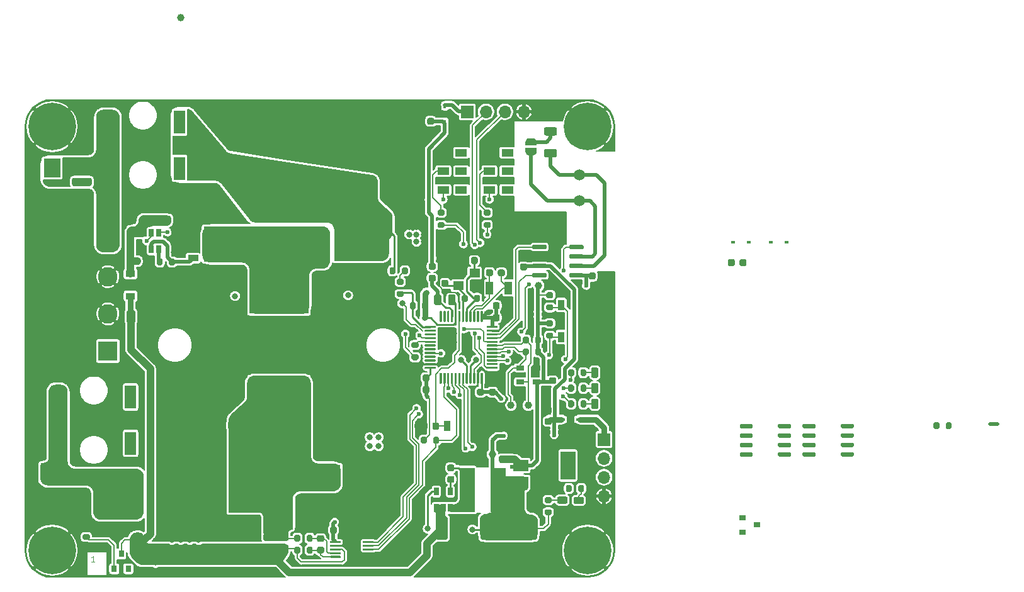
<source format=gtl>
G04 #@! TF.GenerationSoftware,KiCad,Pcbnew,5.1.9+dfsg1-1~bpo10+1*
G04 #@! TF.CreationDate,2021-11-07T18:13:51+00:00*
G04 #@! TF.ProjectId,MPPT_Solar_KiCAD,4d505054-5f53-46f6-9c61-725f4b694341,Rev. 2.1*
G04 #@! TF.SameCoordinates,Original*
G04 #@! TF.FileFunction,Copper,L1,Top*
G04 #@! TF.FilePolarity,Positive*
%FSLAX46Y46*%
G04 Gerber Fmt 4.6, Leading zero omitted, Abs format (unit mm)*
G04 Created by KiCad (PCBNEW 5.1.9+dfsg1-1~bpo10+1) date 2021-11-07 18:13:51*
%MOMM*%
%LPD*%
G01*
G04 APERTURE LIST*
G04 #@! TA.AperFunction,NonConductor*
%ADD10C,0.100000*%
G04 #@! TD*
G04 #@! TA.AperFunction,EtchedComponent*
%ADD11C,0.100000*%
G04 #@! TD*
G04 #@! TA.AperFunction,ComponentPad*
%ADD12R,2.625000X2.625000*%
G04 #@! TD*
G04 #@! TA.AperFunction,ComponentPad*
%ADD13C,2.625000*%
G04 #@! TD*
G04 #@! TA.AperFunction,SMDPad,CuDef*
%ADD14C,0.500000*%
G04 #@! TD*
G04 #@! TA.AperFunction,SMDPad,CuDef*
%ADD15R,0.900000X0.800000*%
G04 #@! TD*
G04 #@! TA.AperFunction,SMDPad,CuDef*
%ADD16R,0.600000X0.450000*%
G04 #@! TD*
G04 #@! TA.AperFunction,SMDPad,CuDef*
%ADD17R,0.450000X0.600000*%
G04 #@! TD*
G04 #@! TA.AperFunction,SMDPad,CuDef*
%ADD18R,1.524000X3.124200*%
G04 #@! TD*
G04 #@! TA.AperFunction,SMDPad,CuDef*
%ADD19R,2.300000X2.500000*%
G04 #@! TD*
G04 #@! TA.AperFunction,SMDPad,CuDef*
%ADD20R,0.800000X0.900000*%
G04 #@! TD*
G04 #@! TA.AperFunction,SMDPad,CuDef*
%ADD21R,2.000000X1.500000*%
G04 #@! TD*
G04 #@! TA.AperFunction,SMDPad,CuDef*
%ADD22R,2.000000X3.800000*%
G04 #@! TD*
G04 #@! TA.AperFunction,SMDPad,CuDef*
%ADD23C,1.000000*%
G04 #@! TD*
G04 #@! TA.AperFunction,SMDPad,CuDef*
%ADD24R,0.650000X1.060000*%
G04 #@! TD*
G04 #@! TA.AperFunction,SMDPad,CuDef*
%ADD25R,1.270000X1.400000*%
G04 #@! TD*
G04 #@! TA.AperFunction,SMDPad,CuDef*
%ADD26R,4.720000X4.800000*%
G04 #@! TD*
G04 #@! TA.AperFunction,SMDPad,CuDef*
%ADD27R,1.450000X0.850000*%
G04 #@! TD*
G04 #@! TA.AperFunction,SMDPad,CuDef*
%ADD28R,1.050000X0.850000*%
G04 #@! TD*
G04 #@! TA.AperFunction,SMDPad,CuDef*
%ADD29R,3.750000X4.700000*%
G04 #@! TD*
G04 #@! TA.AperFunction,SMDPad,CuDef*
%ADD30R,2.350000X5.650000*%
G04 #@! TD*
G04 #@! TA.AperFunction,SMDPad,CuDef*
%ADD31R,1.060000X0.650000*%
G04 #@! TD*
G04 #@! TA.AperFunction,ComponentPad*
%ADD32C,1.500000*%
G04 #@! TD*
G04 #@! TA.AperFunction,ComponentPad*
%ADD33O,1.700000X1.700000*%
G04 #@! TD*
G04 #@! TA.AperFunction,ComponentPad*
%ADD34R,1.700000X1.700000*%
G04 #@! TD*
G04 #@! TA.AperFunction,SMDPad,CuDef*
%ADD35C,0.100000*%
G04 #@! TD*
G04 #@! TA.AperFunction,SMDPad,CuDef*
%ADD36R,0.900000X1.400000*%
G04 #@! TD*
G04 #@! TA.AperFunction,SMDPad,CuDef*
%ADD37R,2.000000X6.000000*%
G04 #@! TD*
G04 #@! TA.AperFunction,SMDPad,CuDef*
%ADD38R,1.600000X1.000000*%
G04 #@! TD*
G04 #@! TA.AperFunction,ComponentPad*
%ADD39C,0.800000*%
G04 #@! TD*
G04 #@! TA.AperFunction,ComponentPad*
%ADD40C,6.400000*%
G04 #@! TD*
G04 #@! TA.AperFunction,SMDPad,CuDef*
%ADD41R,5.650000X2.350000*%
G04 #@! TD*
G04 #@! TA.AperFunction,SMDPad,CuDef*
%ADD42R,1.400000X1.200000*%
G04 #@! TD*
G04 #@! TA.AperFunction,SMDPad,CuDef*
%ADD43R,1.000000X1.800000*%
G04 #@! TD*
G04 #@! TA.AperFunction,SMDPad,CuDef*
%ADD44R,1.300000X0.900000*%
G04 #@! TD*
G04 #@! TA.AperFunction,SMDPad,CuDef*
%ADD45R,8.000000X8.500000*%
G04 #@! TD*
G04 #@! TA.AperFunction,ViaPad*
%ADD46C,0.800000*%
G04 #@! TD*
G04 #@! TA.AperFunction,ViaPad*
%ADD47C,0.600000*%
G04 #@! TD*
G04 #@! TA.AperFunction,Conductor*
%ADD48C,0.127000*%
G04 #@! TD*
G04 #@! TA.AperFunction,Conductor*
%ADD49C,0.500000*%
G04 #@! TD*
G04 #@! TA.AperFunction,Conductor*
%ADD50C,0.250000*%
G04 #@! TD*
G04 #@! TA.AperFunction,Conductor*
%ADD51C,0.150000*%
G04 #@! TD*
G04 #@! TA.AperFunction,Conductor*
%ADD52C,1.000000*%
G04 #@! TD*
G04 #@! TA.AperFunction,Conductor*
%ADD53C,0.800000*%
G04 #@! TD*
G04 #@! TA.AperFunction,Conductor*
%ADD54C,0.200000*%
G04 #@! TD*
G04 #@! TA.AperFunction,Conductor*
%ADD55C,0.100000*%
G04 #@! TD*
G04 APERTURE END LIST*
D10*
X24728571Y-102561904D02*
X24271428Y-102561904D01*
X24500000Y-102561904D02*
X24500000Y-101761904D01*
X24423809Y-101876190D01*
X24347619Y-101952380D01*
X24271428Y-101990476D01*
D11*
G36*
X145130000Y-83750000D02*
G01*
X146130000Y-83750000D01*
X146130000Y-84250000D01*
X145130000Y-84250000D01*
X145130000Y-83750000D01*
G37*
G04 #@! TA.AperFunction,SMDPad,CuDef*
G36*
G01*
X125050000Y-84445000D02*
X125050000Y-84145000D01*
G75*
G02*
X125200000Y-83995000I150000J0D01*
G01*
X126650000Y-83995000D01*
G75*
G02*
X126800000Y-84145000I0J-150000D01*
G01*
X126800000Y-84445000D01*
G75*
G02*
X126650000Y-84595000I-150000J0D01*
G01*
X125200000Y-84595000D01*
G75*
G02*
X125050000Y-84445000I0J150000D01*
G01*
G37*
G04 #@! TD.AperFunction*
G04 #@! TA.AperFunction,SMDPad,CuDef*
G36*
G01*
X125050000Y-85715000D02*
X125050000Y-85415000D01*
G75*
G02*
X125200000Y-85265000I150000J0D01*
G01*
X126650000Y-85265000D01*
G75*
G02*
X126800000Y-85415000I0J-150000D01*
G01*
X126800000Y-85715000D01*
G75*
G02*
X126650000Y-85865000I-150000J0D01*
G01*
X125200000Y-85865000D01*
G75*
G02*
X125050000Y-85715000I0J150000D01*
G01*
G37*
G04 #@! TD.AperFunction*
G04 #@! TA.AperFunction,SMDPad,CuDef*
G36*
G01*
X125050000Y-86985000D02*
X125050000Y-86685000D01*
G75*
G02*
X125200000Y-86535000I150000J0D01*
G01*
X126650000Y-86535000D01*
G75*
G02*
X126800000Y-86685000I0J-150000D01*
G01*
X126800000Y-86985000D01*
G75*
G02*
X126650000Y-87135000I-150000J0D01*
G01*
X125200000Y-87135000D01*
G75*
G02*
X125050000Y-86985000I0J150000D01*
G01*
G37*
G04 #@! TD.AperFunction*
G04 #@! TA.AperFunction,SMDPad,CuDef*
G36*
G01*
X125050000Y-88255000D02*
X125050000Y-87955000D01*
G75*
G02*
X125200000Y-87805000I150000J0D01*
G01*
X126650000Y-87805000D01*
G75*
G02*
X126800000Y-87955000I0J-150000D01*
G01*
X126800000Y-88255000D01*
G75*
G02*
X126650000Y-88405000I-150000J0D01*
G01*
X125200000Y-88405000D01*
G75*
G02*
X125050000Y-88255000I0J150000D01*
G01*
G37*
G04 #@! TD.AperFunction*
G04 #@! TA.AperFunction,SMDPad,CuDef*
G36*
G01*
X119900000Y-88255000D02*
X119900000Y-87955000D01*
G75*
G02*
X120050000Y-87805000I150000J0D01*
G01*
X121500000Y-87805000D01*
G75*
G02*
X121650000Y-87955000I0J-150000D01*
G01*
X121650000Y-88255000D01*
G75*
G02*
X121500000Y-88405000I-150000J0D01*
G01*
X120050000Y-88405000D01*
G75*
G02*
X119900000Y-88255000I0J150000D01*
G01*
G37*
G04 #@! TD.AperFunction*
G04 #@! TA.AperFunction,SMDPad,CuDef*
G36*
G01*
X119900000Y-86985000D02*
X119900000Y-86685000D01*
G75*
G02*
X120050000Y-86535000I150000J0D01*
G01*
X121500000Y-86535000D01*
G75*
G02*
X121650000Y-86685000I0J-150000D01*
G01*
X121650000Y-86985000D01*
G75*
G02*
X121500000Y-87135000I-150000J0D01*
G01*
X120050000Y-87135000D01*
G75*
G02*
X119900000Y-86985000I0J150000D01*
G01*
G37*
G04 #@! TD.AperFunction*
G04 #@! TA.AperFunction,SMDPad,CuDef*
G36*
G01*
X119900000Y-85715000D02*
X119900000Y-85415000D01*
G75*
G02*
X120050000Y-85265000I150000J0D01*
G01*
X121500000Y-85265000D01*
G75*
G02*
X121650000Y-85415000I0J-150000D01*
G01*
X121650000Y-85715000D01*
G75*
G02*
X121500000Y-85865000I-150000J0D01*
G01*
X120050000Y-85865000D01*
G75*
G02*
X119900000Y-85715000I0J150000D01*
G01*
G37*
G04 #@! TD.AperFunction*
G04 #@! TA.AperFunction,SMDPad,CuDef*
G36*
G01*
X119900000Y-84445000D02*
X119900000Y-84145000D01*
G75*
G02*
X120050000Y-83995000I150000J0D01*
G01*
X121500000Y-83995000D01*
G75*
G02*
X121650000Y-84145000I0J-150000D01*
G01*
X121650000Y-84445000D01*
G75*
G02*
X121500000Y-84595000I-150000J0D01*
G01*
X120050000Y-84595000D01*
G75*
G02*
X119900000Y-84445000I0J150000D01*
G01*
G37*
G04 #@! TD.AperFunction*
G04 #@! TA.AperFunction,SMDPad,CuDef*
G36*
G01*
X116600000Y-84445000D02*
X116600000Y-84145000D01*
G75*
G02*
X116750000Y-83995000I150000J0D01*
G01*
X118200000Y-83995000D01*
G75*
G02*
X118350000Y-84145000I0J-150000D01*
G01*
X118350000Y-84445000D01*
G75*
G02*
X118200000Y-84595000I-150000J0D01*
G01*
X116750000Y-84595000D01*
G75*
G02*
X116600000Y-84445000I0J150000D01*
G01*
G37*
G04 #@! TD.AperFunction*
G04 #@! TA.AperFunction,SMDPad,CuDef*
G36*
G01*
X116600000Y-85715000D02*
X116600000Y-85415000D01*
G75*
G02*
X116750000Y-85265000I150000J0D01*
G01*
X118200000Y-85265000D01*
G75*
G02*
X118350000Y-85415000I0J-150000D01*
G01*
X118350000Y-85715000D01*
G75*
G02*
X118200000Y-85865000I-150000J0D01*
G01*
X116750000Y-85865000D01*
G75*
G02*
X116600000Y-85715000I0J150000D01*
G01*
G37*
G04 #@! TD.AperFunction*
G04 #@! TA.AperFunction,SMDPad,CuDef*
G36*
G01*
X116600000Y-86985000D02*
X116600000Y-86685000D01*
G75*
G02*
X116750000Y-86535000I150000J0D01*
G01*
X118200000Y-86535000D01*
G75*
G02*
X118350000Y-86685000I0J-150000D01*
G01*
X118350000Y-86985000D01*
G75*
G02*
X118200000Y-87135000I-150000J0D01*
G01*
X116750000Y-87135000D01*
G75*
G02*
X116600000Y-86985000I0J150000D01*
G01*
G37*
G04 #@! TD.AperFunction*
G04 #@! TA.AperFunction,SMDPad,CuDef*
G36*
G01*
X116600000Y-88255000D02*
X116600000Y-87955000D01*
G75*
G02*
X116750000Y-87805000I150000J0D01*
G01*
X118200000Y-87805000D01*
G75*
G02*
X118350000Y-87955000I0J-150000D01*
G01*
X118350000Y-88255000D01*
G75*
G02*
X118200000Y-88405000I-150000J0D01*
G01*
X116750000Y-88405000D01*
G75*
G02*
X116600000Y-88255000I0J150000D01*
G01*
G37*
G04 #@! TD.AperFunction*
G04 #@! TA.AperFunction,SMDPad,CuDef*
G36*
G01*
X111450000Y-88255000D02*
X111450000Y-87955000D01*
G75*
G02*
X111600000Y-87805000I150000J0D01*
G01*
X113050000Y-87805000D01*
G75*
G02*
X113200000Y-87955000I0J-150000D01*
G01*
X113200000Y-88255000D01*
G75*
G02*
X113050000Y-88405000I-150000J0D01*
G01*
X111600000Y-88405000D01*
G75*
G02*
X111450000Y-88255000I0J150000D01*
G01*
G37*
G04 #@! TD.AperFunction*
G04 #@! TA.AperFunction,SMDPad,CuDef*
G36*
G01*
X111450000Y-86985000D02*
X111450000Y-86685000D01*
G75*
G02*
X111600000Y-86535000I150000J0D01*
G01*
X113050000Y-86535000D01*
G75*
G02*
X113200000Y-86685000I0J-150000D01*
G01*
X113200000Y-86985000D01*
G75*
G02*
X113050000Y-87135000I-150000J0D01*
G01*
X111600000Y-87135000D01*
G75*
G02*
X111450000Y-86985000I0J150000D01*
G01*
G37*
G04 #@! TD.AperFunction*
G04 #@! TA.AperFunction,SMDPad,CuDef*
G36*
G01*
X111450000Y-85715000D02*
X111450000Y-85415000D01*
G75*
G02*
X111600000Y-85265000I150000J0D01*
G01*
X113050000Y-85265000D01*
G75*
G02*
X113200000Y-85415000I0J-150000D01*
G01*
X113200000Y-85715000D01*
G75*
G02*
X113050000Y-85865000I-150000J0D01*
G01*
X111600000Y-85865000D01*
G75*
G02*
X111450000Y-85715000I0J150000D01*
G01*
G37*
G04 #@! TD.AperFunction*
G04 #@! TA.AperFunction,SMDPad,CuDef*
G36*
G01*
X111450000Y-84445000D02*
X111450000Y-84145000D01*
G75*
G02*
X111600000Y-83995000I150000J0D01*
G01*
X113050000Y-83995000D01*
G75*
G02*
X113200000Y-84145000I0J-150000D01*
G01*
X113200000Y-84445000D01*
G75*
G02*
X113050000Y-84595000I-150000J0D01*
G01*
X111600000Y-84595000D01*
G75*
G02*
X111450000Y-84445000I0J150000D01*
G01*
G37*
G04 #@! TD.AperFunction*
D12*
X26500000Y-74200000D03*
D13*
X26500000Y-69200000D03*
X26500000Y-64200000D03*
X26500000Y-59200000D03*
G04 #@! TA.AperFunction,SMDPad,CuDef*
G36*
G01*
X139145000Y-84505000D02*
X139145000Y-83955000D01*
G75*
G02*
X139345000Y-83755000I200000J0D01*
G01*
X139745000Y-83755000D01*
G75*
G02*
X139945000Y-83955000I0J-200000D01*
G01*
X139945000Y-84505000D01*
G75*
G02*
X139745000Y-84705000I-200000J0D01*
G01*
X139345000Y-84705000D01*
G75*
G02*
X139145000Y-84505000I0J200000D01*
G01*
G37*
G04 #@! TD.AperFunction*
G04 #@! TA.AperFunction,SMDPad,CuDef*
G36*
G01*
X137495000Y-84505000D02*
X137495000Y-83955000D01*
G75*
G02*
X137695000Y-83755000I200000J0D01*
G01*
X138095000Y-83755000D01*
G75*
G02*
X138295000Y-83955000I0J-200000D01*
G01*
X138295000Y-84505000D01*
G75*
G02*
X138095000Y-84705000I-200000J0D01*
G01*
X137695000Y-84705000D01*
G75*
G02*
X137495000Y-84505000I0J200000D01*
G01*
G37*
G04 #@! TD.AperFunction*
D14*
X146130000Y-84000000D03*
X145130000Y-84000000D03*
D15*
X113800000Y-97600000D03*
X111800000Y-98550000D03*
X111800000Y-96650000D03*
D16*
X117720000Y-59570000D03*
X115620000Y-59570000D03*
X112670000Y-59570000D03*
X110570000Y-59570000D03*
X89750000Y-83400000D03*
X87650000Y-83400000D03*
D17*
X71800000Y-41250000D03*
X71800000Y-43350000D03*
G04 #@! TA.AperFunction,SMDPad,CuDef*
G36*
G01*
X21924999Y-53800000D02*
X24075001Y-53800000D01*
G75*
G02*
X24325000Y-54049999I0J-249999D01*
G01*
X24325000Y-54675001D01*
G75*
G02*
X24075001Y-54925000I-249999J0D01*
G01*
X21924999Y-54925000D01*
G75*
G02*
X21675000Y-54675001I0J249999D01*
G01*
X21675000Y-54049999D01*
G75*
G02*
X21924999Y-53800000I249999J0D01*
G01*
G37*
G04 #@! TD.AperFunction*
G04 #@! TA.AperFunction,SMDPad,CuDef*
G36*
G01*
X21924999Y-50875000D02*
X24075001Y-50875000D01*
G75*
G02*
X24325000Y-51124999I0J-249999D01*
G01*
X24325000Y-51750001D01*
G75*
G02*
X24075001Y-52000000I-249999J0D01*
G01*
X21924999Y-52000000D01*
G75*
G02*
X21675000Y-51750001I0J249999D01*
G01*
X21675000Y-51124999D01*
G75*
G02*
X21924999Y-50875000I249999J0D01*
G01*
G37*
G04 #@! TD.AperFunction*
D18*
X36153000Y-43375800D03*
X26247000Y-43375800D03*
X26247000Y-49624200D03*
X36153000Y-49624200D03*
D19*
X19000000Y-53850000D03*
X19000000Y-49550000D03*
G04 #@! TA.AperFunction,SMDPad,CuDef*
G36*
G01*
X21524999Y-93412500D02*
X23675001Y-93412500D01*
G75*
G02*
X23925000Y-93662499I0J-249999D01*
G01*
X23925000Y-94287501D01*
G75*
G02*
X23675001Y-94537500I-249999J0D01*
G01*
X21524999Y-94537500D01*
G75*
G02*
X21275000Y-94287501I0J249999D01*
G01*
X21275000Y-93662499D01*
G75*
G02*
X21524999Y-93412500I249999J0D01*
G01*
G37*
G04 #@! TD.AperFunction*
G04 #@! TA.AperFunction,SMDPad,CuDef*
G36*
G01*
X21524999Y-90487500D02*
X23675001Y-90487500D01*
G75*
G02*
X23925000Y-90737499I0J-249999D01*
G01*
X23925000Y-91362501D01*
G75*
G02*
X23675001Y-91612500I-249999J0D01*
G01*
X21524999Y-91612500D01*
G75*
G02*
X21275000Y-91362501I0J249999D01*
G01*
X21275000Y-90737499D01*
G75*
G02*
X21524999Y-90487500I249999J0D01*
G01*
G37*
G04 #@! TD.AperFunction*
D18*
X29553000Y-80375800D03*
X19647000Y-80375800D03*
X19647000Y-86624200D03*
X29553000Y-86624200D03*
D19*
X18600000Y-94850000D03*
X18600000Y-90550000D03*
G04 #@! TA.AperFunction,SMDPad,CuDef*
G36*
G01*
X23325000Y-98825000D02*
X23875000Y-98825000D01*
G75*
G02*
X24075000Y-99025000I0J-200000D01*
G01*
X24075000Y-99425000D01*
G75*
G02*
X23875000Y-99625000I-200000J0D01*
G01*
X23325000Y-99625000D01*
G75*
G02*
X23125000Y-99425000I0J200000D01*
G01*
X23125000Y-99025000D01*
G75*
G02*
X23325000Y-98825000I200000J0D01*
G01*
G37*
G04 #@! TD.AperFunction*
G04 #@! TA.AperFunction,SMDPad,CuDef*
G36*
G01*
X23325000Y-97175000D02*
X23875000Y-97175000D01*
G75*
G02*
X24075000Y-97375000I0J-200000D01*
G01*
X24075000Y-97775000D01*
G75*
G02*
X23875000Y-97975000I-200000J0D01*
G01*
X23325000Y-97975000D01*
G75*
G02*
X23125000Y-97775000I0J200000D01*
G01*
X23125000Y-97375000D01*
G75*
G02*
X23325000Y-97175000I200000J0D01*
G01*
G37*
G04 #@! TD.AperFunction*
D20*
X28300000Y-101500000D03*
X29250000Y-103500000D03*
X27350000Y-103500000D03*
G04 #@! TA.AperFunction,SMDPad,CuDef*
G36*
G01*
X111425000Y-62550000D02*
X111425000Y-62050000D01*
G75*
G02*
X111650000Y-61825000I225000J0D01*
G01*
X112100000Y-61825000D01*
G75*
G02*
X112325000Y-62050000I0J-225000D01*
G01*
X112325000Y-62550000D01*
G75*
G02*
X112100000Y-62775000I-225000J0D01*
G01*
X111650000Y-62775000D01*
G75*
G02*
X111425000Y-62550000I0J225000D01*
G01*
G37*
G04 #@! TD.AperFunction*
G04 #@! TA.AperFunction,SMDPad,CuDef*
G36*
G01*
X109875000Y-62550000D02*
X109875000Y-62050000D01*
G75*
G02*
X110100000Y-61825000I225000J0D01*
G01*
X110550000Y-61825000D01*
G75*
G02*
X110775000Y-62050000I0J-225000D01*
G01*
X110775000Y-62550000D01*
G75*
G02*
X110550000Y-62775000I-225000J0D01*
G01*
X110100000Y-62775000D01*
G75*
G02*
X109875000Y-62550000I0J225000D01*
G01*
G37*
G04 #@! TD.AperFunction*
D21*
X82050000Y-87300000D03*
X82050000Y-91900000D03*
X82050000Y-89600000D03*
D22*
X88350000Y-89600000D03*
G04 #@! TA.AperFunction,SMDPad,CuDef*
G36*
G01*
X32350001Y-54200000D02*
X31049999Y-54200000D01*
G75*
G02*
X30800000Y-53950001I0J249999D01*
G01*
X30800000Y-53299999D01*
G75*
G02*
X31049999Y-53050000I249999J0D01*
G01*
X32350001Y-53050000D01*
G75*
G02*
X32600000Y-53299999I0J-249999D01*
G01*
X32600000Y-53950001D01*
G75*
G02*
X32350001Y-54200000I-249999J0D01*
G01*
G37*
G04 #@! TD.AperFunction*
G04 #@! TA.AperFunction,SMDPad,CuDef*
G36*
G01*
X32350001Y-57150000D02*
X31049999Y-57150000D01*
G75*
G02*
X30800000Y-56900001I0J249999D01*
G01*
X30800000Y-56249999D01*
G75*
G02*
X31049999Y-56000000I249999J0D01*
G01*
X32350001Y-56000000D01*
G75*
G02*
X32600000Y-56249999I0J-249999D01*
G01*
X32600000Y-56900001D01*
G75*
G02*
X32350001Y-57150000I-249999J0D01*
G01*
G37*
G04 #@! TD.AperFunction*
G04 #@! TA.AperFunction,SMDPad,CuDef*
G36*
G01*
X34750001Y-54200000D02*
X33449999Y-54200000D01*
G75*
G02*
X33200000Y-53950001I0J249999D01*
G01*
X33200000Y-53299999D01*
G75*
G02*
X33449999Y-53050000I249999J0D01*
G01*
X34750001Y-53050000D01*
G75*
G02*
X35000000Y-53299999I0J-249999D01*
G01*
X35000000Y-53950001D01*
G75*
G02*
X34750001Y-54200000I-249999J0D01*
G01*
G37*
G04 #@! TD.AperFunction*
G04 #@! TA.AperFunction,SMDPad,CuDef*
G36*
G01*
X34750001Y-57150000D02*
X33449999Y-57150000D01*
G75*
G02*
X33200000Y-56900001I0J249999D01*
G01*
X33200000Y-56249999D01*
G75*
G02*
X33449999Y-56000000I249999J0D01*
G01*
X34750001Y-56000000D01*
G75*
G02*
X35000000Y-56249999I0J-249999D01*
G01*
X35000000Y-56900001D01*
G75*
G02*
X34750001Y-57150000I-249999J0D01*
G01*
G37*
G04 #@! TD.AperFunction*
G04 #@! TA.AperFunction,SMDPad,CuDef*
G36*
G01*
X31987500Y-70250001D02*
X31987500Y-68949999D01*
G75*
G02*
X32237499Y-68700000I249999J0D01*
G01*
X32887501Y-68700000D01*
G75*
G02*
X33137500Y-68949999I0J-249999D01*
G01*
X33137500Y-70250001D01*
G75*
G02*
X32887501Y-70500000I-249999J0D01*
G01*
X32237499Y-70500000D01*
G75*
G02*
X31987500Y-70250001I0J249999D01*
G01*
G37*
G04 #@! TD.AperFunction*
G04 #@! TA.AperFunction,SMDPad,CuDef*
G36*
G01*
X29037500Y-70250001D02*
X29037500Y-68949999D01*
G75*
G02*
X29287499Y-68700000I249999J0D01*
G01*
X29937501Y-68700000D01*
G75*
G02*
X30187500Y-68949999I0J-249999D01*
G01*
X30187500Y-70250001D01*
G75*
G02*
X29937501Y-70500000I-249999J0D01*
G01*
X29287499Y-70500000D01*
G75*
G02*
X29037500Y-70250001I0J249999D01*
G01*
G37*
G04 #@! TD.AperFunction*
G04 #@! TA.AperFunction,SMDPad,CuDef*
G36*
G01*
X65800000Y-61650001D02*
X65800000Y-60349999D01*
G75*
G02*
X66049999Y-60100000I249999J0D01*
G01*
X66700001Y-60100000D01*
G75*
G02*
X66950000Y-60349999I0J-249999D01*
G01*
X66950000Y-61650001D01*
G75*
G02*
X66700001Y-61900000I-249999J0D01*
G01*
X66049999Y-61900000D01*
G75*
G02*
X65800000Y-61650001I0J249999D01*
G01*
G37*
G04 #@! TD.AperFunction*
G04 #@! TA.AperFunction,SMDPad,CuDef*
G36*
G01*
X62850000Y-61650001D02*
X62850000Y-60349999D01*
G75*
G02*
X63099999Y-60100000I249999J0D01*
G01*
X63750001Y-60100000D01*
G75*
G02*
X64000000Y-60349999I0J-249999D01*
G01*
X64000000Y-61650001D01*
G75*
G02*
X63750001Y-61900000I-249999J0D01*
G01*
X63099999Y-61900000D01*
G75*
G02*
X62850000Y-61650001I0J249999D01*
G01*
G37*
G04 #@! TD.AperFunction*
G04 #@! TA.AperFunction,SMDPad,CuDef*
G36*
G01*
X41100000Y-85849999D02*
X41100000Y-87150001D01*
G75*
G02*
X40850001Y-87400000I-249999J0D01*
G01*
X40199999Y-87400000D01*
G75*
G02*
X39950000Y-87150001I0J249999D01*
G01*
X39950000Y-85849999D01*
G75*
G02*
X40199999Y-85600000I249999J0D01*
G01*
X40850001Y-85600000D01*
G75*
G02*
X41100000Y-85849999I0J-249999D01*
G01*
G37*
G04 #@! TD.AperFunction*
G04 #@! TA.AperFunction,SMDPad,CuDef*
G36*
G01*
X44050000Y-85849999D02*
X44050000Y-87150001D01*
G75*
G02*
X43800001Y-87400000I-249999J0D01*
G01*
X43149999Y-87400000D01*
G75*
G02*
X42900000Y-87150001I0J249999D01*
G01*
X42900000Y-85849999D01*
G75*
G02*
X43149999Y-85600000I249999J0D01*
G01*
X43800001Y-85600000D01*
G75*
G02*
X44050000Y-85849999I0J-249999D01*
G01*
G37*
G04 #@! TD.AperFunction*
G04 #@! TA.AperFunction,SMDPad,CuDef*
G36*
G01*
X50900000Y-95849999D02*
X50900000Y-97150001D01*
G75*
G02*
X50650001Y-97400000I-249999J0D01*
G01*
X49999999Y-97400000D01*
G75*
G02*
X49750000Y-97150001I0J249999D01*
G01*
X49750000Y-95849999D01*
G75*
G02*
X49999999Y-95600000I249999J0D01*
G01*
X50650001Y-95600000D01*
G75*
G02*
X50900000Y-95849999I0J-249999D01*
G01*
G37*
G04 #@! TD.AperFunction*
G04 #@! TA.AperFunction,SMDPad,CuDef*
G36*
G01*
X53850000Y-95849999D02*
X53850000Y-97150001D01*
G75*
G02*
X53600001Y-97400000I-249999J0D01*
G01*
X52949999Y-97400000D01*
G75*
G02*
X52700000Y-97150001I0J249999D01*
G01*
X52700000Y-95849999D01*
G75*
G02*
X52949999Y-95600000I249999J0D01*
G01*
X53600001Y-95600000D01*
G75*
G02*
X53850000Y-95849999I0J-249999D01*
G01*
G37*
G04 #@! TD.AperFunction*
G04 #@! TA.AperFunction,SMDPad,CuDef*
G36*
G01*
X89175000Y-81025000D02*
X89175000Y-81575000D01*
G75*
G02*
X88975000Y-81775000I-200000J0D01*
G01*
X88575000Y-81775000D01*
G75*
G02*
X88375000Y-81575000I0J200000D01*
G01*
X88375000Y-81025000D01*
G75*
G02*
X88575000Y-80825000I200000J0D01*
G01*
X88975000Y-80825000D01*
G75*
G02*
X89175000Y-81025000I0J-200000D01*
G01*
G37*
G04 #@! TD.AperFunction*
G04 #@! TA.AperFunction,SMDPad,CuDef*
G36*
G01*
X90825000Y-81025000D02*
X90825000Y-81575000D01*
G75*
G02*
X90625000Y-81775000I-200000J0D01*
G01*
X90225000Y-81775000D01*
G75*
G02*
X90025000Y-81575000I0J200000D01*
G01*
X90025000Y-81025000D01*
G75*
G02*
X90225000Y-80825000I200000J0D01*
G01*
X90625000Y-80825000D01*
G75*
G02*
X90825000Y-81025000I0J-200000D01*
G01*
G37*
G04 #@! TD.AperFunction*
G04 #@! TA.AperFunction,SMDPad,CuDef*
G36*
G01*
X89175000Y-76825000D02*
X89175000Y-77375000D01*
G75*
G02*
X88975000Y-77575000I-200000J0D01*
G01*
X88575000Y-77575000D01*
G75*
G02*
X88375000Y-77375000I0J200000D01*
G01*
X88375000Y-76825000D01*
G75*
G02*
X88575000Y-76625000I200000J0D01*
G01*
X88975000Y-76625000D01*
G75*
G02*
X89175000Y-76825000I0J-200000D01*
G01*
G37*
G04 #@! TD.AperFunction*
G04 #@! TA.AperFunction,SMDPad,CuDef*
G36*
G01*
X90825000Y-76825000D02*
X90825000Y-77375000D01*
G75*
G02*
X90625000Y-77575000I-200000J0D01*
G01*
X90225000Y-77575000D01*
G75*
G02*
X90025000Y-77375000I0J200000D01*
G01*
X90025000Y-76825000D01*
G75*
G02*
X90225000Y-76625000I200000J0D01*
G01*
X90625000Y-76625000D01*
G75*
G02*
X90825000Y-76825000I0J-200000D01*
G01*
G37*
G04 #@! TD.AperFunction*
G04 #@! TA.AperFunction,SMDPad,CuDef*
G36*
G01*
X89175000Y-78925000D02*
X89175000Y-79475000D01*
G75*
G02*
X88975000Y-79675000I-200000J0D01*
G01*
X88575000Y-79675000D01*
G75*
G02*
X88375000Y-79475000I0J200000D01*
G01*
X88375000Y-78925000D01*
G75*
G02*
X88575000Y-78725000I200000J0D01*
G01*
X88975000Y-78725000D01*
G75*
G02*
X89175000Y-78925000I0J-200000D01*
G01*
G37*
G04 #@! TD.AperFunction*
G04 #@! TA.AperFunction,SMDPad,CuDef*
G36*
G01*
X90825000Y-78925000D02*
X90825000Y-79475000D01*
G75*
G02*
X90625000Y-79675000I-200000J0D01*
G01*
X90225000Y-79675000D01*
G75*
G02*
X90025000Y-79475000I0J200000D01*
G01*
X90025000Y-78925000D01*
G75*
G02*
X90225000Y-78725000I200000J0D01*
G01*
X90625000Y-78725000D01*
G75*
G02*
X90825000Y-78925000I0J-200000D01*
G01*
G37*
G04 #@! TD.AperFunction*
D23*
X27400000Y-53600000D03*
X32900000Y-102600000D03*
X78200000Y-88100000D03*
X36300000Y-29300000D03*
X84400000Y-65400000D03*
D24*
X71600000Y-95300000D03*
X72550000Y-95300000D03*
X70650000Y-95300000D03*
X70650000Y-93100000D03*
X71600000Y-93100000D03*
X72550000Y-93100000D03*
G04 #@! TA.AperFunction,SMDPad,CuDef*
G36*
G01*
X64575000Y-57850000D02*
X64575000Y-58350000D01*
G75*
G02*
X64350000Y-58575000I-225000J0D01*
G01*
X63900000Y-58575000D01*
G75*
G02*
X63675000Y-58350000I0J225000D01*
G01*
X63675000Y-57850000D01*
G75*
G02*
X63900000Y-57625000I225000J0D01*
G01*
X64350000Y-57625000D01*
G75*
G02*
X64575000Y-57850000I0J-225000D01*
G01*
G37*
G04 #@! TD.AperFunction*
G04 #@! TA.AperFunction,SMDPad,CuDef*
G36*
G01*
X66125000Y-57850000D02*
X66125000Y-58350000D01*
G75*
G02*
X65900000Y-58575000I-225000J0D01*
G01*
X65450000Y-58575000D01*
G75*
G02*
X65225000Y-58350000I0J225000D01*
G01*
X65225000Y-57850000D01*
G75*
G02*
X65450000Y-57625000I225000J0D01*
G01*
X65900000Y-57625000D01*
G75*
G02*
X66125000Y-57850000I0J-225000D01*
G01*
G37*
G04 #@! TD.AperFunction*
G04 #@! TA.AperFunction,SMDPad,CuDef*
G36*
G01*
X64575000Y-56250000D02*
X64575000Y-56750000D01*
G75*
G02*
X64350000Y-56975000I-225000J0D01*
G01*
X63900000Y-56975000D01*
G75*
G02*
X63675000Y-56750000I0J225000D01*
G01*
X63675000Y-56250000D01*
G75*
G02*
X63900000Y-56025000I225000J0D01*
G01*
X64350000Y-56025000D01*
G75*
G02*
X64575000Y-56250000I0J-225000D01*
G01*
G37*
G04 #@! TD.AperFunction*
G04 #@! TA.AperFunction,SMDPad,CuDef*
G36*
G01*
X66125000Y-56250000D02*
X66125000Y-56750000D01*
G75*
G02*
X65900000Y-56975000I-225000J0D01*
G01*
X65450000Y-56975000D01*
G75*
G02*
X65225000Y-56750000I0J225000D01*
G01*
X65225000Y-56250000D01*
G75*
G02*
X65450000Y-56025000I225000J0D01*
G01*
X65900000Y-56025000D01*
G75*
G02*
X66125000Y-56250000I0J-225000D01*
G01*
G37*
G04 #@! TD.AperFunction*
G04 #@! TA.AperFunction,SMDPad,CuDef*
G36*
G01*
X42625000Y-84450000D02*
X42625000Y-83950000D01*
G75*
G02*
X42850000Y-83725000I225000J0D01*
G01*
X43300000Y-83725000D01*
G75*
G02*
X43525000Y-83950000I0J-225000D01*
G01*
X43525000Y-84450000D01*
G75*
G02*
X43300000Y-84675000I-225000J0D01*
G01*
X42850000Y-84675000D01*
G75*
G02*
X42625000Y-84450000I0J225000D01*
G01*
G37*
G04 #@! TD.AperFunction*
G04 #@! TA.AperFunction,SMDPad,CuDef*
G36*
G01*
X41075000Y-84450000D02*
X41075000Y-83950000D01*
G75*
G02*
X41300000Y-83725000I225000J0D01*
G01*
X41750000Y-83725000D01*
G75*
G02*
X41975000Y-83950000I0J-225000D01*
G01*
X41975000Y-84450000D01*
G75*
G02*
X41750000Y-84675000I-225000J0D01*
G01*
X41300000Y-84675000D01*
G75*
G02*
X41075000Y-84450000I0J225000D01*
G01*
G37*
G04 #@! TD.AperFunction*
G04 #@! TA.AperFunction,SMDPad,CuDef*
G36*
G01*
X51175000Y-93850000D02*
X51175000Y-94350000D01*
G75*
G02*
X50950000Y-94575000I-225000J0D01*
G01*
X50500000Y-94575000D01*
G75*
G02*
X50275000Y-94350000I0J225000D01*
G01*
X50275000Y-93850000D01*
G75*
G02*
X50500000Y-93625000I225000J0D01*
G01*
X50950000Y-93625000D01*
G75*
G02*
X51175000Y-93850000I0J-225000D01*
G01*
G37*
G04 #@! TD.AperFunction*
G04 #@! TA.AperFunction,SMDPad,CuDef*
G36*
G01*
X52725000Y-93850000D02*
X52725000Y-94350000D01*
G75*
G02*
X52500000Y-94575000I-225000J0D01*
G01*
X52050000Y-94575000D01*
G75*
G02*
X51825000Y-94350000I0J225000D01*
G01*
X51825000Y-93850000D01*
G75*
G02*
X52050000Y-93625000I225000J0D01*
G01*
X52500000Y-93625000D01*
G75*
G02*
X52725000Y-93850000I0J-225000D01*
G01*
G37*
G04 #@! TD.AperFunction*
G04 #@! TA.AperFunction,SMDPad,CuDef*
G36*
G01*
X31525000Y-62350000D02*
X31525000Y-61850000D01*
G75*
G02*
X31750000Y-61625000I225000J0D01*
G01*
X32200000Y-61625000D01*
G75*
G02*
X32425000Y-61850000I0J-225000D01*
G01*
X32425000Y-62350000D01*
G75*
G02*
X32200000Y-62575000I-225000J0D01*
G01*
X31750000Y-62575000D01*
G75*
G02*
X31525000Y-62350000I0J225000D01*
G01*
G37*
G04 #@! TD.AperFunction*
G04 #@! TA.AperFunction,SMDPad,CuDef*
G36*
G01*
X29975000Y-62350000D02*
X29975000Y-61850000D01*
G75*
G02*
X30200000Y-61625000I225000J0D01*
G01*
X30650000Y-61625000D01*
G75*
G02*
X30875000Y-61850000I0J-225000D01*
G01*
X30875000Y-62350000D01*
G75*
G02*
X30650000Y-62575000I-225000J0D01*
G01*
X30200000Y-62575000D01*
G75*
G02*
X29975000Y-62350000I0J225000D01*
G01*
G37*
G04 #@! TD.AperFunction*
G04 #@! TA.AperFunction,SMDPad,CuDef*
G36*
G01*
X86625001Y-45200000D02*
X85374999Y-45200000D01*
G75*
G02*
X85125000Y-44950001I0J249999D01*
G01*
X85125000Y-44324999D01*
G75*
G02*
X85374999Y-44075000I249999J0D01*
G01*
X86625001Y-44075000D01*
G75*
G02*
X86875000Y-44324999I0J-249999D01*
G01*
X86875000Y-44950001D01*
G75*
G02*
X86625001Y-45200000I-249999J0D01*
G01*
G37*
G04 #@! TD.AperFunction*
G04 #@! TA.AperFunction,SMDPad,CuDef*
G36*
G01*
X86625001Y-48125000D02*
X85374999Y-48125000D01*
G75*
G02*
X85125000Y-47875001I0J249999D01*
G01*
X85125000Y-47249999D01*
G75*
G02*
X85374999Y-47000000I249999J0D01*
G01*
X86625001Y-47000000D01*
G75*
G02*
X86875000Y-47249999I0J-249999D01*
G01*
X86875000Y-47875001D01*
G75*
G02*
X86625001Y-48125000I-249999J0D01*
G01*
G37*
G04 #@! TD.AperFunction*
G04 #@! TA.AperFunction,SMDPad,CuDef*
G36*
G01*
X55350000Y-99875000D02*
X54850000Y-99875000D01*
G75*
G02*
X54625000Y-99650000I0J225000D01*
G01*
X54625000Y-99200000D01*
G75*
G02*
X54850000Y-98975000I225000J0D01*
G01*
X55350000Y-98975000D01*
G75*
G02*
X55575000Y-99200000I0J-225000D01*
G01*
X55575000Y-99650000D01*
G75*
G02*
X55350000Y-99875000I-225000J0D01*
G01*
G37*
G04 #@! TD.AperFunction*
G04 #@! TA.AperFunction,SMDPad,CuDef*
G36*
G01*
X55350000Y-101425000D02*
X54850000Y-101425000D01*
G75*
G02*
X54625000Y-101200000I0J225000D01*
G01*
X54625000Y-100750000D01*
G75*
G02*
X54850000Y-100525000I225000J0D01*
G01*
X55350000Y-100525000D01*
G75*
G02*
X55575000Y-100750000I0J-225000D01*
G01*
X55575000Y-101200000D01*
G75*
G02*
X55350000Y-101425000I-225000J0D01*
G01*
G37*
G04 #@! TD.AperFunction*
G04 #@! TA.AperFunction,SMDPad,CuDef*
G36*
G01*
X69375000Y-85925000D02*
X69375000Y-86475000D01*
G75*
G02*
X69175000Y-86675000I-200000J0D01*
G01*
X68775000Y-86675000D01*
G75*
G02*
X68575000Y-86475000I0J200000D01*
G01*
X68575000Y-85925000D01*
G75*
G02*
X68775000Y-85725000I200000J0D01*
G01*
X69175000Y-85725000D01*
G75*
G02*
X69375000Y-85925000I0J-200000D01*
G01*
G37*
G04 #@! TD.AperFunction*
G04 #@! TA.AperFunction,SMDPad,CuDef*
G36*
G01*
X71025000Y-85925000D02*
X71025000Y-86475000D01*
G75*
G02*
X70825000Y-86675000I-200000J0D01*
G01*
X70425000Y-86675000D01*
G75*
G02*
X70225000Y-86475000I0J200000D01*
G01*
X70225000Y-85925000D01*
G75*
G02*
X70425000Y-85725000I200000J0D01*
G01*
X70825000Y-85725000D01*
G75*
G02*
X71025000Y-85925000I0J-200000D01*
G01*
G37*
G04 #@! TD.AperFunction*
D25*
X55535000Y-58660000D03*
D26*
X59340000Y-59700000D03*
D25*
X55535000Y-60740000D03*
D27*
X37950000Y-57895000D03*
X37950000Y-59165000D03*
X37950000Y-60435000D03*
X37950000Y-61705000D03*
D28*
X43650000Y-61705000D03*
X43650000Y-60435000D03*
X43650000Y-59165000D03*
X43650000Y-57895000D03*
D29*
X41250000Y-59800000D03*
D30*
X61400000Y-53550000D03*
X61400000Y-43850000D03*
G04 #@! TA.AperFunction,SMDPad,CuDef*
G36*
G01*
X83925000Y-72975000D02*
X83925000Y-72425000D01*
G75*
G02*
X84125000Y-72225000I200000J0D01*
G01*
X84525000Y-72225000D01*
G75*
G02*
X84725000Y-72425000I0J-200000D01*
G01*
X84725000Y-72975000D01*
G75*
G02*
X84525000Y-73175000I-200000J0D01*
G01*
X84125000Y-73175000D01*
G75*
G02*
X83925000Y-72975000I0J200000D01*
G01*
G37*
G04 #@! TD.AperFunction*
G04 #@! TA.AperFunction,SMDPad,CuDef*
G36*
G01*
X82275000Y-72975000D02*
X82275000Y-72425000D01*
G75*
G02*
X82475000Y-72225000I200000J0D01*
G01*
X82875000Y-72225000D01*
G75*
G02*
X83075000Y-72425000I0J-200000D01*
G01*
X83075000Y-72975000D01*
G75*
G02*
X82875000Y-73175000I-200000J0D01*
G01*
X82475000Y-73175000D01*
G75*
G02*
X82275000Y-72975000I0J200000D01*
G01*
G37*
G04 #@! TD.AperFunction*
D23*
X81900000Y-84200000D03*
G04 #@! TA.AperFunction,SMDPad,CuDef*
G36*
G01*
X77500000Y-70800000D02*
X78825000Y-70800000D01*
G75*
G02*
X78900000Y-70875000I0J-75000D01*
G01*
X78900000Y-71025000D01*
G75*
G02*
X78825000Y-71100000I-75000J0D01*
G01*
X77500000Y-71100000D01*
G75*
G02*
X77425000Y-71025000I0J75000D01*
G01*
X77425000Y-70875000D01*
G75*
G02*
X77500000Y-70800000I75000J0D01*
G01*
G37*
G04 #@! TD.AperFunction*
G04 #@! TA.AperFunction,SMDPad,CuDef*
G36*
G01*
X77500000Y-71300000D02*
X78825000Y-71300000D01*
G75*
G02*
X78900000Y-71375000I0J-75000D01*
G01*
X78900000Y-71525000D01*
G75*
G02*
X78825000Y-71600000I-75000J0D01*
G01*
X77500000Y-71600000D01*
G75*
G02*
X77425000Y-71525000I0J75000D01*
G01*
X77425000Y-71375000D01*
G75*
G02*
X77500000Y-71300000I75000J0D01*
G01*
G37*
G04 #@! TD.AperFunction*
G04 #@! TA.AperFunction,SMDPad,CuDef*
G36*
G01*
X77500000Y-71800000D02*
X78825000Y-71800000D01*
G75*
G02*
X78900000Y-71875000I0J-75000D01*
G01*
X78900000Y-72025000D01*
G75*
G02*
X78825000Y-72100000I-75000J0D01*
G01*
X77500000Y-72100000D01*
G75*
G02*
X77425000Y-72025000I0J75000D01*
G01*
X77425000Y-71875000D01*
G75*
G02*
X77500000Y-71800000I75000J0D01*
G01*
G37*
G04 #@! TD.AperFunction*
G04 #@! TA.AperFunction,SMDPad,CuDef*
G36*
G01*
X77500000Y-72300000D02*
X78825000Y-72300000D01*
G75*
G02*
X78900000Y-72375000I0J-75000D01*
G01*
X78900000Y-72525000D01*
G75*
G02*
X78825000Y-72600000I-75000J0D01*
G01*
X77500000Y-72600000D01*
G75*
G02*
X77425000Y-72525000I0J75000D01*
G01*
X77425000Y-72375000D01*
G75*
G02*
X77500000Y-72300000I75000J0D01*
G01*
G37*
G04 #@! TD.AperFunction*
G04 #@! TA.AperFunction,SMDPad,CuDef*
G36*
G01*
X77500000Y-72800000D02*
X78825000Y-72800000D01*
G75*
G02*
X78900000Y-72875000I0J-75000D01*
G01*
X78900000Y-73025000D01*
G75*
G02*
X78825000Y-73100000I-75000J0D01*
G01*
X77500000Y-73100000D01*
G75*
G02*
X77425000Y-73025000I0J75000D01*
G01*
X77425000Y-72875000D01*
G75*
G02*
X77500000Y-72800000I75000J0D01*
G01*
G37*
G04 #@! TD.AperFunction*
G04 #@! TA.AperFunction,SMDPad,CuDef*
G36*
G01*
X77500000Y-73300000D02*
X78825000Y-73300000D01*
G75*
G02*
X78900000Y-73375000I0J-75000D01*
G01*
X78900000Y-73525000D01*
G75*
G02*
X78825000Y-73600000I-75000J0D01*
G01*
X77500000Y-73600000D01*
G75*
G02*
X77425000Y-73525000I0J75000D01*
G01*
X77425000Y-73375000D01*
G75*
G02*
X77500000Y-73300000I75000J0D01*
G01*
G37*
G04 #@! TD.AperFunction*
G04 #@! TA.AperFunction,SMDPad,CuDef*
G36*
G01*
X77500000Y-73800000D02*
X78825000Y-73800000D01*
G75*
G02*
X78900000Y-73875000I0J-75000D01*
G01*
X78900000Y-74025000D01*
G75*
G02*
X78825000Y-74100000I-75000J0D01*
G01*
X77500000Y-74100000D01*
G75*
G02*
X77425000Y-74025000I0J75000D01*
G01*
X77425000Y-73875000D01*
G75*
G02*
X77500000Y-73800000I75000J0D01*
G01*
G37*
G04 #@! TD.AperFunction*
G04 #@! TA.AperFunction,SMDPad,CuDef*
G36*
G01*
X77500000Y-74300000D02*
X78825000Y-74300000D01*
G75*
G02*
X78900000Y-74375000I0J-75000D01*
G01*
X78900000Y-74525000D01*
G75*
G02*
X78825000Y-74600000I-75000J0D01*
G01*
X77500000Y-74600000D01*
G75*
G02*
X77425000Y-74525000I0J75000D01*
G01*
X77425000Y-74375000D01*
G75*
G02*
X77500000Y-74300000I75000J0D01*
G01*
G37*
G04 #@! TD.AperFunction*
G04 #@! TA.AperFunction,SMDPad,CuDef*
G36*
G01*
X77500000Y-74800000D02*
X78825000Y-74800000D01*
G75*
G02*
X78900000Y-74875000I0J-75000D01*
G01*
X78900000Y-75025000D01*
G75*
G02*
X78825000Y-75100000I-75000J0D01*
G01*
X77500000Y-75100000D01*
G75*
G02*
X77425000Y-75025000I0J75000D01*
G01*
X77425000Y-74875000D01*
G75*
G02*
X77500000Y-74800000I75000J0D01*
G01*
G37*
G04 #@! TD.AperFunction*
G04 #@! TA.AperFunction,SMDPad,CuDef*
G36*
G01*
X77500000Y-75300000D02*
X78825000Y-75300000D01*
G75*
G02*
X78900000Y-75375000I0J-75000D01*
G01*
X78900000Y-75525000D01*
G75*
G02*
X78825000Y-75600000I-75000J0D01*
G01*
X77500000Y-75600000D01*
G75*
G02*
X77425000Y-75525000I0J75000D01*
G01*
X77425000Y-75375000D01*
G75*
G02*
X77500000Y-75300000I75000J0D01*
G01*
G37*
G04 #@! TD.AperFunction*
G04 #@! TA.AperFunction,SMDPad,CuDef*
G36*
G01*
X77500000Y-75800000D02*
X78825000Y-75800000D01*
G75*
G02*
X78900000Y-75875000I0J-75000D01*
G01*
X78900000Y-76025000D01*
G75*
G02*
X78825000Y-76100000I-75000J0D01*
G01*
X77500000Y-76100000D01*
G75*
G02*
X77425000Y-76025000I0J75000D01*
G01*
X77425000Y-75875000D01*
G75*
G02*
X77500000Y-75800000I75000J0D01*
G01*
G37*
G04 #@! TD.AperFunction*
G04 #@! TA.AperFunction,SMDPad,CuDef*
G36*
G01*
X77500000Y-76300000D02*
X78825000Y-76300000D01*
G75*
G02*
X78900000Y-76375000I0J-75000D01*
G01*
X78900000Y-76525000D01*
G75*
G02*
X78825000Y-76600000I-75000J0D01*
G01*
X77500000Y-76600000D01*
G75*
G02*
X77425000Y-76525000I0J75000D01*
G01*
X77425000Y-76375000D01*
G75*
G02*
X77500000Y-76300000I75000J0D01*
G01*
G37*
G04 #@! TD.AperFunction*
G04 #@! TA.AperFunction,SMDPad,CuDef*
G36*
G01*
X76675000Y-77125000D02*
X76825000Y-77125000D01*
G75*
G02*
X76900000Y-77200000I0J-75000D01*
G01*
X76900000Y-78525000D01*
G75*
G02*
X76825000Y-78600000I-75000J0D01*
G01*
X76675000Y-78600000D01*
G75*
G02*
X76600000Y-78525000I0J75000D01*
G01*
X76600000Y-77200000D01*
G75*
G02*
X76675000Y-77125000I75000J0D01*
G01*
G37*
G04 #@! TD.AperFunction*
G04 #@! TA.AperFunction,SMDPad,CuDef*
G36*
G01*
X76175000Y-77125000D02*
X76325000Y-77125000D01*
G75*
G02*
X76400000Y-77200000I0J-75000D01*
G01*
X76400000Y-78525000D01*
G75*
G02*
X76325000Y-78600000I-75000J0D01*
G01*
X76175000Y-78600000D01*
G75*
G02*
X76100000Y-78525000I0J75000D01*
G01*
X76100000Y-77200000D01*
G75*
G02*
X76175000Y-77125000I75000J0D01*
G01*
G37*
G04 #@! TD.AperFunction*
G04 #@! TA.AperFunction,SMDPad,CuDef*
G36*
G01*
X75675000Y-77125000D02*
X75825000Y-77125000D01*
G75*
G02*
X75900000Y-77200000I0J-75000D01*
G01*
X75900000Y-78525000D01*
G75*
G02*
X75825000Y-78600000I-75000J0D01*
G01*
X75675000Y-78600000D01*
G75*
G02*
X75600000Y-78525000I0J75000D01*
G01*
X75600000Y-77200000D01*
G75*
G02*
X75675000Y-77125000I75000J0D01*
G01*
G37*
G04 #@! TD.AperFunction*
G04 #@! TA.AperFunction,SMDPad,CuDef*
G36*
G01*
X75175000Y-77125000D02*
X75325000Y-77125000D01*
G75*
G02*
X75400000Y-77200000I0J-75000D01*
G01*
X75400000Y-78525000D01*
G75*
G02*
X75325000Y-78600000I-75000J0D01*
G01*
X75175000Y-78600000D01*
G75*
G02*
X75100000Y-78525000I0J75000D01*
G01*
X75100000Y-77200000D01*
G75*
G02*
X75175000Y-77125000I75000J0D01*
G01*
G37*
G04 #@! TD.AperFunction*
G04 #@! TA.AperFunction,SMDPad,CuDef*
G36*
G01*
X74675000Y-77125000D02*
X74825000Y-77125000D01*
G75*
G02*
X74900000Y-77200000I0J-75000D01*
G01*
X74900000Y-78525000D01*
G75*
G02*
X74825000Y-78600000I-75000J0D01*
G01*
X74675000Y-78600000D01*
G75*
G02*
X74600000Y-78525000I0J75000D01*
G01*
X74600000Y-77200000D01*
G75*
G02*
X74675000Y-77125000I75000J0D01*
G01*
G37*
G04 #@! TD.AperFunction*
G04 #@! TA.AperFunction,SMDPad,CuDef*
G36*
G01*
X74175000Y-77125000D02*
X74325000Y-77125000D01*
G75*
G02*
X74400000Y-77200000I0J-75000D01*
G01*
X74400000Y-78525000D01*
G75*
G02*
X74325000Y-78600000I-75000J0D01*
G01*
X74175000Y-78600000D01*
G75*
G02*
X74100000Y-78525000I0J75000D01*
G01*
X74100000Y-77200000D01*
G75*
G02*
X74175000Y-77125000I75000J0D01*
G01*
G37*
G04 #@! TD.AperFunction*
G04 #@! TA.AperFunction,SMDPad,CuDef*
G36*
G01*
X73675000Y-77125000D02*
X73825000Y-77125000D01*
G75*
G02*
X73900000Y-77200000I0J-75000D01*
G01*
X73900000Y-78525000D01*
G75*
G02*
X73825000Y-78600000I-75000J0D01*
G01*
X73675000Y-78600000D01*
G75*
G02*
X73600000Y-78525000I0J75000D01*
G01*
X73600000Y-77200000D01*
G75*
G02*
X73675000Y-77125000I75000J0D01*
G01*
G37*
G04 #@! TD.AperFunction*
G04 #@! TA.AperFunction,SMDPad,CuDef*
G36*
G01*
X73175000Y-77125000D02*
X73325000Y-77125000D01*
G75*
G02*
X73400000Y-77200000I0J-75000D01*
G01*
X73400000Y-78525000D01*
G75*
G02*
X73325000Y-78600000I-75000J0D01*
G01*
X73175000Y-78600000D01*
G75*
G02*
X73100000Y-78525000I0J75000D01*
G01*
X73100000Y-77200000D01*
G75*
G02*
X73175000Y-77125000I75000J0D01*
G01*
G37*
G04 #@! TD.AperFunction*
G04 #@! TA.AperFunction,SMDPad,CuDef*
G36*
G01*
X72675000Y-77125000D02*
X72825000Y-77125000D01*
G75*
G02*
X72900000Y-77200000I0J-75000D01*
G01*
X72900000Y-78525000D01*
G75*
G02*
X72825000Y-78600000I-75000J0D01*
G01*
X72675000Y-78600000D01*
G75*
G02*
X72600000Y-78525000I0J75000D01*
G01*
X72600000Y-77200000D01*
G75*
G02*
X72675000Y-77125000I75000J0D01*
G01*
G37*
G04 #@! TD.AperFunction*
G04 #@! TA.AperFunction,SMDPad,CuDef*
G36*
G01*
X72175000Y-77125000D02*
X72325000Y-77125000D01*
G75*
G02*
X72400000Y-77200000I0J-75000D01*
G01*
X72400000Y-78525000D01*
G75*
G02*
X72325000Y-78600000I-75000J0D01*
G01*
X72175000Y-78600000D01*
G75*
G02*
X72100000Y-78525000I0J75000D01*
G01*
X72100000Y-77200000D01*
G75*
G02*
X72175000Y-77125000I75000J0D01*
G01*
G37*
G04 #@! TD.AperFunction*
G04 #@! TA.AperFunction,SMDPad,CuDef*
G36*
G01*
X71675000Y-77125000D02*
X71825000Y-77125000D01*
G75*
G02*
X71900000Y-77200000I0J-75000D01*
G01*
X71900000Y-78525000D01*
G75*
G02*
X71825000Y-78600000I-75000J0D01*
G01*
X71675000Y-78600000D01*
G75*
G02*
X71600000Y-78525000I0J75000D01*
G01*
X71600000Y-77200000D01*
G75*
G02*
X71675000Y-77125000I75000J0D01*
G01*
G37*
G04 #@! TD.AperFunction*
G04 #@! TA.AperFunction,SMDPad,CuDef*
G36*
G01*
X71175000Y-77125000D02*
X71325000Y-77125000D01*
G75*
G02*
X71400000Y-77200000I0J-75000D01*
G01*
X71400000Y-78525000D01*
G75*
G02*
X71325000Y-78600000I-75000J0D01*
G01*
X71175000Y-78600000D01*
G75*
G02*
X71100000Y-78525000I0J75000D01*
G01*
X71100000Y-77200000D01*
G75*
G02*
X71175000Y-77125000I75000J0D01*
G01*
G37*
G04 #@! TD.AperFunction*
G04 #@! TA.AperFunction,SMDPad,CuDef*
G36*
G01*
X69175000Y-76300000D02*
X70500000Y-76300000D01*
G75*
G02*
X70575000Y-76375000I0J-75000D01*
G01*
X70575000Y-76525000D01*
G75*
G02*
X70500000Y-76600000I-75000J0D01*
G01*
X69175000Y-76600000D01*
G75*
G02*
X69100000Y-76525000I0J75000D01*
G01*
X69100000Y-76375000D01*
G75*
G02*
X69175000Y-76300000I75000J0D01*
G01*
G37*
G04 #@! TD.AperFunction*
G04 #@! TA.AperFunction,SMDPad,CuDef*
G36*
G01*
X69175000Y-75800000D02*
X70500000Y-75800000D01*
G75*
G02*
X70575000Y-75875000I0J-75000D01*
G01*
X70575000Y-76025000D01*
G75*
G02*
X70500000Y-76100000I-75000J0D01*
G01*
X69175000Y-76100000D01*
G75*
G02*
X69100000Y-76025000I0J75000D01*
G01*
X69100000Y-75875000D01*
G75*
G02*
X69175000Y-75800000I75000J0D01*
G01*
G37*
G04 #@! TD.AperFunction*
G04 #@! TA.AperFunction,SMDPad,CuDef*
G36*
G01*
X69175000Y-75300000D02*
X70500000Y-75300000D01*
G75*
G02*
X70575000Y-75375000I0J-75000D01*
G01*
X70575000Y-75525000D01*
G75*
G02*
X70500000Y-75600000I-75000J0D01*
G01*
X69175000Y-75600000D01*
G75*
G02*
X69100000Y-75525000I0J75000D01*
G01*
X69100000Y-75375000D01*
G75*
G02*
X69175000Y-75300000I75000J0D01*
G01*
G37*
G04 #@! TD.AperFunction*
G04 #@! TA.AperFunction,SMDPad,CuDef*
G36*
G01*
X69175000Y-74800000D02*
X70500000Y-74800000D01*
G75*
G02*
X70575000Y-74875000I0J-75000D01*
G01*
X70575000Y-75025000D01*
G75*
G02*
X70500000Y-75100000I-75000J0D01*
G01*
X69175000Y-75100000D01*
G75*
G02*
X69100000Y-75025000I0J75000D01*
G01*
X69100000Y-74875000D01*
G75*
G02*
X69175000Y-74800000I75000J0D01*
G01*
G37*
G04 #@! TD.AperFunction*
G04 #@! TA.AperFunction,SMDPad,CuDef*
G36*
G01*
X69175000Y-74300000D02*
X70500000Y-74300000D01*
G75*
G02*
X70575000Y-74375000I0J-75000D01*
G01*
X70575000Y-74525000D01*
G75*
G02*
X70500000Y-74600000I-75000J0D01*
G01*
X69175000Y-74600000D01*
G75*
G02*
X69100000Y-74525000I0J75000D01*
G01*
X69100000Y-74375000D01*
G75*
G02*
X69175000Y-74300000I75000J0D01*
G01*
G37*
G04 #@! TD.AperFunction*
G04 #@! TA.AperFunction,SMDPad,CuDef*
G36*
G01*
X69175000Y-73800000D02*
X70500000Y-73800000D01*
G75*
G02*
X70575000Y-73875000I0J-75000D01*
G01*
X70575000Y-74025000D01*
G75*
G02*
X70500000Y-74100000I-75000J0D01*
G01*
X69175000Y-74100000D01*
G75*
G02*
X69100000Y-74025000I0J75000D01*
G01*
X69100000Y-73875000D01*
G75*
G02*
X69175000Y-73800000I75000J0D01*
G01*
G37*
G04 #@! TD.AperFunction*
G04 #@! TA.AperFunction,SMDPad,CuDef*
G36*
G01*
X69175000Y-73300000D02*
X70500000Y-73300000D01*
G75*
G02*
X70575000Y-73375000I0J-75000D01*
G01*
X70575000Y-73525000D01*
G75*
G02*
X70500000Y-73600000I-75000J0D01*
G01*
X69175000Y-73600000D01*
G75*
G02*
X69100000Y-73525000I0J75000D01*
G01*
X69100000Y-73375000D01*
G75*
G02*
X69175000Y-73300000I75000J0D01*
G01*
G37*
G04 #@! TD.AperFunction*
G04 #@! TA.AperFunction,SMDPad,CuDef*
G36*
G01*
X69175000Y-72800000D02*
X70500000Y-72800000D01*
G75*
G02*
X70575000Y-72875000I0J-75000D01*
G01*
X70575000Y-73025000D01*
G75*
G02*
X70500000Y-73100000I-75000J0D01*
G01*
X69175000Y-73100000D01*
G75*
G02*
X69100000Y-73025000I0J75000D01*
G01*
X69100000Y-72875000D01*
G75*
G02*
X69175000Y-72800000I75000J0D01*
G01*
G37*
G04 #@! TD.AperFunction*
G04 #@! TA.AperFunction,SMDPad,CuDef*
G36*
G01*
X69175000Y-72300000D02*
X70500000Y-72300000D01*
G75*
G02*
X70575000Y-72375000I0J-75000D01*
G01*
X70575000Y-72525000D01*
G75*
G02*
X70500000Y-72600000I-75000J0D01*
G01*
X69175000Y-72600000D01*
G75*
G02*
X69100000Y-72525000I0J75000D01*
G01*
X69100000Y-72375000D01*
G75*
G02*
X69175000Y-72300000I75000J0D01*
G01*
G37*
G04 #@! TD.AperFunction*
G04 #@! TA.AperFunction,SMDPad,CuDef*
G36*
G01*
X69175000Y-71800000D02*
X70500000Y-71800000D01*
G75*
G02*
X70575000Y-71875000I0J-75000D01*
G01*
X70575000Y-72025000D01*
G75*
G02*
X70500000Y-72100000I-75000J0D01*
G01*
X69175000Y-72100000D01*
G75*
G02*
X69100000Y-72025000I0J75000D01*
G01*
X69100000Y-71875000D01*
G75*
G02*
X69175000Y-71800000I75000J0D01*
G01*
G37*
G04 #@! TD.AperFunction*
G04 #@! TA.AperFunction,SMDPad,CuDef*
G36*
G01*
X69175000Y-71300000D02*
X70500000Y-71300000D01*
G75*
G02*
X70575000Y-71375000I0J-75000D01*
G01*
X70575000Y-71525000D01*
G75*
G02*
X70500000Y-71600000I-75000J0D01*
G01*
X69175000Y-71600000D01*
G75*
G02*
X69100000Y-71525000I0J75000D01*
G01*
X69100000Y-71375000D01*
G75*
G02*
X69175000Y-71300000I75000J0D01*
G01*
G37*
G04 #@! TD.AperFunction*
G04 #@! TA.AperFunction,SMDPad,CuDef*
G36*
G01*
X69175000Y-70800000D02*
X70500000Y-70800000D01*
G75*
G02*
X70575000Y-70875000I0J-75000D01*
G01*
X70575000Y-71025000D01*
G75*
G02*
X70500000Y-71100000I-75000J0D01*
G01*
X69175000Y-71100000D01*
G75*
G02*
X69100000Y-71025000I0J75000D01*
G01*
X69100000Y-70875000D01*
G75*
G02*
X69175000Y-70800000I75000J0D01*
G01*
G37*
G04 #@! TD.AperFunction*
G04 #@! TA.AperFunction,SMDPad,CuDef*
G36*
G01*
X71175000Y-68800000D02*
X71325000Y-68800000D01*
G75*
G02*
X71400000Y-68875000I0J-75000D01*
G01*
X71400000Y-70200000D01*
G75*
G02*
X71325000Y-70275000I-75000J0D01*
G01*
X71175000Y-70275000D01*
G75*
G02*
X71100000Y-70200000I0J75000D01*
G01*
X71100000Y-68875000D01*
G75*
G02*
X71175000Y-68800000I75000J0D01*
G01*
G37*
G04 #@! TD.AperFunction*
G04 #@! TA.AperFunction,SMDPad,CuDef*
G36*
G01*
X71675000Y-68800000D02*
X71825000Y-68800000D01*
G75*
G02*
X71900000Y-68875000I0J-75000D01*
G01*
X71900000Y-70200000D01*
G75*
G02*
X71825000Y-70275000I-75000J0D01*
G01*
X71675000Y-70275000D01*
G75*
G02*
X71600000Y-70200000I0J75000D01*
G01*
X71600000Y-68875000D01*
G75*
G02*
X71675000Y-68800000I75000J0D01*
G01*
G37*
G04 #@! TD.AperFunction*
G04 #@! TA.AperFunction,SMDPad,CuDef*
G36*
G01*
X72175000Y-68800000D02*
X72325000Y-68800000D01*
G75*
G02*
X72400000Y-68875000I0J-75000D01*
G01*
X72400000Y-70200000D01*
G75*
G02*
X72325000Y-70275000I-75000J0D01*
G01*
X72175000Y-70275000D01*
G75*
G02*
X72100000Y-70200000I0J75000D01*
G01*
X72100000Y-68875000D01*
G75*
G02*
X72175000Y-68800000I75000J0D01*
G01*
G37*
G04 #@! TD.AperFunction*
G04 #@! TA.AperFunction,SMDPad,CuDef*
G36*
G01*
X72675000Y-68800000D02*
X72825000Y-68800000D01*
G75*
G02*
X72900000Y-68875000I0J-75000D01*
G01*
X72900000Y-70200000D01*
G75*
G02*
X72825000Y-70275000I-75000J0D01*
G01*
X72675000Y-70275000D01*
G75*
G02*
X72600000Y-70200000I0J75000D01*
G01*
X72600000Y-68875000D01*
G75*
G02*
X72675000Y-68800000I75000J0D01*
G01*
G37*
G04 #@! TD.AperFunction*
G04 #@! TA.AperFunction,SMDPad,CuDef*
G36*
G01*
X73175000Y-68800000D02*
X73325000Y-68800000D01*
G75*
G02*
X73400000Y-68875000I0J-75000D01*
G01*
X73400000Y-70200000D01*
G75*
G02*
X73325000Y-70275000I-75000J0D01*
G01*
X73175000Y-70275000D01*
G75*
G02*
X73100000Y-70200000I0J75000D01*
G01*
X73100000Y-68875000D01*
G75*
G02*
X73175000Y-68800000I75000J0D01*
G01*
G37*
G04 #@! TD.AperFunction*
G04 #@! TA.AperFunction,SMDPad,CuDef*
G36*
G01*
X73675000Y-68800000D02*
X73825000Y-68800000D01*
G75*
G02*
X73900000Y-68875000I0J-75000D01*
G01*
X73900000Y-70200000D01*
G75*
G02*
X73825000Y-70275000I-75000J0D01*
G01*
X73675000Y-70275000D01*
G75*
G02*
X73600000Y-70200000I0J75000D01*
G01*
X73600000Y-68875000D01*
G75*
G02*
X73675000Y-68800000I75000J0D01*
G01*
G37*
G04 #@! TD.AperFunction*
G04 #@! TA.AperFunction,SMDPad,CuDef*
G36*
G01*
X74175000Y-68800000D02*
X74325000Y-68800000D01*
G75*
G02*
X74400000Y-68875000I0J-75000D01*
G01*
X74400000Y-70200000D01*
G75*
G02*
X74325000Y-70275000I-75000J0D01*
G01*
X74175000Y-70275000D01*
G75*
G02*
X74100000Y-70200000I0J75000D01*
G01*
X74100000Y-68875000D01*
G75*
G02*
X74175000Y-68800000I75000J0D01*
G01*
G37*
G04 #@! TD.AperFunction*
G04 #@! TA.AperFunction,SMDPad,CuDef*
G36*
G01*
X74675000Y-68800000D02*
X74825000Y-68800000D01*
G75*
G02*
X74900000Y-68875000I0J-75000D01*
G01*
X74900000Y-70200000D01*
G75*
G02*
X74825000Y-70275000I-75000J0D01*
G01*
X74675000Y-70275000D01*
G75*
G02*
X74600000Y-70200000I0J75000D01*
G01*
X74600000Y-68875000D01*
G75*
G02*
X74675000Y-68800000I75000J0D01*
G01*
G37*
G04 #@! TD.AperFunction*
G04 #@! TA.AperFunction,SMDPad,CuDef*
G36*
G01*
X75175000Y-68800000D02*
X75325000Y-68800000D01*
G75*
G02*
X75400000Y-68875000I0J-75000D01*
G01*
X75400000Y-70200000D01*
G75*
G02*
X75325000Y-70275000I-75000J0D01*
G01*
X75175000Y-70275000D01*
G75*
G02*
X75100000Y-70200000I0J75000D01*
G01*
X75100000Y-68875000D01*
G75*
G02*
X75175000Y-68800000I75000J0D01*
G01*
G37*
G04 #@! TD.AperFunction*
G04 #@! TA.AperFunction,SMDPad,CuDef*
G36*
G01*
X75675000Y-68800000D02*
X75825000Y-68800000D01*
G75*
G02*
X75900000Y-68875000I0J-75000D01*
G01*
X75900000Y-70200000D01*
G75*
G02*
X75825000Y-70275000I-75000J0D01*
G01*
X75675000Y-70275000D01*
G75*
G02*
X75600000Y-70200000I0J75000D01*
G01*
X75600000Y-68875000D01*
G75*
G02*
X75675000Y-68800000I75000J0D01*
G01*
G37*
G04 #@! TD.AperFunction*
G04 #@! TA.AperFunction,SMDPad,CuDef*
G36*
G01*
X76175000Y-68800000D02*
X76325000Y-68800000D01*
G75*
G02*
X76400000Y-68875000I0J-75000D01*
G01*
X76400000Y-70200000D01*
G75*
G02*
X76325000Y-70275000I-75000J0D01*
G01*
X76175000Y-70275000D01*
G75*
G02*
X76100000Y-70200000I0J75000D01*
G01*
X76100000Y-68875000D01*
G75*
G02*
X76175000Y-68800000I75000J0D01*
G01*
G37*
G04 #@! TD.AperFunction*
G04 #@! TA.AperFunction,SMDPad,CuDef*
G36*
G01*
X76675000Y-68800000D02*
X76825000Y-68800000D01*
G75*
G02*
X76900000Y-68875000I0J-75000D01*
G01*
X76900000Y-70200000D01*
G75*
G02*
X76825000Y-70275000I-75000J0D01*
G01*
X76675000Y-70275000D01*
G75*
G02*
X76600000Y-70200000I0J75000D01*
G01*
X76600000Y-68875000D01*
G75*
G02*
X76675000Y-68800000I75000J0D01*
G01*
G37*
G04 #@! TD.AperFunction*
G04 #@! TA.AperFunction,SMDPad,CuDef*
G36*
G01*
X68075000Y-73775000D02*
X67525000Y-73775000D01*
G75*
G02*
X67325000Y-73575000I0J200000D01*
G01*
X67325000Y-73175000D01*
G75*
G02*
X67525000Y-72975000I200000J0D01*
G01*
X68075000Y-72975000D01*
G75*
G02*
X68275000Y-73175000I0J-200000D01*
G01*
X68275000Y-73575000D01*
G75*
G02*
X68075000Y-73775000I-200000J0D01*
G01*
G37*
G04 #@! TD.AperFunction*
G04 #@! TA.AperFunction,SMDPad,CuDef*
G36*
G01*
X68075000Y-75425000D02*
X67525000Y-75425000D01*
G75*
G02*
X67325000Y-75225000I0J200000D01*
G01*
X67325000Y-74825000D01*
G75*
G02*
X67525000Y-74625000I200000J0D01*
G01*
X68075000Y-74625000D01*
G75*
G02*
X68275000Y-74825000I0J-200000D01*
G01*
X68275000Y-75225000D01*
G75*
G02*
X68075000Y-75425000I-200000J0D01*
G01*
G37*
G04 #@! TD.AperFunction*
D31*
X84100000Y-76450000D03*
X84100000Y-78350000D03*
X81900000Y-78350000D03*
X81900000Y-77400000D03*
X81900000Y-76450000D03*
G04 #@! TA.AperFunction,SMDPad,CuDef*
G36*
G01*
X86550000Y-77075000D02*
X86050000Y-77075000D01*
G75*
G02*
X85825000Y-76850000I0J225000D01*
G01*
X85825000Y-76400000D01*
G75*
G02*
X86050000Y-76175000I225000J0D01*
G01*
X86550000Y-76175000D01*
G75*
G02*
X86775000Y-76400000I0J-225000D01*
G01*
X86775000Y-76850000D01*
G75*
G02*
X86550000Y-77075000I-225000J0D01*
G01*
G37*
G04 #@! TD.AperFunction*
G04 #@! TA.AperFunction,SMDPad,CuDef*
G36*
G01*
X86550000Y-78625000D02*
X86050000Y-78625000D01*
G75*
G02*
X85825000Y-78400000I0J225000D01*
G01*
X85825000Y-77950000D01*
G75*
G02*
X86050000Y-77725000I225000J0D01*
G01*
X86550000Y-77725000D01*
G75*
G02*
X86775000Y-77950000I0J-225000D01*
G01*
X86775000Y-78400000D01*
G75*
G02*
X86550000Y-78625000I-225000J0D01*
G01*
G37*
G04 #@! TD.AperFunction*
G04 #@! TA.AperFunction,SMDPad,CuDef*
G36*
G01*
X88875000Y-92425000D02*
X88875000Y-92975000D01*
G75*
G02*
X88675000Y-93175000I-200000J0D01*
G01*
X88275000Y-93175000D01*
G75*
G02*
X88075000Y-92975000I0J200000D01*
G01*
X88075000Y-92425000D01*
G75*
G02*
X88275000Y-92225000I200000J0D01*
G01*
X88675000Y-92225000D01*
G75*
G02*
X88875000Y-92425000I0J-200000D01*
G01*
G37*
G04 #@! TD.AperFunction*
G04 #@! TA.AperFunction,SMDPad,CuDef*
G36*
G01*
X90525000Y-92425000D02*
X90525000Y-92975000D01*
G75*
G02*
X90325000Y-93175000I-200000J0D01*
G01*
X89925000Y-93175000D01*
G75*
G02*
X89725000Y-92975000I0J200000D01*
G01*
X89725000Y-92425000D01*
G75*
G02*
X89925000Y-92225000I200000J0D01*
G01*
X90325000Y-92225000D01*
G75*
G02*
X90525000Y-92425000I0J-200000D01*
G01*
G37*
G04 #@! TD.AperFunction*
G04 #@! TA.AperFunction,SMDPad,CuDef*
G36*
G01*
X85425000Y-95500000D02*
X85975000Y-95500000D01*
G75*
G02*
X86175000Y-95700000I0J-200000D01*
G01*
X86175000Y-96100000D01*
G75*
G02*
X85975000Y-96300000I-200000J0D01*
G01*
X85425000Y-96300000D01*
G75*
G02*
X85225000Y-96100000I0J200000D01*
G01*
X85225000Y-95700000D01*
G75*
G02*
X85425000Y-95500000I200000J0D01*
G01*
G37*
G04 #@! TD.AperFunction*
G04 #@! TA.AperFunction,SMDPad,CuDef*
G36*
G01*
X85425000Y-93850000D02*
X85975000Y-93850000D01*
G75*
G02*
X86175000Y-94050000I0J-200000D01*
G01*
X86175000Y-94450000D01*
G75*
G02*
X85975000Y-94650000I-200000J0D01*
G01*
X85425000Y-94650000D01*
G75*
G02*
X85225000Y-94450000I0J200000D01*
G01*
X85225000Y-94050000D01*
G75*
G02*
X85425000Y-93850000I200000J0D01*
G01*
G37*
G04 #@! TD.AperFunction*
G04 #@! TA.AperFunction,SMDPad,CuDef*
G36*
G01*
X88056250Y-94750000D02*
X87143750Y-94750000D01*
G75*
G02*
X86900000Y-94506250I0J243750D01*
G01*
X86900000Y-94018750D01*
G75*
G02*
X87143750Y-93775000I243750J0D01*
G01*
X88056250Y-93775000D01*
G75*
G02*
X88300000Y-94018750I0J-243750D01*
G01*
X88300000Y-94506250D01*
G75*
G02*
X88056250Y-94750000I-243750J0D01*
G01*
G37*
G04 #@! TD.AperFunction*
G04 #@! TA.AperFunction,SMDPad,CuDef*
G36*
G01*
X88056250Y-96625000D02*
X87143750Y-96625000D01*
G75*
G02*
X86900000Y-96381250I0J243750D01*
G01*
X86900000Y-95893750D01*
G75*
G02*
X87143750Y-95650000I243750J0D01*
G01*
X88056250Y-95650000D01*
G75*
G02*
X88300000Y-95893750I0J-243750D01*
G01*
X88300000Y-96381250D01*
G75*
G02*
X88056250Y-96625000I-243750J0D01*
G01*
G37*
G04 #@! TD.AperFunction*
G04 #@! TA.AperFunction,SMDPad,CuDef*
G36*
G01*
X92450000Y-80843750D02*
X92450000Y-81756250D01*
G75*
G02*
X92206250Y-82000000I-243750J0D01*
G01*
X91718750Y-82000000D01*
G75*
G02*
X91475000Y-81756250I0J243750D01*
G01*
X91475000Y-80843750D01*
G75*
G02*
X91718750Y-80600000I243750J0D01*
G01*
X92206250Y-80600000D01*
G75*
G02*
X92450000Y-80843750I0J-243750D01*
G01*
G37*
G04 #@! TD.AperFunction*
G04 #@! TA.AperFunction,SMDPad,CuDef*
G36*
G01*
X94325000Y-80843750D02*
X94325000Y-81756250D01*
G75*
G02*
X94081250Y-82000000I-243750J0D01*
G01*
X93593750Y-82000000D01*
G75*
G02*
X93350000Y-81756250I0J243750D01*
G01*
X93350000Y-80843750D01*
G75*
G02*
X93593750Y-80600000I243750J0D01*
G01*
X94081250Y-80600000D01*
G75*
G02*
X94325000Y-80843750I0J-243750D01*
G01*
G37*
G04 #@! TD.AperFunction*
G04 #@! TA.AperFunction,SMDPad,CuDef*
G36*
G01*
X92450000Y-76643750D02*
X92450000Y-77556250D01*
G75*
G02*
X92206250Y-77800000I-243750J0D01*
G01*
X91718750Y-77800000D01*
G75*
G02*
X91475000Y-77556250I0J243750D01*
G01*
X91475000Y-76643750D01*
G75*
G02*
X91718750Y-76400000I243750J0D01*
G01*
X92206250Y-76400000D01*
G75*
G02*
X92450000Y-76643750I0J-243750D01*
G01*
G37*
G04 #@! TD.AperFunction*
G04 #@! TA.AperFunction,SMDPad,CuDef*
G36*
G01*
X94325000Y-76643750D02*
X94325000Y-77556250D01*
G75*
G02*
X94081250Y-77800000I-243750J0D01*
G01*
X93593750Y-77800000D01*
G75*
G02*
X93350000Y-77556250I0J243750D01*
G01*
X93350000Y-76643750D01*
G75*
G02*
X93593750Y-76400000I243750J0D01*
G01*
X94081250Y-76400000D01*
G75*
G02*
X94325000Y-76643750I0J-243750D01*
G01*
G37*
G04 #@! TD.AperFunction*
G04 #@! TA.AperFunction,SMDPad,CuDef*
G36*
G01*
X92450000Y-78743750D02*
X92450000Y-79656250D01*
G75*
G02*
X92206250Y-79900000I-243750J0D01*
G01*
X91718750Y-79900000D01*
G75*
G02*
X91475000Y-79656250I0J243750D01*
G01*
X91475000Y-78743750D01*
G75*
G02*
X91718750Y-78500000I243750J0D01*
G01*
X92206250Y-78500000D01*
G75*
G02*
X92450000Y-78743750I0J-243750D01*
G01*
G37*
G04 #@! TD.AperFunction*
G04 #@! TA.AperFunction,SMDPad,CuDef*
G36*
G01*
X94325000Y-78743750D02*
X94325000Y-79656250D01*
G75*
G02*
X94081250Y-79900000I-243750J0D01*
G01*
X93593750Y-79900000D01*
G75*
G02*
X93350000Y-79656250I0J243750D01*
G01*
X93350000Y-78743750D01*
G75*
G02*
X93593750Y-78500000I243750J0D01*
G01*
X94081250Y-78500000D01*
G75*
G02*
X94325000Y-78743750I0J-243750D01*
G01*
G37*
G04 #@! TD.AperFunction*
G04 #@! TA.AperFunction,SMDPad,CuDef*
G36*
G01*
X90256250Y-94787500D02*
X89343750Y-94787500D01*
G75*
G02*
X89100000Y-94543750I0J243750D01*
G01*
X89100000Y-94056250D01*
G75*
G02*
X89343750Y-93812500I243750J0D01*
G01*
X90256250Y-93812500D01*
G75*
G02*
X90500000Y-94056250I0J-243750D01*
G01*
X90500000Y-94543750D01*
G75*
G02*
X90256250Y-94787500I-243750J0D01*
G01*
G37*
G04 #@! TD.AperFunction*
G04 #@! TA.AperFunction,SMDPad,CuDef*
G36*
G01*
X90256250Y-96662500D02*
X89343750Y-96662500D01*
G75*
G02*
X89100000Y-96418750I0J243750D01*
G01*
X89100000Y-95931250D01*
G75*
G02*
X89343750Y-95687500I243750J0D01*
G01*
X90256250Y-95687500D01*
G75*
G02*
X90500000Y-95931250I0J-243750D01*
G01*
X90500000Y-96418750D01*
G75*
G02*
X90256250Y-96662500I-243750J0D01*
G01*
G37*
G04 #@! TD.AperFunction*
G04 #@! TA.AperFunction,SMDPad,CuDef*
G36*
G01*
X70356250Y-63250000D02*
X69843750Y-63250000D01*
G75*
G02*
X69625000Y-63031250I0J218750D01*
G01*
X69625000Y-62593750D01*
G75*
G02*
X69843750Y-62375000I218750J0D01*
G01*
X70356250Y-62375000D01*
G75*
G02*
X70575000Y-62593750I0J-218750D01*
G01*
X70575000Y-63031250D01*
G75*
G02*
X70356250Y-63250000I-218750J0D01*
G01*
G37*
G04 #@! TD.AperFunction*
G04 #@! TA.AperFunction,SMDPad,CuDef*
G36*
G01*
X70356250Y-64825000D02*
X69843750Y-64825000D01*
G75*
G02*
X69625000Y-64606250I0J218750D01*
G01*
X69625000Y-64168750D01*
G75*
G02*
X69843750Y-63950000I218750J0D01*
G01*
X70356250Y-63950000D01*
G75*
G02*
X70575000Y-64168750I0J-218750D01*
G01*
X70575000Y-64606250D01*
G75*
G02*
X70356250Y-64825000I-218750J0D01*
G01*
G37*
G04 #@! TD.AperFunction*
G04 #@! TA.AperFunction,SMDPad,CuDef*
G36*
G01*
X72250000Y-67775000D02*
X72250000Y-66825000D01*
G75*
G02*
X72500000Y-66575000I250000J0D01*
G01*
X73000000Y-66575000D01*
G75*
G02*
X73250000Y-66825000I0J-250000D01*
G01*
X73250000Y-67775000D01*
G75*
G02*
X73000000Y-68025000I-250000J0D01*
G01*
X72500000Y-68025000D01*
G75*
G02*
X72250000Y-67775000I0J250000D01*
G01*
G37*
G04 #@! TD.AperFunction*
G04 #@! TA.AperFunction,SMDPad,CuDef*
G36*
G01*
X70350000Y-67775000D02*
X70350000Y-66825000D01*
G75*
G02*
X70600000Y-66575000I250000J0D01*
G01*
X71100000Y-66575000D01*
G75*
G02*
X71350000Y-66825000I0J-250000D01*
G01*
X71350000Y-67775000D01*
G75*
G02*
X71100000Y-68025000I-250000J0D01*
G01*
X70600000Y-68025000D01*
G75*
G02*
X70350000Y-67775000I0J250000D01*
G01*
G37*
G04 #@! TD.AperFunction*
D32*
X89900000Y-54000000D03*
X89900000Y-50500000D03*
D33*
X93200000Y-93720000D03*
X93200000Y-91180000D03*
X93200000Y-88640000D03*
D34*
X93200000Y-86100000D03*
G04 #@! TA.AperFunction,SMDPad,CuDef*
G36*
G01*
X85950000Y-82575000D02*
X85450000Y-82575000D01*
G75*
G02*
X85225000Y-82350000I0J225000D01*
G01*
X85225000Y-81900000D01*
G75*
G02*
X85450000Y-81675000I225000J0D01*
G01*
X85950000Y-81675000D01*
G75*
G02*
X86175000Y-81900000I0J-225000D01*
G01*
X86175000Y-82350000D01*
G75*
G02*
X85950000Y-82575000I-225000J0D01*
G01*
G37*
G04 #@! TD.AperFunction*
G04 #@! TA.AperFunction,SMDPad,CuDef*
G36*
G01*
X85950000Y-84125000D02*
X85450000Y-84125000D01*
G75*
G02*
X85225000Y-83900000I0J225000D01*
G01*
X85225000Y-83450000D01*
G75*
G02*
X85450000Y-83225000I225000J0D01*
G01*
X85950000Y-83225000D01*
G75*
G02*
X86175000Y-83450000I0J-225000D01*
G01*
X86175000Y-83900000D01*
G75*
G02*
X85950000Y-84125000I-225000J0D01*
G01*
G37*
G04 #@! TD.AperFunction*
G04 #@! TA.AperFunction,SMDPad,CuDef*
G36*
G01*
X70150000Y-42175000D02*
X69650000Y-42175000D01*
G75*
G02*
X69425000Y-41950000I0J225000D01*
G01*
X69425000Y-41500000D01*
G75*
G02*
X69650000Y-41275000I225000J0D01*
G01*
X70150000Y-41275000D01*
G75*
G02*
X70375000Y-41500000I0J-225000D01*
G01*
X70375000Y-41950000D01*
G75*
G02*
X70150000Y-42175000I-225000J0D01*
G01*
G37*
G04 #@! TD.AperFunction*
G04 #@! TA.AperFunction,SMDPad,CuDef*
G36*
G01*
X70150000Y-43725000D02*
X69650000Y-43725000D01*
G75*
G02*
X69425000Y-43500000I0J225000D01*
G01*
X69425000Y-43050000D01*
G75*
G02*
X69650000Y-42825000I225000J0D01*
G01*
X70150000Y-42825000D01*
G75*
G02*
X70375000Y-43050000I0J-225000D01*
G01*
X70375000Y-43500000D01*
G75*
G02*
X70150000Y-43725000I-225000J0D01*
G01*
G37*
G04 #@! TD.AperFunction*
D23*
X80700000Y-81500000D03*
X83000000Y-81500000D03*
G04 #@! TA.AperFunction,SMDPad,CuDef*
D35*
G36*
X82650602Y-46050000D02*
G01*
X82650602Y-46025466D01*
X82655412Y-45976635D01*
X82664984Y-45928510D01*
X82679228Y-45881555D01*
X82698005Y-45836222D01*
X82721136Y-45792949D01*
X82748396Y-45752150D01*
X82779524Y-45714221D01*
X82814221Y-45679524D01*
X82852150Y-45648396D01*
X82892949Y-45621136D01*
X82936222Y-45598005D01*
X82981555Y-45579228D01*
X83028510Y-45564984D01*
X83076635Y-45555412D01*
X83125466Y-45550602D01*
X83150000Y-45550602D01*
X83150000Y-45550000D01*
X83650000Y-45550000D01*
X83650000Y-45550602D01*
X83674534Y-45550602D01*
X83723365Y-45555412D01*
X83771490Y-45564984D01*
X83818445Y-45579228D01*
X83863778Y-45598005D01*
X83907051Y-45621136D01*
X83947850Y-45648396D01*
X83985779Y-45679524D01*
X84020476Y-45714221D01*
X84051604Y-45752150D01*
X84078864Y-45792949D01*
X84101995Y-45836222D01*
X84120772Y-45881555D01*
X84135016Y-45928510D01*
X84144588Y-45976635D01*
X84149398Y-46025466D01*
X84149398Y-46050000D01*
X84150000Y-46050000D01*
X84150000Y-46550000D01*
X82650000Y-46550000D01*
X82650000Y-46050000D01*
X82650602Y-46050000D01*
G37*
G04 #@! TD.AperFunction*
G04 #@! TA.AperFunction,SMDPad,CuDef*
G36*
X84150000Y-46850000D02*
G01*
X84150000Y-47350000D01*
X84149398Y-47350000D01*
X84149398Y-47374534D01*
X84144588Y-47423365D01*
X84135016Y-47471490D01*
X84120772Y-47518445D01*
X84101995Y-47563778D01*
X84078864Y-47607051D01*
X84051604Y-47647850D01*
X84020476Y-47685779D01*
X83985779Y-47720476D01*
X83947850Y-47751604D01*
X83907051Y-47778864D01*
X83863778Y-47801995D01*
X83818445Y-47820772D01*
X83771490Y-47835016D01*
X83723365Y-47844588D01*
X83674534Y-47849398D01*
X83650000Y-47849398D01*
X83650000Y-47850000D01*
X83150000Y-47850000D01*
X83150000Y-47849398D01*
X83125466Y-47849398D01*
X83076635Y-47844588D01*
X83028510Y-47835016D01*
X82981555Y-47820772D01*
X82936222Y-47801995D01*
X82892949Y-47778864D01*
X82852150Y-47751604D01*
X82814221Y-47720476D01*
X82779524Y-47685779D01*
X82748396Y-47647850D01*
X82721136Y-47607051D01*
X82698005Y-47563778D01*
X82679228Y-47518445D01*
X82664984Y-47471490D01*
X82655412Y-47423365D01*
X82650602Y-47374534D01*
X82650602Y-47350000D01*
X82650000Y-47350000D01*
X82650000Y-46850000D01*
X84150000Y-46850000D01*
G37*
G04 #@! TD.AperFunction*
G04 #@! TA.AperFunction,SMDPad,CuDef*
G36*
G01*
X88500000Y-60345000D02*
X88500000Y-60045000D01*
G75*
G02*
X88650000Y-59895000I150000J0D01*
G01*
X90300000Y-59895000D01*
G75*
G02*
X90450000Y-60045000I0J-150000D01*
G01*
X90450000Y-60345000D01*
G75*
G02*
X90300000Y-60495000I-150000J0D01*
G01*
X88650000Y-60495000D01*
G75*
G02*
X88500000Y-60345000I0J150000D01*
G01*
G37*
G04 #@! TD.AperFunction*
G04 #@! TA.AperFunction,SMDPad,CuDef*
G36*
G01*
X88500000Y-61615000D02*
X88500000Y-61315000D01*
G75*
G02*
X88650000Y-61165000I150000J0D01*
G01*
X90300000Y-61165000D01*
G75*
G02*
X90450000Y-61315000I0J-150000D01*
G01*
X90450000Y-61615000D01*
G75*
G02*
X90300000Y-61765000I-150000J0D01*
G01*
X88650000Y-61765000D01*
G75*
G02*
X88500000Y-61615000I0J150000D01*
G01*
G37*
G04 #@! TD.AperFunction*
G04 #@! TA.AperFunction,SMDPad,CuDef*
G36*
G01*
X88500000Y-62885000D02*
X88500000Y-62585000D01*
G75*
G02*
X88650000Y-62435000I150000J0D01*
G01*
X90300000Y-62435000D01*
G75*
G02*
X90450000Y-62585000I0J-150000D01*
G01*
X90450000Y-62885000D01*
G75*
G02*
X90300000Y-63035000I-150000J0D01*
G01*
X88650000Y-63035000D01*
G75*
G02*
X88500000Y-62885000I0J150000D01*
G01*
G37*
G04 #@! TD.AperFunction*
G04 #@! TA.AperFunction,SMDPad,CuDef*
G36*
G01*
X88500000Y-64155000D02*
X88500000Y-63855000D01*
G75*
G02*
X88650000Y-63705000I150000J0D01*
G01*
X90300000Y-63705000D01*
G75*
G02*
X90450000Y-63855000I0J-150000D01*
G01*
X90450000Y-64155000D01*
G75*
G02*
X90300000Y-64305000I-150000J0D01*
G01*
X88650000Y-64305000D01*
G75*
G02*
X88500000Y-64155000I0J150000D01*
G01*
G37*
G04 #@! TD.AperFunction*
G04 #@! TA.AperFunction,SMDPad,CuDef*
G36*
G01*
X83550000Y-64155000D02*
X83550000Y-63855000D01*
G75*
G02*
X83700000Y-63705000I150000J0D01*
G01*
X85350000Y-63705000D01*
G75*
G02*
X85500000Y-63855000I0J-150000D01*
G01*
X85500000Y-64155000D01*
G75*
G02*
X85350000Y-64305000I-150000J0D01*
G01*
X83700000Y-64305000D01*
G75*
G02*
X83550000Y-64155000I0J150000D01*
G01*
G37*
G04 #@! TD.AperFunction*
G04 #@! TA.AperFunction,SMDPad,CuDef*
G36*
G01*
X83550000Y-62885000D02*
X83550000Y-62585000D01*
G75*
G02*
X83700000Y-62435000I150000J0D01*
G01*
X85350000Y-62435000D01*
G75*
G02*
X85500000Y-62585000I0J-150000D01*
G01*
X85500000Y-62885000D01*
G75*
G02*
X85350000Y-63035000I-150000J0D01*
G01*
X83700000Y-63035000D01*
G75*
G02*
X83550000Y-62885000I0J150000D01*
G01*
G37*
G04 #@! TD.AperFunction*
G04 #@! TA.AperFunction,SMDPad,CuDef*
G36*
G01*
X83550000Y-61615000D02*
X83550000Y-61315000D01*
G75*
G02*
X83700000Y-61165000I150000J0D01*
G01*
X85350000Y-61165000D01*
G75*
G02*
X85500000Y-61315000I0J-150000D01*
G01*
X85500000Y-61615000D01*
G75*
G02*
X85350000Y-61765000I-150000J0D01*
G01*
X83700000Y-61765000D01*
G75*
G02*
X83550000Y-61615000I0J150000D01*
G01*
G37*
G04 #@! TD.AperFunction*
G04 #@! TA.AperFunction,SMDPad,CuDef*
G36*
G01*
X83550000Y-60345000D02*
X83550000Y-60045000D01*
G75*
G02*
X83700000Y-59895000I150000J0D01*
G01*
X85350000Y-59895000D01*
G75*
G02*
X85500000Y-60045000I0J-150000D01*
G01*
X85500000Y-60345000D01*
G75*
G02*
X85350000Y-60495000I-150000J0D01*
G01*
X83700000Y-60495000D01*
G75*
G02*
X83550000Y-60345000I0J150000D01*
G01*
G37*
G04 #@! TD.AperFunction*
G04 #@! TA.AperFunction,SMDPad,CuDef*
G36*
G01*
X82650000Y-61775000D02*
X82150000Y-61775000D01*
G75*
G02*
X81925000Y-61550000I0J225000D01*
G01*
X81925000Y-61100000D01*
G75*
G02*
X82150000Y-60875000I225000J0D01*
G01*
X82650000Y-60875000D01*
G75*
G02*
X82875000Y-61100000I0J-225000D01*
G01*
X82875000Y-61550000D01*
G75*
G02*
X82650000Y-61775000I-225000J0D01*
G01*
G37*
G04 #@! TD.AperFunction*
G04 #@! TA.AperFunction,SMDPad,CuDef*
G36*
G01*
X82650000Y-63325000D02*
X82150000Y-63325000D01*
G75*
G02*
X81925000Y-63100000I0J225000D01*
G01*
X81925000Y-62650000D01*
G75*
G02*
X82150000Y-62425000I225000J0D01*
G01*
X82650000Y-62425000D01*
G75*
G02*
X82875000Y-62650000I0J-225000D01*
G01*
X82875000Y-63100000D01*
G75*
G02*
X82650000Y-63325000I-225000J0D01*
G01*
G37*
G04 #@! TD.AperFunction*
G04 #@! TA.AperFunction,SMDPad,CuDef*
G36*
G01*
X92725000Y-64350000D02*
X92725000Y-63850000D01*
G75*
G02*
X92950000Y-63625000I225000J0D01*
G01*
X93400000Y-63625000D01*
G75*
G02*
X93625000Y-63850000I0J-225000D01*
G01*
X93625000Y-64350000D01*
G75*
G02*
X93400000Y-64575000I-225000J0D01*
G01*
X92950000Y-64575000D01*
G75*
G02*
X92725000Y-64350000I0J225000D01*
G01*
G37*
G04 #@! TD.AperFunction*
G04 #@! TA.AperFunction,SMDPad,CuDef*
G36*
G01*
X91175000Y-64350000D02*
X91175000Y-63850000D01*
G75*
G02*
X91400000Y-63625000I225000J0D01*
G01*
X91850000Y-63625000D01*
G75*
G02*
X92075000Y-63850000I0J-225000D01*
G01*
X92075000Y-64350000D01*
G75*
G02*
X91850000Y-64575000I-225000J0D01*
G01*
X91400000Y-64575000D01*
G75*
G02*
X91175000Y-64350000I0J225000D01*
G01*
G37*
G04 #@! TD.AperFunction*
D36*
X87450000Y-72300000D03*
X93950000Y-72300000D03*
X87450000Y-68000000D03*
X93950000Y-68000000D03*
X72150000Y-84300000D03*
X78650000Y-84300000D03*
D37*
X79000000Y-92900000D03*
X74800000Y-92900000D03*
D38*
X77800000Y-47500000D03*
X77800000Y-50000000D03*
X77800000Y-52500000D03*
X80200000Y-47500000D03*
X80200000Y-50000000D03*
X80200000Y-52500000D03*
X71600000Y-47500000D03*
X71600000Y-50000000D03*
X71600000Y-52500000D03*
X74000000Y-47500000D03*
X74000000Y-50000000D03*
X74000000Y-52500000D03*
G04 #@! TA.AperFunction,SMDPad,CuDef*
G36*
G01*
X76850000Y-101000000D02*
X77950000Y-101000000D01*
G75*
G02*
X78200000Y-101250000I0J-250000D01*
G01*
X78200000Y-103750000D01*
G75*
G02*
X77950000Y-104000000I-250000J0D01*
G01*
X76850000Y-104000000D01*
G75*
G02*
X76600000Y-103750000I0J250000D01*
G01*
X76600000Y-101250000D01*
G75*
G02*
X76850000Y-101000000I250000J0D01*
G01*
G37*
G04 #@! TD.AperFunction*
G04 #@! TA.AperFunction,SMDPad,CuDef*
G36*
G01*
X76850000Y-96600000D02*
X77950000Y-96600000D01*
G75*
G02*
X78200000Y-96850000I0J-250000D01*
G01*
X78200000Y-99350000D01*
G75*
G02*
X77950000Y-99600000I-250000J0D01*
G01*
X76850000Y-99600000D01*
G75*
G02*
X76600000Y-99350000I0J250000D01*
G01*
X76600000Y-96850000D01*
G75*
G02*
X76850000Y-96600000I250000J0D01*
G01*
G37*
G04 #@! TD.AperFunction*
G04 #@! TA.AperFunction,SMDPad,CuDef*
G36*
G01*
X82850000Y-101000000D02*
X83950000Y-101000000D01*
G75*
G02*
X84200000Y-101250000I0J-250000D01*
G01*
X84200000Y-103750000D01*
G75*
G02*
X83950000Y-104000000I-250000J0D01*
G01*
X82850000Y-104000000D01*
G75*
G02*
X82600000Y-103750000I0J250000D01*
G01*
X82600000Y-101250000D01*
G75*
G02*
X82850000Y-101000000I250000J0D01*
G01*
G37*
G04 #@! TD.AperFunction*
G04 #@! TA.AperFunction,SMDPad,CuDef*
G36*
G01*
X82850000Y-96600000D02*
X83950000Y-96600000D01*
G75*
G02*
X84200000Y-96850000I0J-250000D01*
G01*
X84200000Y-99350000D01*
G75*
G02*
X83950000Y-99600000I-250000J0D01*
G01*
X82850000Y-99600000D01*
G75*
G02*
X82600000Y-99350000I0J250000D01*
G01*
X82600000Y-96850000D01*
G75*
G02*
X82850000Y-96600000I250000J0D01*
G01*
G37*
G04 #@! TD.AperFunction*
G04 #@! TA.AperFunction,SMDPad,CuDef*
G36*
G01*
X70850000Y-101000000D02*
X71950000Y-101000000D01*
G75*
G02*
X72200000Y-101250000I0J-250000D01*
G01*
X72200000Y-103750000D01*
G75*
G02*
X71950000Y-104000000I-250000J0D01*
G01*
X70850000Y-104000000D01*
G75*
G02*
X70600000Y-103750000I0J250000D01*
G01*
X70600000Y-101250000D01*
G75*
G02*
X70850000Y-101000000I250000J0D01*
G01*
G37*
G04 #@! TD.AperFunction*
G04 #@! TA.AperFunction,SMDPad,CuDef*
G36*
G01*
X70850000Y-96600000D02*
X71950000Y-96600000D01*
G75*
G02*
X72200000Y-96850000I0J-250000D01*
G01*
X72200000Y-99350000D01*
G75*
G02*
X71950000Y-99600000I-250000J0D01*
G01*
X70850000Y-99600000D01*
G75*
G02*
X70600000Y-99350000I0J250000D01*
G01*
X70600000Y-96850000D01*
G75*
G02*
X70850000Y-96600000I250000J0D01*
G01*
G37*
G04 #@! TD.AperFunction*
D39*
X92697056Y-42302944D03*
X91000000Y-41600000D03*
X89302944Y-42302944D03*
X88600000Y-44000000D03*
X89302944Y-45697056D03*
X91000000Y-46400000D03*
X92697056Y-45697056D03*
X93400000Y-44000000D03*
D40*
X91000000Y-44000000D03*
D39*
X92697056Y-99302944D03*
X91000000Y-98600000D03*
X89302944Y-99302944D03*
X88600000Y-101000000D03*
X89302944Y-102697056D03*
X91000000Y-103400000D03*
X92697056Y-102697056D03*
X93400000Y-101000000D03*
D40*
X91000000Y-101000000D03*
D39*
X20697056Y-99302944D03*
X19000000Y-98600000D03*
X17302944Y-99302944D03*
X16600000Y-101000000D03*
X17302944Y-102697056D03*
X19000000Y-103400000D03*
X20697056Y-102697056D03*
X21400000Y-101000000D03*
D40*
X19000000Y-101000000D03*
D39*
X20697056Y-42302944D03*
X19000000Y-41600000D03*
X17302944Y-42302944D03*
X16600000Y-44000000D03*
X17302944Y-45697056D03*
X19000000Y-46400000D03*
X20697056Y-45697056D03*
X21400000Y-44000000D03*
D40*
X19000000Y-44000000D03*
D30*
X47100000Y-53550000D03*
X47100000Y-43850000D03*
D41*
X45550000Y-94800000D03*
X35850000Y-94800000D03*
X54950000Y-90700000D03*
X64650000Y-90700000D03*
D24*
X32350000Y-60500000D03*
X33300000Y-60500000D03*
X31400000Y-60500000D03*
X31400000Y-58300000D03*
X32350000Y-58300000D03*
X33300000Y-58300000D03*
G04 #@! TA.AperFunction,SMDPad,CuDef*
G36*
G01*
X47650000Y-100250000D02*
X50550000Y-100250000D01*
G75*
G02*
X50800000Y-100500000I0J-250000D01*
G01*
X50800000Y-101000000D01*
G75*
G02*
X50550000Y-101250000I-250000J0D01*
G01*
X47650000Y-101250000D01*
G75*
G02*
X47400000Y-101000000I0J250000D01*
G01*
X47400000Y-100500000D01*
G75*
G02*
X47650000Y-100250000I250000J0D01*
G01*
G37*
G04 #@! TD.AperFunction*
G04 #@! TA.AperFunction,SMDPad,CuDef*
G36*
G01*
X47650000Y-98750000D02*
X50550000Y-98750000D01*
G75*
G02*
X50800000Y-99000000I0J-250000D01*
G01*
X50800000Y-99500000D01*
G75*
G02*
X50550000Y-99750000I-250000J0D01*
G01*
X47650000Y-99750000D01*
G75*
G02*
X47400000Y-99500000I0J250000D01*
G01*
X47400000Y-99000000D01*
G75*
G02*
X47650000Y-98750000I250000J0D01*
G01*
G37*
G04 #@! TD.AperFunction*
D42*
X75800000Y-65400000D03*
X73600000Y-65400000D03*
X73600000Y-63700000D03*
X75800000Y-63700000D03*
D43*
X77800000Y-65700000D03*
X80300000Y-65700000D03*
G04 #@! TA.AperFunction,SMDPad,CuDef*
D35*
G36*
X33500000Y-66166500D02*
G01*
X30375000Y-66166500D01*
X30375000Y-65750000D01*
X28900000Y-65750000D01*
X28900000Y-64850000D01*
X30375000Y-64850000D01*
X30375000Y-64433500D01*
X33500000Y-64433500D01*
X33500000Y-66166500D01*
G37*
G04 #@! TD.AperFunction*
D44*
X29550000Y-66800000D03*
X29550000Y-63800000D03*
G04 #@! TA.AperFunction,SMDPad,CuDef*
G36*
G01*
X57825000Y-101825000D02*
X57825000Y-101975000D01*
G75*
G02*
X57750000Y-102050000I-75000J0D01*
G01*
X56450000Y-102050000D01*
G75*
G02*
X56375000Y-101975000I0J75000D01*
G01*
X56375000Y-101825000D01*
G75*
G02*
X56450000Y-101750000I75000J0D01*
G01*
X57750000Y-101750000D01*
G75*
G02*
X57825000Y-101825000I0J-75000D01*
G01*
G37*
G04 #@! TD.AperFunction*
G04 #@! TA.AperFunction,SMDPad,CuDef*
G36*
G01*
X57825000Y-101325000D02*
X57825000Y-101475000D01*
G75*
G02*
X57750000Y-101550000I-75000J0D01*
G01*
X56450000Y-101550000D01*
G75*
G02*
X56375000Y-101475000I0J75000D01*
G01*
X56375000Y-101325000D01*
G75*
G02*
X56450000Y-101250000I75000J0D01*
G01*
X57750000Y-101250000D01*
G75*
G02*
X57825000Y-101325000I0J-75000D01*
G01*
G37*
G04 #@! TD.AperFunction*
G04 #@! TA.AperFunction,SMDPad,CuDef*
G36*
G01*
X57825000Y-100825000D02*
X57825000Y-100975000D01*
G75*
G02*
X57750000Y-101050000I-75000J0D01*
G01*
X56450000Y-101050000D01*
G75*
G02*
X56375000Y-100975000I0J75000D01*
G01*
X56375000Y-100825000D01*
G75*
G02*
X56450000Y-100750000I75000J0D01*
G01*
X57750000Y-100750000D01*
G75*
G02*
X57825000Y-100825000I0J-75000D01*
G01*
G37*
G04 #@! TD.AperFunction*
G04 #@! TA.AperFunction,SMDPad,CuDef*
G36*
G01*
X57825000Y-100325000D02*
X57825000Y-100475000D01*
G75*
G02*
X57750000Y-100550000I-75000J0D01*
G01*
X56450000Y-100550000D01*
G75*
G02*
X56375000Y-100475000I0J75000D01*
G01*
X56375000Y-100325000D01*
G75*
G02*
X56450000Y-100250000I75000J0D01*
G01*
X57750000Y-100250000D01*
G75*
G02*
X57825000Y-100325000I0J-75000D01*
G01*
G37*
G04 #@! TD.AperFunction*
G04 #@! TA.AperFunction,SMDPad,CuDef*
G36*
G01*
X57825000Y-99825000D02*
X57825000Y-99975000D01*
G75*
G02*
X57750000Y-100050000I-75000J0D01*
G01*
X56450000Y-100050000D01*
G75*
G02*
X56375000Y-99975000I0J75000D01*
G01*
X56375000Y-99825000D01*
G75*
G02*
X56450000Y-99750000I75000J0D01*
G01*
X57750000Y-99750000D01*
G75*
G02*
X57825000Y-99825000I0J-75000D01*
G01*
G37*
G04 #@! TD.AperFunction*
G04 #@! TA.AperFunction,SMDPad,CuDef*
G36*
G01*
X62225000Y-99825000D02*
X62225000Y-99975000D01*
G75*
G02*
X62150000Y-100050000I-75000J0D01*
G01*
X60850000Y-100050000D01*
G75*
G02*
X60775000Y-99975000I0J75000D01*
G01*
X60775000Y-99825000D01*
G75*
G02*
X60850000Y-99750000I75000J0D01*
G01*
X62150000Y-99750000D01*
G75*
G02*
X62225000Y-99825000I0J-75000D01*
G01*
G37*
G04 #@! TD.AperFunction*
G04 #@! TA.AperFunction,SMDPad,CuDef*
G36*
G01*
X62225000Y-100325000D02*
X62225000Y-100475000D01*
G75*
G02*
X62150000Y-100550000I-75000J0D01*
G01*
X60850000Y-100550000D01*
G75*
G02*
X60775000Y-100475000I0J75000D01*
G01*
X60775000Y-100325000D01*
G75*
G02*
X60850000Y-100250000I75000J0D01*
G01*
X62150000Y-100250000D01*
G75*
G02*
X62225000Y-100325000I0J-75000D01*
G01*
G37*
G04 #@! TD.AperFunction*
G04 #@! TA.AperFunction,SMDPad,CuDef*
G36*
G01*
X62225000Y-100825000D02*
X62225000Y-100975000D01*
G75*
G02*
X62150000Y-101050000I-75000J0D01*
G01*
X60850000Y-101050000D01*
G75*
G02*
X60775000Y-100975000I0J75000D01*
G01*
X60775000Y-100825000D01*
G75*
G02*
X60850000Y-100750000I75000J0D01*
G01*
X62150000Y-100750000D01*
G75*
G02*
X62225000Y-100825000I0J-75000D01*
G01*
G37*
G04 #@! TD.AperFunction*
G04 #@! TA.AperFunction,SMDPad,CuDef*
G36*
G01*
X62225000Y-101325000D02*
X62225000Y-101475000D01*
G75*
G02*
X62150000Y-101550000I-75000J0D01*
G01*
X60850000Y-101550000D01*
G75*
G02*
X60775000Y-101475000I0J75000D01*
G01*
X60775000Y-101325000D01*
G75*
G02*
X60850000Y-101250000I75000J0D01*
G01*
X62150000Y-101250000D01*
G75*
G02*
X62225000Y-101325000I0J-75000D01*
G01*
G37*
G04 #@! TD.AperFunction*
G04 #@! TA.AperFunction,SMDPad,CuDef*
G36*
G01*
X62225000Y-101825000D02*
X62225000Y-101975000D01*
G75*
G02*
X62150000Y-102050000I-75000J0D01*
G01*
X60850000Y-102050000D01*
G75*
G02*
X60775000Y-101975000I0J75000D01*
G01*
X60775000Y-101825000D01*
G75*
G02*
X60850000Y-101750000I75000J0D01*
G01*
X62150000Y-101750000D01*
G75*
G02*
X62225000Y-101825000I0J-75000D01*
G01*
G37*
G04 #@! TD.AperFunction*
G04 #@! TA.AperFunction,SMDPad,CuDef*
G36*
G01*
X33875000Y-61925000D02*
X33875000Y-62475000D01*
G75*
G02*
X33675000Y-62675000I-200000J0D01*
G01*
X33275000Y-62675000D01*
G75*
G02*
X33075000Y-62475000I0J200000D01*
G01*
X33075000Y-61925000D01*
G75*
G02*
X33275000Y-61725000I200000J0D01*
G01*
X33675000Y-61725000D01*
G75*
G02*
X33875000Y-61925000I0J-200000D01*
G01*
G37*
G04 #@! TD.AperFunction*
G04 #@! TA.AperFunction,SMDPad,CuDef*
G36*
G01*
X35525000Y-61925000D02*
X35525000Y-62475000D01*
G75*
G02*
X35325000Y-62675000I-200000J0D01*
G01*
X34925000Y-62675000D01*
G75*
G02*
X34725000Y-62475000I0J200000D01*
G01*
X34725000Y-61925000D01*
G75*
G02*
X34925000Y-61725000I200000J0D01*
G01*
X35325000Y-61725000D01*
G75*
G02*
X35525000Y-61925000I0J-200000D01*
G01*
G37*
G04 #@! TD.AperFunction*
G04 #@! TA.AperFunction,SMDPad,CuDef*
G36*
G01*
X68725000Y-68375000D02*
X68725000Y-67825000D01*
G75*
G02*
X68925000Y-67625000I200000J0D01*
G01*
X69325000Y-67625000D01*
G75*
G02*
X69525000Y-67825000I0J-200000D01*
G01*
X69525000Y-68375000D01*
G75*
G02*
X69325000Y-68575000I-200000J0D01*
G01*
X68925000Y-68575000D01*
G75*
G02*
X68725000Y-68375000I0J200000D01*
G01*
G37*
G04 #@! TD.AperFunction*
G04 #@! TA.AperFunction,SMDPad,CuDef*
G36*
G01*
X67075000Y-68375000D02*
X67075000Y-67825000D01*
G75*
G02*
X67275000Y-67625000I200000J0D01*
G01*
X67675000Y-67625000D01*
G75*
G02*
X67875000Y-67825000I0J-200000D01*
G01*
X67875000Y-68375000D01*
G75*
G02*
X67675000Y-68575000I-200000J0D01*
G01*
X67275000Y-68575000D01*
G75*
G02*
X67075000Y-68375000I0J200000D01*
G01*
G37*
G04 #@! TD.AperFunction*
G04 #@! TA.AperFunction,SMDPad,CuDef*
G36*
G01*
X66075000Y-65275000D02*
X65525000Y-65275000D01*
G75*
G02*
X65325000Y-65075000I0J200000D01*
G01*
X65325000Y-64675000D01*
G75*
G02*
X65525000Y-64475000I200000J0D01*
G01*
X66075000Y-64475000D01*
G75*
G02*
X66275000Y-64675000I0J-200000D01*
G01*
X66275000Y-65075000D01*
G75*
G02*
X66075000Y-65275000I-200000J0D01*
G01*
G37*
G04 #@! TD.AperFunction*
G04 #@! TA.AperFunction,SMDPad,CuDef*
G36*
G01*
X66075000Y-66925000D02*
X65525000Y-66925000D01*
G75*
G02*
X65325000Y-66725000I0J200000D01*
G01*
X65325000Y-66325000D01*
G75*
G02*
X65525000Y-66125000I200000J0D01*
G01*
X66075000Y-66125000D01*
G75*
G02*
X66275000Y-66325000I0J-200000D01*
G01*
X66275000Y-66725000D01*
G75*
G02*
X66075000Y-66925000I-200000J0D01*
G01*
G37*
G04 #@! TD.AperFunction*
G04 #@! TA.AperFunction,SMDPad,CuDef*
G36*
G01*
X65175000Y-63125000D02*
X65175000Y-63675000D01*
G75*
G02*
X64975000Y-63875000I-200000J0D01*
G01*
X64575000Y-63875000D01*
G75*
G02*
X64375000Y-63675000I0J200000D01*
G01*
X64375000Y-63125000D01*
G75*
G02*
X64575000Y-62925000I200000J0D01*
G01*
X64975000Y-62925000D01*
G75*
G02*
X65175000Y-63125000I0J-200000D01*
G01*
G37*
G04 #@! TD.AperFunction*
G04 #@! TA.AperFunction,SMDPad,CuDef*
G36*
G01*
X66825000Y-63125000D02*
X66825000Y-63675000D01*
G75*
G02*
X66625000Y-63875000I-200000J0D01*
G01*
X66225000Y-63875000D01*
G75*
G02*
X66025000Y-63675000I0J200000D01*
G01*
X66025000Y-63125000D01*
G75*
G02*
X66225000Y-62925000I200000J0D01*
G01*
X66625000Y-62925000D01*
G75*
G02*
X66825000Y-63125000I0J-200000D01*
G01*
G37*
G04 #@! TD.AperFunction*
G04 #@! TA.AperFunction,SMDPad,CuDef*
G36*
G01*
X52375000Y-99125000D02*
X52375000Y-99675000D01*
G75*
G02*
X52175000Y-99875000I-200000J0D01*
G01*
X51775000Y-99875000D01*
G75*
G02*
X51575000Y-99675000I0J200000D01*
G01*
X51575000Y-99125000D01*
G75*
G02*
X51775000Y-98925000I200000J0D01*
G01*
X52175000Y-98925000D01*
G75*
G02*
X52375000Y-99125000I0J-200000D01*
G01*
G37*
G04 #@! TD.AperFunction*
G04 #@! TA.AperFunction,SMDPad,CuDef*
G36*
G01*
X54025000Y-99125000D02*
X54025000Y-99675000D01*
G75*
G02*
X53825000Y-99875000I-200000J0D01*
G01*
X53425000Y-99875000D01*
G75*
G02*
X53225000Y-99675000I0J200000D01*
G01*
X53225000Y-99125000D01*
G75*
G02*
X53425000Y-98925000I200000J0D01*
G01*
X53825000Y-98925000D01*
G75*
G02*
X54025000Y-99125000I0J-200000D01*
G01*
G37*
G04 #@! TD.AperFunction*
G04 #@! TA.AperFunction,SMDPad,CuDef*
G36*
G01*
X52375000Y-100725000D02*
X52375000Y-101275000D01*
G75*
G02*
X52175000Y-101475000I-200000J0D01*
G01*
X51775000Y-101475000D01*
G75*
G02*
X51575000Y-101275000I0J200000D01*
G01*
X51575000Y-100725000D01*
G75*
G02*
X51775000Y-100525000I200000J0D01*
G01*
X52175000Y-100525000D01*
G75*
G02*
X52375000Y-100725000I0J-200000D01*
G01*
G37*
G04 #@! TD.AperFunction*
G04 #@! TA.AperFunction,SMDPad,CuDef*
G36*
G01*
X54025000Y-100725000D02*
X54025000Y-101275000D01*
G75*
G02*
X53825000Y-101475000I-200000J0D01*
G01*
X53425000Y-101475000D01*
G75*
G02*
X53225000Y-101275000I0J200000D01*
G01*
X53225000Y-100725000D01*
G75*
G02*
X53425000Y-100525000I200000J0D01*
G01*
X53825000Y-100525000D01*
G75*
G02*
X54025000Y-100725000I0J-200000D01*
G01*
G37*
G04 #@! TD.AperFunction*
G04 #@! TA.AperFunction,SMDPad,CuDef*
G36*
G01*
X83925000Y-74575000D02*
X83925000Y-74025000D01*
G75*
G02*
X84125000Y-73825000I200000J0D01*
G01*
X84525000Y-73825000D01*
G75*
G02*
X84725000Y-74025000I0J-200000D01*
G01*
X84725000Y-74575000D01*
G75*
G02*
X84525000Y-74775000I-200000J0D01*
G01*
X84125000Y-74775000D01*
G75*
G02*
X83925000Y-74575000I0J200000D01*
G01*
G37*
G04 #@! TD.AperFunction*
G04 #@! TA.AperFunction,SMDPad,CuDef*
G36*
G01*
X82275000Y-74575000D02*
X82275000Y-74025000D01*
G75*
G02*
X82475000Y-73825000I200000J0D01*
G01*
X82875000Y-73825000D01*
G75*
G02*
X83075000Y-74025000I0J-200000D01*
G01*
X83075000Y-74575000D01*
G75*
G02*
X82875000Y-74775000I-200000J0D01*
G01*
X82475000Y-74775000D01*
G75*
G02*
X82275000Y-74575000I0J200000D01*
G01*
G37*
G04 #@! TD.AperFunction*
G04 #@! TA.AperFunction,SMDPad,CuDef*
G36*
G01*
X86175000Y-70875000D02*
X85625000Y-70875000D01*
G75*
G02*
X85425000Y-70675000I0J200000D01*
G01*
X85425000Y-70275000D01*
G75*
G02*
X85625000Y-70075000I200000J0D01*
G01*
X86175000Y-70075000D01*
G75*
G02*
X86375000Y-70275000I0J-200000D01*
G01*
X86375000Y-70675000D01*
G75*
G02*
X86175000Y-70875000I-200000J0D01*
G01*
G37*
G04 #@! TD.AperFunction*
G04 #@! TA.AperFunction,SMDPad,CuDef*
G36*
G01*
X86175000Y-72525000D02*
X85625000Y-72525000D01*
G75*
G02*
X85425000Y-72325000I0J200000D01*
G01*
X85425000Y-71925000D01*
G75*
G02*
X85625000Y-71725000I200000J0D01*
G01*
X86175000Y-71725000D01*
G75*
G02*
X86375000Y-71925000I0J-200000D01*
G01*
X86375000Y-72325000D01*
G75*
G02*
X86175000Y-72525000I-200000J0D01*
G01*
G37*
G04 #@! TD.AperFunction*
G04 #@! TA.AperFunction,SMDPad,CuDef*
G36*
G01*
X86175000Y-67075000D02*
X85625000Y-67075000D01*
G75*
G02*
X85425000Y-66875000I0J200000D01*
G01*
X85425000Y-66475000D01*
G75*
G02*
X85625000Y-66275000I200000J0D01*
G01*
X86175000Y-66275000D01*
G75*
G02*
X86375000Y-66475000I0J-200000D01*
G01*
X86375000Y-66875000D01*
G75*
G02*
X86175000Y-67075000I-200000J0D01*
G01*
G37*
G04 #@! TD.AperFunction*
G04 #@! TA.AperFunction,SMDPad,CuDef*
G36*
G01*
X86175000Y-68725000D02*
X85625000Y-68725000D01*
G75*
G02*
X85425000Y-68525000I0J200000D01*
G01*
X85425000Y-68125000D01*
G75*
G02*
X85625000Y-67925000I200000J0D01*
G01*
X86175000Y-67925000D01*
G75*
G02*
X86375000Y-68125000I0J-200000D01*
G01*
X86375000Y-68525000D01*
G75*
G02*
X86175000Y-68725000I-200000J0D01*
G01*
G37*
G04 #@! TD.AperFunction*
G04 #@! TA.AperFunction,SMDPad,CuDef*
G36*
G01*
X74875000Y-66825000D02*
X74875000Y-67375000D01*
G75*
G02*
X74675000Y-67575000I-200000J0D01*
G01*
X74275000Y-67575000D01*
G75*
G02*
X74075000Y-67375000I0J200000D01*
G01*
X74075000Y-66825000D01*
G75*
G02*
X74275000Y-66625000I200000J0D01*
G01*
X74675000Y-66625000D01*
G75*
G02*
X74875000Y-66825000I0J-200000D01*
G01*
G37*
G04 #@! TD.AperFunction*
G04 #@! TA.AperFunction,SMDPad,CuDef*
G36*
G01*
X76525000Y-66825000D02*
X76525000Y-67375000D01*
G75*
G02*
X76325000Y-67575000I-200000J0D01*
G01*
X75925000Y-67575000D01*
G75*
G02*
X75725000Y-67375000I0J200000D01*
G01*
X75725000Y-66825000D01*
G75*
G02*
X75925000Y-66625000I200000J0D01*
G01*
X76325000Y-66625000D01*
G75*
G02*
X76525000Y-66825000I0J-200000D01*
G01*
G37*
G04 #@! TD.AperFunction*
G04 #@! TA.AperFunction,SMDPad,CuDef*
G36*
G01*
X77775000Y-55975000D02*
X77225000Y-55975000D01*
G75*
G02*
X77025000Y-55775000I0J200000D01*
G01*
X77025000Y-55375000D01*
G75*
G02*
X77225000Y-55175000I200000J0D01*
G01*
X77775000Y-55175000D01*
G75*
G02*
X77975000Y-55375000I0J-200000D01*
G01*
X77975000Y-55775000D01*
G75*
G02*
X77775000Y-55975000I-200000J0D01*
G01*
G37*
G04 #@! TD.AperFunction*
G04 #@! TA.AperFunction,SMDPad,CuDef*
G36*
G01*
X77775000Y-57625000D02*
X77225000Y-57625000D01*
G75*
G02*
X77025000Y-57425000I0J200000D01*
G01*
X77025000Y-57025000D01*
G75*
G02*
X77225000Y-56825000I200000J0D01*
G01*
X77775000Y-56825000D01*
G75*
G02*
X77975000Y-57025000I0J-200000D01*
G01*
X77975000Y-57425000D01*
G75*
G02*
X77775000Y-57625000I-200000J0D01*
G01*
G37*
G04 #@! TD.AperFunction*
G04 #@! TA.AperFunction,SMDPad,CuDef*
G36*
G01*
X71575000Y-55975000D02*
X71025000Y-55975000D01*
G75*
G02*
X70825000Y-55775000I0J200000D01*
G01*
X70825000Y-55375000D01*
G75*
G02*
X71025000Y-55175000I200000J0D01*
G01*
X71575000Y-55175000D01*
G75*
G02*
X71775000Y-55375000I0J-200000D01*
G01*
X71775000Y-55775000D01*
G75*
G02*
X71575000Y-55975000I-200000J0D01*
G01*
G37*
G04 #@! TD.AperFunction*
G04 #@! TA.AperFunction,SMDPad,CuDef*
G36*
G01*
X71575000Y-57625000D02*
X71025000Y-57625000D01*
G75*
G02*
X70825000Y-57425000I0J200000D01*
G01*
X70825000Y-57025000D01*
G75*
G02*
X71025000Y-56825000I200000J0D01*
G01*
X71575000Y-56825000D01*
G75*
G02*
X71775000Y-57025000I0J-200000D01*
G01*
X71775000Y-57425000D01*
G75*
G02*
X71575000Y-57625000I-200000J0D01*
G01*
G37*
G04 #@! TD.AperFunction*
D33*
X82420000Y-42000000D03*
X79880000Y-42000000D03*
X77340000Y-42000000D03*
D34*
X74800000Y-42000000D03*
D45*
X49500000Y-64900000D03*
X49500000Y-81900000D03*
G04 #@! TA.AperFunction,SMDPad,CuDef*
G36*
G01*
X29950000Y-56875000D02*
X29450000Y-56875000D01*
G75*
G02*
X29225000Y-56650000I0J225000D01*
G01*
X29225000Y-56200000D01*
G75*
G02*
X29450000Y-55975000I225000J0D01*
G01*
X29950000Y-55975000D01*
G75*
G02*
X30175000Y-56200000I0J-225000D01*
G01*
X30175000Y-56650000D01*
G75*
G02*
X29950000Y-56875000I-225000J0D01*
G01*
G37*
G04 #@! TD.AperFunction*
G04 #@! TA.AperFunction,SMDPad,CuDef*
G36*
G01*
X29950000Y-58425000D02*
X29450000Y-58425000D01*
G75*
G02*
X29225000Y-58200000I0J225000D01*
G01*
X29225000Y-57750000D01*
G75*
G02*
X29450000Y-57525000I225000J0D01*
G01*
X29950000Y-57525000D01*
G75*
G02*
X30175000Y-57750000I0J-225000D01*
G01*
X30175000Y-58200000D01*
G75*
G02*
X29950000Y-58425000I-225000J0D01*
G01*
G37*
G04 #@! TD.AperFunction*
G04 #@! TA.AperFunction,SMDPad,CuDef*
G36*
G01*
X57925000Y-98550000D02*
X57925000Y-98050000D01*
G75*
G02*
X58150000Y-97825000I225000J0D01*
G01*
X58600000Y-97825000D01*
G75*
G02*
X58825000Y-98050000I0J-225000D01*
G01*
X58825000Y-98550000D01*
G75*
G02*
X58600000Y-98775000I-225000J0D01*
G01*
X58150000Y-98775000D01*
G75*
G02*
X57925000Y-98550000I0J225000D01*
G01*
G37*
G04 #@! TD.AperFunction*
G04 #@! TA.AperFunction,SMDPad,CuDef*
G36*
G01*
X56375000Y-98550000D02*
X56375000Y-98050000D01*
G75*
G02*
X56600000Y-97825000I225000J0D01*
G01*
X57050000Y-97825000D01*
G75*
G02*
X57275000Y-98050000I0J-225000D01*
G01*
X57275000Y-98550000D01*
G75*
G02*
X57050000Y-98775000I-225000J0D01*
G01*
X56600000Y-98775000D01*
G75*
G02*
X56375000Y-98550000I0J225000D01*
G01*
G37*
G04 #@! TD.AperFunction*
G04 #@! TA.AperFunction,SMDPad,CuDef*
G36*
G01*
X80275000Y-87350000D02*
X79325000Y-87350000D01*
G75*
G02*
X79075000Y-87100000I0J250000D01*
G01*
X79075000Y-86600000D01*
G75*
G02*
X79325000Y-86350000I250000J0D01*
G01*
X80275000Y-86350000D01*
G75*
G02*
X80525000Y-86600000I0J-250000D01*
G01*
X80525000Y-87100000D01*
G75*
G02*
X80275000Y-87350000I-250000J0D01*
G01*
G37*
G04 #@! TD.AperFunction*
G04 #@! TA.AperFunction,SMDPad,CuDef*
G36*
G01*
X80275000Y-89250000D02*
X79325000Y-89250000D01*
G75*
G02*
X79075000Y-89000000I0J250000D01*
G01*
X79075000Y-88500000D01*
G75*
G02*
X79325000Y-88250000I250000J0D01*
G01*
X80275000Y-88250000D01*
G75*
G02*
X80525000Y-88500000I0J-250000D01*
G01*
X80525000Y-89000000D01*
G75*
G02*
X80275000Y-89250000I-250000J0D01*
G01*
G37*
G04 #@! TD.AperFunction*
G04 #@! TA.AperFunction,SMDPad,CuDef*
G36*
G01*
X76350000Y-80825000D02*
X76850000Y-80825000D01*
G75*
G02*
X77075000Y-81050000I0J-225000D01*
G01*
X77075000Y-81500000D01*
G75*
G02*
X76850000Y-81725000I-225000J0D01*
G01*
X76350000Y-81725000D01*
G75*
G02*
X76125000Y-81500000I0J225000D01*
G01*
X76125000Y-81050000D01*
G75*
G02*
X76350000Y-80825000I225000J0D01*
G01*
G37*
G04 #@! TD.AperFunction*
G04 #@! TA.AperFunction,SMDPad,CuDef*
G36*
G01*
X76350000Y-79275000D02*
X76850000Y-79275000D01*
G75*
G02*
X77075000Y-79500000I0J-225000D01*
G01*
X77075000Y-79950000D01*
G75*
G02*
X76850000Y-80175000I-225000J0D01*
G01*
X76350000Y-80175000D01*
G75*
G02*
X76125000Y-79950000I0J225000D01*
G01*
X76125000Y-79500000D01*
G75*
G02*
X76350000Y-79275000I225000J0D01*
G01*
G37*
G04 #@! TD.AperFunction*
G04 #@! TA.AperFunction,SMDPad,CuDef*
G36*
G01*
X83250000Y-94775000D02*
X83250000Y-93825000D01*
G75*
G02*
X83500000Y-93575000I250000J0D01*
G01*
X84000000Y-93575000D01*
G75*
G02*
X84250000Y-93825000I0J-250000D01*
G01*
X84250000Y-94775000D01*
G75*
G02*
X84000000Y-95025000I-250000J0D01*
G01*
X83500000Y-95025000D01*
G75*
G02*
X83250000Y-94775000I0J250000D01*
G01*
G37*
G04 #@! TD.AperFunction*
G04 #@! TA.AperFunction,SMDPad,CuDef*
G36*
G01*
X81350000Y-94775000D02*
X81350000Y-93825000D01*
G75*
G02*
X81600000Y-93575000I250000J0D01*
G01*
X82100000Y-93575000D01*
G75*
G02*
X82350000Y-93825000I0J-250000D01*
G01*
X82350000Y-94775000D01*
G75*
G02*
X82100000Y-95025000I-250000J0D01*
G01*
X81600000Y-95025000D01*
G75*
G02*
X81350000Y-94775000I0J250000D01*
G01*
G37*
G04 #@! TD.AperFunction*
G04 #@! TA.AperFunction,SMDPad,CuDef*
G36*
G01*
X68175000Y-79150000D02*
X68175000Y-79650000D01*
G75*
G02*
X67950000Y-79875000I-225000J0D01*
G01*
X67500000Y-79875000D01*
G75*
G02*
X67275000Y-79650000I0J225000D01*
G01*
X67275000Y-79150000D01*
G75*
G02*
X67500000Y-78925000I225000J0D01*
G01*
X67950000Y-78925000D01*
G75*
G02*
X68175000Y-79150000I0J-225000D01*
G01*
G37*
G04 #@! TD.AperFunction*
G04 #@! TA.AperFunction,SMDPad,CuDef*
G36*
G01*
X69725000Y-79150000D02*
X69725000Y-79650000D01*
G75*
G02*
X69500000Y-79875000I-225000J0D01*
G01*
X69050000Y-79875000D01*
G75*
G02*
X68825000Y-79650000I0J225000D01*
G01*
X68825000Y-79150000D01*
G75*
G02*
X69050000Y-78925000I225000J0D01*
G01*
X69500000Y-78925000D01*
G75*
G02*
X69725000Y-79150000I0J-225000D01*
G01*
G37*
G04 #@! TD.AperFunction*
G04 #@! TA.AperFunction,SMDPad,CuDef*
G36*
G01*
X77950000Y-80825000D02*
X78450000Y-80825000D01*
G75*
G02*
X78675000Y-81050000I0J-225000D01*
G01*
X78675000Y-81500000D01*
G75*
G02*
X78450000Y-81725000I-225000J0D01*
G01*
X77950000Y-81725000D01*
G75*
G02*
X77725000Y-81500000I0J225000D01*
G01*
X77725000Y-81050000D01*
G75*
G02*
X77950000Y-80825000I225000J0D01*
G01*
G37*
G04 #@! TD.AperFunction*
G04 #@! TA.AperFunction,SMDPad,CuDef*
G36*
G01*
X77950000Y-79275000D02*
X78450000Y-79275000D01*
G75*
G02*
X78675000Y-79500000I0J-225000D01*
G01*
X78675000Y-79950000D01*
G75*
G02*
X78450000Y-80175000I-225000J0D01*
G01*
X77950000Y-80175000D01*
G75*
G02*
X77725000Y-79950000I0J225000D01*
G01*
X77725000Y-79500000D01*
G75*
G02*
X77950000Y-79275000I225000J0D01*
G01*
G37*
G04 #@! TD.AperFunction*
G04 #@! TA.AperFunction,SMDPad,CuDef*
G36*
G01*
X68175000Y-77550000D02*
X68175000Y-78050000D01*
G75*
G02*
X67950000Y-78275000I-225000J0D01*
G01*
X67500000Y-78275000D01*
G75*
G02*
X67275000Y-78050000I0J225000D01*
G01*
X67275000Y-77550000D01*
G75*
G02*
X67500000Y-77325000I225000J0D01*
G01*
X67950000Y-77325000D01*
G75*
G02*
X68175000Y-77550000I0J-225000D01*
G01*
G37*
G04 #@! TD.AperFunction*
G04 #@! TA.AperFunction,SMDPad,CuDef*
G36*
G01*
X69725000Y-77550000D02*
X69725000Y-78050000D01*
G75*
G02*
X69500000Y-78275000I-225000J0D01*
G01*
X69050000Y-78275000D01*
G75*
G02*
X68825000Y-78050000I0J225000D01*
G01*
X68825000Y-77550000D01*
G75*
G02*
X69050000Y-77325000I225000J0D01*
G01*
X69500000Y-77325000D01*
G75*
G02*
X69725000Y-77550000I0J-225000D01*
G01*
G37*
G04 #@! TD.AperFunction*
G04 #@! TA.AperFunction,SMDPad,CuDef*
G36*
G01*
X72050000Y-63975000D02*
X71550000Y-63975000D01*
G75*
G02*
X71325000Y-63750000I0J225000D01*
G01*
X71325000Y-63300000D01*
G75*
G02*
X71550000Y-63075000I225000J0D01*
G01*
X72050000Y-63075000D01*
G75*
G02*
X72275000Y-63300000I0J-225000D01*
G01*
X72275000Y-63750000D01*
G75*
G02*
X72050000Y-63975000I-225000J0D01*
G01*
G37*
G04 #@! TD.AperFunction*
G04 #@! TA.AperFunction,SMDPad,CuDef*
G36*
G01*
X72050000Y-65525000D02*
X71550000Y-65525000D01*
G75*
G02*
X71325000Y-65300000I0J225000D01*
G01*
X71325000Y-64850000D01*
G75*
G02*
X71550000Y-64625000I225000J0D01*
G01*
X72050000Y-64625000D01*
G75*
G02*
X72275000Y-64850000I0J-225000D01*
G01*
X72275000Y-65300000D01*
G75*
G02*
X72050000Y-65525000I-225000J0D01*
G01*
G37*
G04 #@! TD.AperFunction*
G04 #@! TA.AperFunction,SMDPad,CuDef*
G36*
G01*
X74675000Y-61750000D02*
X74675000Y-62250000D01*
G75*
G02*
X74450000Y-62475000I-225000J0D01*
G01*
X74000000Y-62475000D01*
G75*
G02*
X73775000Y-62250000I0J225000D01*
G01*
X73775000Y-61750000D01*
G75*
G02*
X74000000Y-61525000I225000J0D01*
G01*
X74450000Y-61525000D01*
G75*
G02*
X74675000Y-61750000I0J-225000D01*
G01*
G37*
G04 #@! TD.AperFunction*
G04 #@! TA.AperFunction,SMDPad,CuDef*
G36*
G01*
X76225000Y-61750000D02*
X76225000Y-62250000D01*
G75*
G02*
X76000000Y-62475000I-225000J0D01*
G01*
X75550000Y-62475000D01*
G75*
G02*
X75325000Y-62250000I0J225000D01*
G01*
X75325000Y-61750000D01*
G75*
G02*
X75550000Y-61525000I225000J0D01*
G01*
X76000000Y-61525000D01*
G75*
G02*
X76225000Y-61750000I0J-225000D01*
G01*
G37*
G04 #@! TD.AperFunction*
G04 #@! TA.AperFunction,SMDPad,CuDef*
G36*
G01*
X78050000Y-62550000D02*
X77550000Y-62550000D01*
G75*
G02*
X77325000Y-62325000I0J225000D01*
G01*
X77325000Y-61875000D01*
G75*
G02*
X77550000Y-61650000I225000J0D01*
G01*
X78050000Y-61650000D01*
G75*
G02*
X78275000Y-61875000I0J-225000D01*
G01*
X78275000Y-62325000D01*
G75*
G02*
X78050000Y-62550000I-225000J0D01*
G01*
G37*
G04 #@! TD.AperFunction*
G04 #@! TA.AperFunction,SMDPad,CuDef*
G36*
G01*
X78050000Y-64100000D02*
X77550000Y-64100000D01*
G75*
G02*
X77325000Y-63875000I0J225000D01*
G01*
X77325000Y-63425000D01*
G75*
G02*
X77550000Y-63200000I225000J0D01*
G01*
X78050000Y-63200000D01*
G75*
G02*
X78275000Y-63425000I0J-225000D01*
G01*
X78275000Y-63875000D01*
G75*
G02*
X78050000Y-64100000I-225000J0D01*
G01*
G37*
G04 #@! TD.AperFunction*
G04 #@! TA.AperFunction,SMDPad,CuDef*
G36*
G01*
X79650000Y-62575000D02*
X79150000Y-62575000D01*
G75*
G02*
X78925000Y-62350000I0J225000D01*
G01*
X78925000Y-61900000D01*
G75*
G02*
X79150000Y-61675000I225000J0D01*
G01*
X79650000Y-61675000D01*
G75*
G02*
X79875000Y-61900000I0J-225000D01*
G01*
X79875000Y-62350000D01*
G75*
G02*
X79650000Y-62575000I-225000J0D01*
G01*
G37*
G04 #@! TD.AperFunction*
G04 #@! TA.AperFunction,SMDPad,CuDef*
G36*
G01*
X79650000Y-64125000D02*
X79150000Y-64125000D01*
G75*
G02*
X78925000Y-63900000I0J225000D01*
G01*
X78925000Y-63450000D01*
G75*
G02*
X79150000Y-63225000I225000J0D01*
G01*
X79650000Y-63225000D01*
G75*
G02*
X79875000Y-63450000I0J-225000D01*
G01*
X79875000Y-63900000D01*
G75*
G02*
X79650000Y-64125000I-225000J0D01*
G01*
G37*
G04 #@! TD.AperFunction*
G04 #@! TA.AperFunction,SMDPad,CuDef*
G36*
G01*
X79825000Y-69950000D02*
X79825000Y-69450000D01*
G75*
G02*
X80050000Y-69225000I225000J0D01*
G01*
X80500000Y-69225000D01*
G75*
G02*
X80725000Y-69450000I0J-225000D01*
G01*
X80725000Y-69950000D01*
G75*
G02*
X80500000Y-70175000I-225000J0D01*
G01*
X80050000Y-70175000D01*
G75*
G02*
X79825000Y-69950000I0J225000D01*
G01*
G37*
G04 #@! TD.AperFunction*
G04 #@! TA.AperFunction,SMDPad,CuDef*
G36*
G01*
X78275000Y-69950000D02*
X78275000Y-69450000D01*
G75*
G02*
X78500000Y-69225000I225000J0D01*
G01*
X78950000Y-69225000D01*
G75*
G02*
X79175000Y-69450000I0J-225000D01*
G01*
X79175000Y-69950000D01*
G75*
G02*
X78950000Y-70175000I-225000J0D01*
G01*
X78500000Y-70175000D01*
G75*
G02*
X78275000Y-69950000I0J225000D01*
G01*
G37*
G04 #@! TD.AperFunction*
G04 #@! TA.AperFunction,SMDPad,CuDef*
G36*
G01*
X79825000Y-68350000D02*
X79825000Y-67850000D01*
G75*
G02*
X80050000Y-67625000I225000J0D01*
G01*
X80500000Y-67625000D01*
G75*
G02*
X80725000Y-67850000I0J-225000D01*
G01*
X80725000Y-68350000D01*
G75*
G02*
X80500000Y-68575000I-225000J0D01*
G01*
X80050000Y-68575000D01*
G75*
G02*
X79825000Y-68350000I0J225000D01*
G01*
G37*
G04 #@! TD.AperFunction*
G04 #@! TA.AperFunction,SMDPad,CuDef*
G36*
G01*
X78275000Y-68350000D02*
X78275000Y-67850000D01*
G75*
G02*
X78500000Y-67625000I225000J0D01*
G01*
X78950000Y-67625000D01*
G75*
G02*
X79175000Y-67850000I0J-225000D01*
G01*
X79175000Y-68350000D01*
G75*
G02*
X78950000Y-68575000I-225000J0D01*
G01*
X78500000Y-68575000D01*
G75*
G02*
X78275000Y-68350000I0J225000D01*
G01*
G37*
G04 #@! TD.AperFunction*
G04 #@! TA.AperFunction,SMDPad,CuDef*
G36*
G01*
X72850000Y-90375000D02*
X72350000Y-90375000D01*
G75*
G02*
X72125000Y-90150000I0J225000D01*
G01*
X72125000Y-89700000D01*
G75*
G02*
X72350000Y-89475000I225000J0D01*
G01*
X72850000Y-89475000D01*
G75*
G02*
X73075000Y-89700000I0J-225000D01*
G01*
X73075000Y-90150000D01*
G75*
G02*
X72850000Y-90375000I-225000J0D01*
G01*
G37*
G04 #@! TD.AperFunction*
G04 #@! TA.AperFunction,SMDPad,CuDef*
G36*
G01*
X72850000Y-91925000D02*
X72350000Y-91925000D01*
G75*
G02*
X72125000Y-91700000I0J225000D01*
G01*
X72125000Y-91250000D01*
G75*
G02*
X72350000Y-91025000I225000J0D01*
G01*
X72850000Y-91025000D01*
G75*
G02*
X73075000Y-91250000I0J-225000D01*
G01*
X73075000Y-91700000D01*
G75*
G02*
X72850000Y-91925000I-225000J0D01*
G01*
G37*
G04 #@! TD.AperFunction*
G04 #@! TA.AperFunction,SMDPad,CuDef*
G36*
G01*
X69475000Y-84050000D02*
X69475000Y-84550000D01*
G75*
G02*
X69250000Y-84775000I-225000J0D01*
G01*
X68800000Y-84775000D01*
G75*
G02*
X68575000Y-84550000I0J225000D01*
G01*
X68575000Y-84050000D01*
G75*
G02*
X68800000Y-83825000I225000J0D01*
G01*
X69250000Y-83825000D01*
G75*
G02*
X69475000Y-84050000I0J-225000D01*
G01*
G37*
G04 #@! TD.AperFunction*
G04 #@! TA.AperFunction,SMDPad,CuDef*
G36*
G01*
X71025000Y-84050000D02*
X71025000Y-84550000D01*
G75*
G02*
X70800000Y-84775000I-225000J0D01*
G01*
X70350000Y-84775000D01*
G75*
G02*
X70125000Y-84550000I0J225000D01*
G01*
X70125000Y-84050000D01*
G75*
G02*
X70350000Y-83825000I225000J0D01*
G01*
X70800000Y-83825000D01*
G75*
G02*
X71025000Y-84050000I0J-225000D01*
G01*
G37*
G04 #@! TD.AperFunction*
D46*
X36400000Y-60900000D03*
X36400000Y-59900000D03*
X36400000Y-58900000D03*
X36400000Y-57900000D03*
X35400000Y-58900000D03*
X35400000Y-57900000D03*
X35400000Y-59900000D03*
X35400000Y-60900000D03*
D47*
X81900000Y-84200000D03*
X84100000Y-77300000D03*
D46*
X73000000Y-71800000D03*
X63600000Y-101400000D03*
X63600000Y-102400000D03*
X58800000Y-100400000D03*
X59400000Y-101700000D03*
X59600000Y-98300000D03*
X61600000Y-98300000D03*
X37900000Y-55300000D03*
X37900000Y-52300000D03*
X37900000Y-56300000D03*
X38900000Y-55300000D03*
X38900000Y-52300000D03*
X37900000Y-54300000D03*
X38900000Y-56300000D03*
X38900000Y-54300000D03*
X38900000Y-53300000D03*
X37900000Y-53300000D03*
D47*
X68000000Y-84300000D03*
X76600000Y-83300000D03*
X77500000Y-83300000D03*
X80300000Y-67100000D03*
X79600000Y-70700000D03*
X68300000Y-76200000D03*
X71200000Y-75900000D03*
X80900000Y-77400000D03*
X86300000Y-61500000D03*
X94200000Y-64100000D03*
X69900000Y-40700000D03*
X87220783Y-76297669D03*
X85100000Y-80900000D03*
X87500000Y-82000000D03*
D46*
X71700000Y-71800000D03*
X72000000Y-75400000D03*
X78400000Y-77600000D03*
X79500000Y-77600000D03*
X80700000Y-72300000D03*
X90600000Y-72300000D03*
X90600000Y-68000000D03*
X78600000Y-60700000D03*
X80100000Y-57100000D03*
X84700000Y-58000000D03*
X72700000Y-61400000D03*
X82300000Y-58000000D03*
X78900000Y-46200000D03*
X73700000Y-46100000D03*
X69700000Y-45100000D03*
X87500000Y-74100000D03*
X92900000Y-73500000D03*
X73300000Y-87600000D03*
X74400000Y-88900000D03*
X77100000Y-85600000D03*
D47*
X74400000Y-72500000D03*
X63500000Y-64900000D03*
X63500000Y-65900000D03*
X63500000Y-66900000D03*
X63500000Y-67900000D03*
X67900000Y-60700000D03*
X67900000Y-62700000D03*
X67900000Y-61700000D03*
X67900000Y-63700000D03*
X67000000Y-64800000D03*
D46*
X68600000Y-55300000D03*
X69000000Y-58500000D03*
X69000000Y-59500000D03*
X56900000Y-45700000D03*
X56900000Y-44500000D03*
X56900000Y-43300000D03*
X56900000Y-42100000D03*
X58100000Y-45700000D03*
X58100000Y-44500000D03*
X58100000Y-43300000D03*
X58100000Y-42100000D03*
X59300000Y-45700000D03*
X59300000Y-44500000D03*
X59300000Y-43300000D03*
X59300000Y-42100000D03*
X49100000Y-45700000D03*
X49100000Y-44500000D03*
X49100000Y-43300000D03*
X49100000Y-42100000D03*
X50300000Y-45700000D03*
X50300000Y-44500000D03*
X50300000Y-43300000D03*
X50300000Y-42100000D03*
X51500000Y-45700000D03*
X51500000Y-44500000D03*
X51500000Y-43300000D03*
X51500000Y-42100000D03*
X65900000Y-44500000D03*
X63500000Y-44500000D03*
X64700000Y-44500000D03*
X64700000Y-42100000D03*
X64700000Y-43300000D03*
X65900000Y-43300000D03*
X64700000Y-45700000D03*
X65900000Y-45700000D03*
X65900000Y-42100000D03*
X63500000Y-43300000D03*
X63500000Y-42100000D03*
X63500000Y-45700000D03*
X43800000Y-43300000D03*
X43800000Y-42100000D03*
X45000000Y-42100000D03*
X45000000Y-43300000D03*
X19200000Y-58600000D03*
X21200000Y-58600000D03*
X23200000Y-58600000D03*
X19200000Y-60600000D03*
X21200000Y-60600000D03*
X23200000Y-60600000D03*
X19200000Y-62600000D03*
X21200000Y-62600000D03*
X23200000Y-62600000D03*
X19200000Y-64600000D03*
X21200000Y-64600000D03*
X23200000Y-64600000D03*
X19200000Y-66600000D03*
X21200000Y-66600000D03*
X23200000Y-66600000D03*
X19200000Y-68600000D03*
X21200000Y-68600000D03*
X23200000Y-68600000D03*
X19200000Y-70600000D03*
X21200000Y-70600000D03*
X23200000Y-70600000D03*
X19200000Y-72600000D03*
X21200000Y-72600000D03*
X23200000Y-72600000D03*
X37500000Y-91300000D03*
X35100000Y-90100000D03*
X36300000Y-91300000D03*
X37500000Y-92500000D03*
X37500000Y-88900000D03*
X35100000Y-92500000D03*
X35100000Y-88900000D03*
X35100000Y-91300000D03*
X36300000Y-92500000D03*
X36300000Y-88900000D03*
X37500000Y-90100000D03*
X36300000Y-90100000D03*
X36300000Y-97200000D03*
X37500000Y-98400000D03*
X37500000Y-99600000D03*
X38700000Y-97200000D03*
X36300000Y-99600000D03*
X36300000Y-98400000D03*
X37500000Y-97200000D03*
X35100000Y-98400000D03*
X38700000Y-98400000D03*
X35100000Y-97200000D03*
X38700000Y-99600000D03*
X35100000Y-99600000D03*
X61700000Y-88200000D03*
X62900000Y-88200000D03*
X64100000Y-88200000D03*
X64100000Y-85800000D03*
X65300000Y-87000000D03*
X65300000Y-85800000D03*
X64100000Y-87000000D03*
X65300000Y-88200000D03*
X63200000Y-95500000D03*
X60800000Y-94300000D03*
X64400000Y-93100000D03*
X60800000Y-93100000D03*
X62000000Y-93100000D03*
X62000000Y-94300000D03*
X64400000Y-95500000D03*
X60800000Y-95500000D03*
X62000000Y-95500000D03*
X63200000Y-93100000D03*
X64400000Y-94300000D03*
X63200000Y-94300000D03*
X38700000Y-84200000D03*
X38700000Y-85400000D03*
X35100000Y-85400000D03*
X37500000Y-86600000D03*
X37500000Y-84200000D03*
X36300000Y-85400000D03*
X36300000Y-84200000D03*
X37500000Y-85400000D03*
X36300000Y-86600000D03*
X35100000Y-84200000D03*
X35100000Y-86600000D03*
X38700000Y-86600000D03*
X39900000Y-55300000D03*
X40900000Y-54300000D03*
X40900000Y-53300000D03*
X40900000Y-55300000D03*
X40900000Y-52300000D03*
X39900000Y-52300000D03*
X39900000Y-53300000D03*
X39900000Y-56300000D03*
X39900000Y-54300000D03*
X40900000Y-56300000D03*
X21400000Y-97100000D03*
X22600000Y-95900000D03*
X23800000Y-95900000D03*
X21400000Y-95900000D03*
X19000000Y-56000000D03*
X23000000Y-56000000D03*
X75000000Y-102300000D03*
X75000000Y-103500000D03*
X73800000Y-103500000D03*
X73800000Y-102300000D03*
X79800000Y-103300000D03*
X81000000Y-103300000D03*
X81000000Y-102100000D03*
X79800000Y-102100000D03*
X85600000Y-102100000D03*
X85600000Y-103300000D03*
X86800000Y-102100000D03*
X86800000Y-103300000D03*
X90400000Y-84800000D03*
X83600000Y-95500000D03*
X84500000Y-95500000D03*
X40300000Y-74000000D03*
X40400000Y-66200000D03*
X56300000Y-65700000D03*
X58500000Y-75700000D03*
X51900000Y-73200000D03*
X42800000Y-77900000D03*
X60600000Y-80000000D03*
X37400000Y-78600000D03*
D47*
X66900000Y-77800000D03*
X66900000Y-79400000D03*
D46*
X79700000Y-58600000D03*
X68500000Y-46250000D03*
X68500000Y-47250000D03*
X68500000Y-48250000D03*
X68500000Y-49250000D03*
X68500000Y-50250000D03*
X68500000Y-51250000D03*
X68500000Y-52250000D03*
X68500000Y-53250000D03*
X68500000Y-54250000D03*
X64900000Y-82150000D03*
X65900000Y-81150000D03*
X65900000Y-82150000D03*
X64900000Y-81150000D03*
D47*
X83450000Y-67100000D03*
X87150000Y-69550000D03*
X86250000Y-64500000D03*
D46*
X27800000Y-98300000D03*
D47*
X67400000Y-72200000D03*
X31100000Y-60100000D03*
D46*
X32600000Y-71700000D03*
X32600000Y-72700000D03*
X27500000Y-61800000D03*
X25500000Y-61800000D03*
X27500000Y-66600000D03*
X25500000Y-66600000D03*
X27500000Y-71600000D03*
X25500000Y-71600000D03*
X59900000Y-99800000D03*
X55100000Y-97400000D03*
X55100000Y-96200000D03*
X55100000Y-95000000D03*
X53800000Y-94100000D03*
X55100000Y-93900000D03*
D47*
X68800000Y-63700000D03*
X68800000Y-62700000D03*
X68800000Y-61700000D03*
X68800000Y-60700000D03*
D46*
X68000000Y-57500000D03*
X68000000Y-56500000D03*
X69000000Y-56500000D03*
X69000000Y-57500000D03*
X67500000Y-55300000D03*
X66300000Y-54800000D03*
X67300000Y-54000000D03*
X64900000Y-53100000D03*
X65000000Y-48400000D03*
X58000000Y-48400000D03*
X67000000Y-57500000D03*
X67000000Y-56500000D03*
D47*
X63500000Y-62900000D03*
X63500000Y-63900000D03*
D46*
X40300000Y-84200000D03*
X71300000Y-91700000D03*
X70300000Y-91700000D03*
X70300000Y-90700000D03*
X71300000Y-90700000D03*
X36300000Y-29300000D03*
X72700000Y-60200000D03*
X71600000Y-60200000D03*
X71700000Y-73000000D03*
D47*
X76699978Y-76600000D03*
D46*
X73000000Y-73000000D03*
X17300000Y-83500000D03*
X26900000Y-83300000D03*
X66200000Y-100400000D03*
X36700000Y-103900000D03*
X44700000Y-103900000D03*
X74300000Y-56400000D03*
D47*
X33200000Y-63500000D03*
X32400000Y-63500000D03*
X31000000Y-63500000D03*
D46*
X36900000Y-55300000D03*
X36900000Y-52300000D03*
X36900000Y-54300000D03*
X36900000Y-53300000D03*
X36900000Y-56300000D03*
X33400000Y-52100000D03*
X34400000Y-52100000D03*
X35400000Y-52100000D03*
X35900000Y-53300000D03*
D47*
X31700000Y-54700000D03*
X34100000Y-54700000D03*
D46*
X32400000Y-45400000D03*
D47*
X83400000Y-86500000D03*
X83400000Y-87200000D03*
X80800000Y-86500000D03*
X77400000Y-69100000D03*
X78000000Y-68900000D03*
X84300000Y-68900000D03*
X84300000Y-69600000D03*
X79400000Y-80600000D03*
X69500000Y-80400000D03*
X70100000Y-61700000D03*
X57000000Y-97200000D03*
X77800000Y-53800000D03*
X84400000Y-65400000D03*
X90800000Y-65400000D03*
X69650000Y-53850000D03*
X71600000Y-53800000D03*
X80800000Y-89800000D03*
X84200000Y-80599994D03*
X86500000Y-85500000D03*
X86500000Y-84800000D03*
D46*
X75500000Y-98200000D03*
X69500000Y-98100000D03*
D47*
X78300000Y-86100000D03*
X79700000Y-85600004D03*
D46*
X68000000Y-59500000D03*
X43600000Y-66800000D03*
X68000000Y-58500000D03*
X67000000Y-58500000D03*
D47*
X29100000Y-87400000D03*
X29100000Y-86600000D03*
X29100000Y-85800000D03*
X30000000Y-86600000D03*
X30000000Y-87400000D03*
X30000000Y-85800000D03*
X29100000Y-81200000D03*
X30000000Y-81200000D03*
X30000000Y-80400000D03*
X30000000Y-79600000D03*
X29100000Y-80400000D03*
X29100000Y-79600000D03*
D46*
X66100000Y-67800000D03*
D47*
X20100000Y-79600000D03*
X20100000Y-80400000D03*
X19200000Y-79600000D03*
X19200000Y-80400000D03*
X19200000Y-81200000D03*
X20100000Y-81200000D03*
X19200000Y-85800000D03*
X20100000Y-87400000D03*
X20100000Y-85800000D03*
X19200000Y-86600000D03*
X20100000Y-86600000D03*
X19200000Y-87400000D03*
D46*
X32900000Y-102600000D03*
X39800000Y-58000000D03*
X40700000Y-58000000D03*
X41600000Y-58000000D03*
X42500000Y-58000000D03*
X39800000Y-58900000D03*
X40700000Y-58900000D03*
X41600000Y-58900000D03*
X42500000Y-58900000D03*
X39800000Y-59800000D03*
X40700000Y-59800000D03*
X41600000Y-59800000D03*
X42500000Y-59800000D03*
X39800000Y-60700000D03*
X40700000Y-60700000D03*
X41600000Y-60700000D03*
X42500000Y-60700000D03*
X39800000Y-61600000D03*
X40700000Y-61600000D03*
X41600000Y-61600000D03*
X42500000Y-61600000D03*
X62900000Y-85800000D03*
X62900000Y-87000000D03*
X61700000Y-87000000D03*
X61700000Y-85800000D03*
X58800000Y-66700000D03*
D47*
X27400000Y-53600000D03*
X26700000Y-43400000D03*
X25800000Y-43400000D03*
X25800000Y-42600000D03*
X26700000Y-42600000D03*
X25800000Y-44200000D03*
X26700000Y-44200000D03*
X25800000Y-48800000D03*
X26700000Y-48800000D03*
X25800000Y-49600000D03*
X26700000Y-49600000D03*
X25800000Y-50400000D03*
X26700000Y-50400000D03*
X80400000Y-74300000D03*
X82100000Y-71600000D03*
X83100000Y-65200000D03*
X87800000Y-63400000D03*
D46*
X80700000Y-81500000D03*
D47*
X68000000Y-81900000D03*
X68300000Y-82700000D03*
X83000000Y-81500000D03*
X74600000Y-87300000D03*
X75500000Y-87100000D03*
X76553553Y-59638603D03*
X76424990Y-72379950D03*
X75799988Y-59924990D03*
X75800000Y-71800000D03*
X74300000Y-59800000D03*
X74369227Y-71218653D03*
X77500000Y-58500000D03*
X71300000Y-74500000D03*
X73064484Y-79675010D03*
X87732643Y-79232643D03*
X88670255Y-78063856D03*
X72300000Y-79200000D03*
X80200000Y-75500000D03*
X87999988Y-75300000D03*
X85800000Y-74724990D03*
X79615533Y-74893872D03*
X87699992Y-80300000D03*
X73800000Y-80100000D03*
X34500000Y-58200000D03*
X68400000Y-72100000D03*
X31700000Y-59400000D03*
X66500000Y-71900000D03*
D46*
X76000000Y-75400000D03*
X74000000Y-75400000D03*
X57600000Y-57900000D03*
X58500000Y-57900000D03*
X59400000Y-57900000D03*
X60300000Y-57900000D03*
X61200000Y-57900000D03*
X57600000Y-58800000D03*
X58500000Y-58800000D03*
X59400000Y-58800000D03*
X60300000Y-58800000D03*
X61200000Y-58800000D03*
X57600000Y-59700000D03*
X58500000Y-59700000D03*
X59400000Y-59700000D03*
X60300000Y-59700000D03*
X61200000Y-59700000D03*
X57600000Y-60600000D03*
X58500000Y-60600000D03*
X59400000Y-60600000D03*
X60300000Y-60600000D03*
X61200000Y-60600000D03*
X57600000Y-61500000D03*
X58500000Y-61500000D03*
X59400000Y-61500000D03*
X60300000Y-61500000D03*
X61200000Y-61500000D03*
D47*
X35700000Y-44200000D03*
X35700000Y-43400000D03*
X36600000Y-44200000D03*
X36600000Y-42600000D03*
X35700000Y-42600000D03*
X36600000Y-43400000D03*
X36600000Y-48800000D03*
X36600000Y-50400000D03*
X35700000Y-48800000D03*
X35700000Y-50400000D03*
X35700000Y-49600000D03*
X36600000Y-49600000D03*
D48*
X73700000Y-66798786D02*
X73700000Y-68536490D01*
X73201214Y-66300000D02*
X73700000Y-66798786D01*
X71859140Y-66300000D02*
X73201214Y-66300000D01*
X71061490Y-65502350D02*
X71859140Y-66300000D01*
X71061490Y-64263510D02*
X71061490Y-65502350D01*
X71800000Y-63525000D02*
X71061490Y-64263510D01*
D49*
X82540000Y-61465000D02*
X82400000Y-61325000D01*
X84525000Y-61465000D02*
X82540000Y-61465000D01*
D50*
X76227824Y-61199990D02*
X76900000Y-61872166D01*
X75025010Y-61199990D02*
X76227824Y-61199990D01*
X74225000Y-62000000D02*
X75025010Y-61199990D01*
X76750000Y-65400000D02*
X75800000Y-65400000D01*
X76900000Y-65250000D02*
X76750000Y-65400000D01*
X76900000Y-61872166D02*
X76900000Y-65250000D01*
D51*
X84100000Y-76450000D02*
X84100000Y-77300000D01*
D50*
X73200000Y-71150001D02*
X73200000Y-71620596D01*
X73200000Y-71620596D02*
X73074990Y-71745606D01*
X76900000Y-65250000D02*
X76900000Y-67400000D01*
D51*
X69025000Y-84300000D02*
X68000000Y-84300000D01*
D49*
X76600000Y-81275000D02*
X78200000Y-81275000D01*
X76600000Y-81275000D02*
X76600000Y-83300000D01*
X78200000Y-82600000D02*
X77500000Y-83300000D01*
X78200000Y-81275000D02*
X78200000Y-82600000D01*
X80275000Y-67125000D02*
X80300000Y-67100000D01*
X80275000Y-68100000D02*
X80275000Y-67125000D01*
X80275000Y-70025000D02*
X79600000Y-70700000D01*
X80275000Y-69700000D02*
X80275000Y-70025000D01*
D50*
X68550000Y-75950000D02*
X68300000Y-76200000D01*
X69837500Y-75950000D02*
X68550000Y-75950000D01*
X69837500Y-75950000D02*
X71050000Y-75950000D01*
X78965702Y-71450000D02*
X79600000Y-70815702D01*
X79600000Y-70815702D02*
X79600000Y-70700000D01*
X78162500Y-71450000D02*
X78965702Y-71450000D01*
D49*
X80275000Y-68100000D02*
X80275000Y-69700000D01*
X81900000Y-77400000D02*
X80900000Y-77400000D01*
X86265000Y-61465000D02*
X86300000Y-61500000D01*
X84525000Y-61465000D02*
X86265000Y-61465000D01*
X93175000Y-64100000D02*
X94200000Y-64100000D01*
X69900000Y-41725000D02*
X69900000Y-40700000D01*
X58375000Y-98300000D02*
X61600000Y-98300000D01*
D50*
X57100000Y-100400000D02*
X58800000Y-100400000D01*
X61500000Y-101400000D02*
X63600000Y-101400000D01*
X63100000Y-101900000D02*
X63600000Y-102400000D01*
X61500000Y-101900000D02*
X63100000Y-101900000D01*
X59700000Y-101400000D02*
X59400000Y-101700000D01*
X61500000Y-101400000D02*
X59700000Y-101400000D01*
X59600000Y-101900000D02*
X59400000Y-101700000D01*
X61500000Y-101900000D02*
X59600000Y-101900000D01*
D49*
X86893452Y-76625000D02*
X87220783Y-76297669D01*
X86300000Y-76625000D02*
X86893452Y-76625000D01*
X85700000Y-81500000D02*
X85100000Y-80900000D01*
X85700000Y-82125000D02*
X85700000Y-81500000D01*
X67725000Y-77800000D02*
X66900000Y-77800000D01*
X67725000Y-79400000D02*
X66900000Y-79400000D01*
D50*
X73600000Y-62625000D02*
X74225000Y-62000000D01*
X73600000Y-63700000D02*
X73600000Y-62625000D01*
X71975000Y-63700000D02*
X71800000Y-63525000D01*
X73600000Y-63700000D02*
X71975000Y-63700000D01*
X76250000Y-77862500D02*
X76250000Y-77049978D01*
X76250000Y-77049978D02*
X76699978Y-76600000D01*
X72600000Y-89925000D02*
X73625000Y-89925000D01*
X74800000Y-91100000D02*
X74800000Y-92900000D01*
X73625000Y-89925000D02*
X74800000Y-91100000D01*
X72550000Y-91525000D02*
X72600000Y-91475000D01*
X72550000Y-93100000D02*
X72550000Y-91525000D01*
D49*
X69275000Y-77800000D02*
X69275000Y-79400000D01*
X76600000Y-79725000D02*
X78200000Y-79725000D01*
D50*
X69837500Y-77237500D02*
X69275000Y-77800000D01*
X69837500Y-76450000D02*
X69837500Y-77237500D01*
X76750000Y-79575000D02*
X76600000Y-79725000D01*
X76750000Y-77862500D02*
X76750000Y-79575000D01*
D49*
X91530000Y-64005000D02*
X91625000Y-64100000D01*
X78725000Y-69700000D02*
X78725000Y-68100000D01*
X76912500Y-69700000D02*
X76850010Y-69637510D01*
X78200000Y-69700000D02*
X76912500Y-69700000D01*
X78725000Y-69700000D02*
X78200000Y-69700000D01*
X78200000Y-69700000D02*
X78200000Y-70849990D01*
X56825000Y-99625000D02*
X56999990Y-99799990D01*
X56825000Y-98300000D02*
X56825000Y-99625000D01*
X71525000Y-43275000D02*
X71800000Y-43550000D01*
X69900000Y-43275000D02*
X71525000Y-43275000D01*
X76912500Y-69587500D02*
X77400000Y-69100000D01*
X76912500Y-69700000D02*
X76912500Y-69587500D01*
X77600000Y-68900000D02*
X77400000Y-69100000D01*
X78000000Y-68900000D02*
X77600000Y-68900000D01*
X77800000Y-69100000D02*
X78000000Y-68900000D01*
X77400000Y-69100000D02*
X77800000Y-69100000D01*
X84300000Y-68900000D02*
X84300000Y-69600000D01*
X84300000Y-72675000D02*
X84325000Y-72700000D01*
X84325000Y-72700000D02*
X84325000Y-74300000D01*
X84425000Y-70475000D02*
X84300000Y-70600000D01*
X85900000Y-70475000D02*
X84425000Y-70475000D01*
X84300000Y-70600000D02*
X84300000Y-72675000D01*
X84300000Y-69600000D02*
X84300000Y-70600000D01*
X86125000Y-78350000D02*
X86300000Y-78175000D01*
X85080001Y-78280001D02*
X85150000Y-78350000D01*
X85080001Y-75055001D02*
X85080001Y-78280001D01*
X84325000Y-74300000D02*
X85080001Y-75055001D01*
X85150000Y-78350000D02*
X86125000Y-78350000D01*
X84100000Y-78350000D02*
X85150000Y-78350000D01*
X78525000Y-79725000D02*
X79400000Y-80600000D01*
X78200000Y-79725000D02*
X78525000Y-79725000D01*
X69275000Y-80175000D02*
X69500000Y-80400000D01*
X69275000Y-79400000D02*
X69275000Y-80175000D01*
X70100000Y-62812500D02*
X70100000Y-61700000D01*
X56825000Y-97375000D02*
X57000000Y-97200000D01*
X56825000Y-98300000D02*
X56825000Y-97375000D01*
D51*
X77800000Y-53800000D02*
X77800000Y-52500000D01*
D49*
X84300000Y-65500000D02*
X84400000Y-65400000D01*
X90800000Y-64010000D02*
X90795000Y-64005000D01*
X90800000Y-65400000D02*
X90800000Y-64010000D01*
X90795000Y-64005000D02*
X91530000Y-64005000D01*
X89475000Y-64005000D02*
X90795000Y-64005000D01*
D51*
X85900000Y-66675000D02*
X84325000Y-66675000D01*
D49*
X84300000Y-66700000D02*
X84300000Y-65500000D01*
D51*
X84325000Y-66675000D02*
X84300000Y-66700000D01*
D49*
X84300000Y-68900000D02*
X84300000Y-66700000D01*
X70100000Y-61700000D02*
X70100000Y-56000000D01*
X70100000Y-56000000D02*
X69650000Y-55550000D01*
X71800000Y-44850000D02*
X71800000Y-43550000D01*
X69650000Y-47000000D02*
X71800000Y-44850000D01*
X69650000Y-53850000D02*
X69650000Y-47000000D01*
X69650000Y-55550000D02*
X69650000Y-53850000D01*
D51*
X71600000Y-52500000D02*
X71600000Y-53800000D01*
X69750010Y-80650010D02*
X69500000Y-80400000D01*
X69750010Y-85424990D02*
X69750010Y-80650010D01*
X68975000Y-86200000D02*
X69750010Y-85424990D01*
D52*
X81200000Y-88750000D02*
X79800000Y-88750000D01*
X82050000Y-89600000D02*
X81200000Y-88750000D01*
D49*
X81850000Y-89800000D02*
X82050000Y-89600000D01*
X80800000Y-89800000D02*
X81850000Y-89800000D01*
X83550000Y-89600000D02*
X82050000Y-89600000D01*
X84200000Y-88950000D02*
X83550000Y-89600000D01*
X84200000Y-78350000D02*
X84200000Y-88950000D01*
X82540000Y-62735000D02*
X82400000Y-62875000D01*
X84525000Y-62735000D02*
X82540000Y-62735000D01*
D53*
X85975000Y-83400000D02*
X85700000Y-83675000D01*
D51*
X85100000Y-98100000D02*
X83400000Y-98100000D01*
X85700000Y-97500000D02*
X85100000Y-98100000D01*
X85700000Y-95900000D02*
X85700000Y-97500000D01*
D49*
X84525000Y-62735000D02*
X86035000Y-62735000D01*
X86035000Y-62735000D02*
X89200000Y-65900000D01*
X89200000Y-65900000D02*
X89200000Y-75300000D01*
X86500000Y-85500000D02*
X86500000Y-84800000D01*
X86500000Y-83500000D02*
X86400000Y-83400000D01*
X86500000Y-84800000D02*
X86500000Y-83500000D01*
D53*
X86400000Y-83400000D02*
X85975000Y-83400000D01*
X87450000Y-83400000D02*
X86400000Y-83400000D01*
D49*
X89180746Y-75300000D02*
X89200000Y-75300000D01*
X87924990Y-76555756D02*
X89180746Y-75300000D01*
X87924990Y-77979620D02*
X87924990Y-76555756D01*
X86625010Y-79279600D02*
X87924990Y-77979620D01*
X86625010Y-83174990D02*
X86625010Y-79279600D01*
X86400000Y-83400000D02*
X86625010Y-83174990D01*
D50*
X69500000Y-93675000D02*
X69500000Y-98100000D01*
X70075000Y-93100000D02*
X69500000Y-93675000D01*
X70650000Y-93100000D02*
X70075000Y-93100000D01*
X77300000Y-98200000D02*
X75500000Y-98200000D01*
X77400000Y-98100000D02*
X77300000Y-98200000D01*
D49*
X78200000Y-88100000D02*
X78200000Y-86300000D01*
X78200000Y-92100000D02*
X79000000Y-92900000D01*
X78200000Y-88100000D02*
X78200000Y-92100000D01*
X78200000Y-86200000D02*
X78300000Y-86100000D01*
X78200000Y-86300000D02*
X78200000Y-86200000D01*
X78300000Y-86100000D02*
X78799996Y-85600004D01*
X78799996Y-85600004D02*
X79700000Y-85600004D01*
D51*
X55075000Y-99400000D02*
X55100000Y-99425000D01*
X53625000Y-99400000D02*
X55075000Y-99400000D01*
X55100000Y-99425000D02*
X55525000Y-99425000D01*
X55525000Y-99425000D02*
X55900000Y-99800000D01*
X55900000Y-99800000D02*
X55900000Y-101200000D01*
X56100000Y-101400000D02*
X57100000Y-101400000D01*
X55900000Y-101200000D02*
X56100000Y-101400000D01*
X55075000Y-101000000D02*
X55100000Y-100975000D01*
X53625000Y-101000000D02*
X55075000Y-101000000D01*
X55400000Y-101900000D02*
X57100000Y-101900000D01*
X55100000Y-101600000D02*
X55400000Y-101900000D01*
X55100000Y-100975000D02*
X55100000Y-101600000D01*
D52*
X29550000Y-58125000D02*
X29700000Y-57975000D01*
X29600000Y-62100000D02*
X29550000Y-62050000D01*
X30425000Y-62100000D02*
X29600000Y-62100000D01*
X29550000Y-62050000D02*
X29550000Y-58125000D01*
X29550000Y-63800000D02*
X29550000Y-62050000D01*
D50*
X66025000Y-66300000D02*
X65800000Y-66525000D01*
X67250000Y-66300000D02*
X66025000Y-66300000D01*
X67475000Y-69650000D02*
X67525000Y-69700000D01*
X67475000Y-68100000D02*
X67475000Y-69650000D01*
X67475000Y-66525000D02*
X67250000Y-66300000D01*
X67475000Y-68100000D02*
X67475000Y-66525000D01*
X67525000Y-69700000D02*
X67565700Y-69700000D01*
X67565700Y-69700000D02*
X68815700Y-70950000D01*
X68815700Y-70950000D02*
X69837500Y-70950000D01*
D51*
X66100000Y-67800000D02*
X66600000Y-68300000D01*
X66600000Y-69957124D02*
X67242876Y-70600000D01*
X66600000Y-68300000D02*
X66600000Y-69957124D01*
X67242876Y-70600000D02*
X67900000Y-70600000D01*
X67900000Y-70600000D02*
X68800000Y-71500000D01*
X51725000Y-100750000D02*
X51975000Y-101000000D01*
X49100000Y-100750000D02*
X51725000Y-100750000D01*
X58300000Y-102300000D02*
X58000000Y-102600000D01*
X58000000Y-102600000D02*
X52500000Y-102600000D01*
X58300000Y-101200000D02*
X58300000Y-102300000D01*
X58000000Y-100900000D02*
X58300000Y-101200000D01*
X57100000Y-100900000D02*
X58000000Y-100900000D01*
X52500000Y-102600000D02*
X51975000Y-102075000D01*
X51975000Y-102075000D02*
X51975000Y-101000000D01*
D53*
X29550000Y-69550000D02*
X29600000Y-69600000D01*
X29550000Y-66800000D02*
X29550000Y-69550000D01*
D52*
X69400000Y-101700000D02*
X69400000Y-100100000D01*
X67100000Y-104000000D02*
X69400000Y-101700000D01*
X50900000Y-104000000D02*
X67100000Y-104000000D01*
X49100000Y-102200000D02*
X50900000Y-104000000D01*
X69400000Y-100100000D02*
X71400000Y-98100000D01*
X49100000Y-100750000D02*
X49100000Y-102200000D01*
X31400000Y-99600000D02*
X30300000Y-99600000D01*
X32200000Y-98800000D02*
X31400000Y-99600000D01*
X32200000Y-76600000D02*
X32200000Y-98800000D01*
X29600000Y-74000000D02*
X32200000Y-76600000D01*
X29600000Y-69600000D02*
X29600000Y-74000000D01*
D51*
X28300000Y-101500000D02*
X28300000Y-100100000D01*
X28800000Y-99600000D02*
X30300000Y-99600000D01*
X28300000Y-100100000D02*
X28800000Y-99600000D01*
X23975000Y-99600000D02*
X23600000Y-99225000D01*
X25700000Y-99600000D02*
X23975000Y-99600000D01*
X25700000Y-99600000D02*
X26600000Y-99600000D01*
X27350000Y-100350000D02*
X27350000Y-103500000D01*
X26600000Y-99600000D02*
X27350000Y-100350000D01*
D49*
X74700000Y-41900000D02*
X74800000Y-42000000D01*
X73600000Y-41900000D02*
X74700000Y-41900000D01*
X72750000Y-41050000D02*
X73600000Y-41900000D01*
X71800000Y-41050000D02*
X72750000Y-41050000D01*
D51*
X89800000Y-93700000D02*
X89800000Y-94300000D01*
X90125000Y-93375000D02*
X89800000Y-93700000D01*
X90125000Y-92700000D02*
X90125000Y-93375000D01*
X91962500Y-79200000D02*
X90425000Y-79200000D01*
X90425000Y-77100000D02*
X91962500Y-77100000D01*
X70650000Y-50000000D02*
X70200000Y-50450000D01*
X71600000Y-50000000D02*
X70650000Y-50000000D01*
X71300000Y-54648998D02*
X71300000Y-55575000D01*
X70200000Y-50450000D02*
X70200000Y-53548998D01*
X70200000Y-53548998D02*
X71300000Y-54648998D01*
X77800000Y-50000000D02*
X76900000Y-50000000D01*
X76900000Y-50000000D02*
X76500000Y-50400000D01*
X76500000Y-54575000D02*
X77500000Y-55575000D01*
X76500000Y-50400000D02*
X76500000Y-54575000D01*
X49250000Y-99400000D02*
X49100000Y-99250000D01*
X51975000Y-99400000D02*
X49250000Y-99400000D01*
X65800000Y-64025000D02*
X66425000Y-63400000D01*
X65800000Y-64875000D02*
X65800000Y-64025000D01*
D49*
X33300000Y-62025000D02*
X33475000Y-62200000D01*
X33300000Y-60500000D02*
X33300000Y-62025000D01*
X32350000Y-59784998D02*
X32634998Y-59500000D01*
X32350000Y-60500000D02*
X32350000Y-59784998D01*
X33965002Y-59500000D02*
X34500000Y-60034998D01*
X32634998Y-59500000D02*
X33965002Y-59500000D01*
X34500000Y-61575000D02*
X35125000Y-62200000D01*
X34500000Y-60034998D02*
X34500000Y-61575000D01*
X37945000Y-61700000D02*
X37950000Y-61705000D01*
X37455000Y-62200000D02*
X35125000Y-62200000D01*
X37950000Y-61705000D02*
X37455000Y-62200000D01*
D51*
X81705000Y-60195000D02*
X84525000Y-60195000D01*
X79207124Y-71950000D02*
X81300000Y-69857124D01*
X81300000Y-60600000D02*
X81705000Y-60195000D01*
X81300000Y-69857124D02*
X81300000Y-60600000D01*
X78162500Y-71950000D02*
X79207124Y-71950000D01*
X78162500Y-72450000D02*
X79250000Y-72450000D01*
X79250000Y-72450000D02*
X81800000Y-69900000D01*
X81800000Y-69900000D02*
X81800000Y-64900000D01*
X82695000Y-64005000D02*
X84525000Y-64005000D01*
X81800000Y-64900000D02*
X82695000Y-64005000D01*
X82600000Y-71100000D02*
X82600000Y-66500000D01*
X82100000Y-71600000D02*
X82600000Y-71100000D01*
X79400000Y-74300000D02*
X80400000Y-74300000D01*
X79250000Y-74450000D02*
X79400000Y-74300000D01*
X78162500Y-74450000D02*
X79250000Y-74450000D01*
X82600000Y-65700000D02*
X83100000Y-65200000D01*
X82600000Y-66500000D02*
X82600000Y-65700000D01*
X87800000Y-63400000D02*
X87800000Y-60500000D01*
X88105000Y-60195000D02*
X89475000Y-60195000D01*
X87800000Y-60500000D02*
X88105000Y-60195000D01*
D49*
X91635000Y-61465000D02*
X89475000Y-61465000D01*
X92000000Y-61100000D02*
X91635000Y-61465000D01*
X92000000Y-54700000D02*
X92000000Y-61100000D01*
X91300000Y-54000000D02*
X92000000Y-54700000D01*
X89900000Y-54000000D02*
X91300000Y-54000000D01*
X83400000Y-47350000D02*
X83400000Y-51800000D01*
X85600000Y-54000000D02*
X89900000Y-54000000D01*
X83400000Y-51800000D02*
X85600000Y-54000000D01*
X89475000Y-62735000D02*
X91865000Y-62735000D01*
X91865000Y-62735000D02*
X93300000Y-61300000D01*
X93300000Y-61300000D02*
X93300000Y-51600000D01*
X92200000Y-50500000D02*
X89900000Y-50500000D01*
X93300000Y-51600000D02*
X92200000Y-50500000D01*
X86000000Y-47562500D02*
X86000000Y-49300000D01*
X87200000Y-50500000D02*
X89900000Y-50500000D01*
X86000000Y-49300000D02*
X87200000Y-50500000D01*
X83400000Y-46050000D02*
X85450000Y-46050000D01*
X86000000Y-45500000D02*
X86000000Y-44637500D01*
X85450000Y-46050000D02*
X86000000Y-45500000D01*
D51*
X82675000Y-74300000D02*
X81800000Y-74300000D01*
X81800000Y-74300000D02*
X81200000Y-73700000D01*
X81200000Y-73700000D02*
X79800000Y-73700000D01*
X79550000Y-73950000D02*
X78162500Y-73950000D01*
X79800000Y-73700000D02*
X79550000Y-73950000D01*
X81900000Y-76450000D02*
X81900000Y-76100000D01*
X82675000Y-75325000D02*
X82675000Y-74300000D01*
X81900000Y-76100000D02*
X82675000Y-75325000D01*
X80700000Y-81500000D02*
X80600000Y-81500000D01*
X62800000Y-99900000D02*
X61500000Y-99900000D01*
X66200000Y-96500000D02*
X62800000Y-99900000D01*
X66200000Y-93800000D02*
X66200000Y-96500000D01*
X67949989Y-92050011D02*
X66200000Y-93800000D01*
X67949989Y-86895983D02*
X67949989Y-92050011D01*
X67074987Y-86020981D02*
X67949989Y-86895983D01*
X67074987Y-82825013D02*
X67074987Y-86020981D01*
X68000000Y-81900000D02*
X67074987Y-82825013D01*
X80700000Y-80409298D02*
X80300000Y-80009298D01*
X80300000Y-80009298D02*
X80300000Y-77148996D01*
X80998996Y-76450000D02*
X81900000Y-76450000D01*
X80300000Y-77148996D02*
X80998996Y-76450000D01*
X80700000Y-81500000D02*
X80700000Y-80409298D01*
X78162500Y-73450000D02*
X79550000Y-73450000D01*
X79550000Y-73450000D02*
X79700000Y-73300000D01*
X82075000Y-73300000D02*
X82675000Y-72700000D01*
X79700000Y-73300000D02*
X82075000Y-73300000D01*
X82675000Y-72700000D02*
X83400000Y-73425000D01*
X83400000Y-75799998D02*
X83000000Y-76199998D01*
X83400000Y-73425000D02*
X83400000Y-75799998D01*
X82950000Y-78350000D02*
X83000000Y-78300000D01*
X81900000Y-78350000D02*
X82950000Y-78350000D01*
X83000000Y-78300000D02*
X83000000Y-79000000D01*
X83000000Y-76199998D02*
X83000000Y-78300000D01*
X83000000Y-81500000D02*
X83000000Y-79000000D01*
X66650011Y-96644979D02*
X66650011Y-93854999D01*
X62894990Y-100400000D02*
X66650011Y-96644979D01*
X61500000Y-100400000D02*
X62894990Y-100400000D01*
X66650011Y-93854999D02*
X68300000Y-92205010D01*
X67424998Y-85876002D02*
X67424998Y-83575002D01*
X67424998Y-83575002D02*
X68000001Y-82999999D01*
X68000001Y-82999999D02*
X68300000Y-82700000D01*
X68300000Y-86751004D02*
X67424998Y-85876002D01*
X68300000Y-92205010D02*
X68300000Y-86751004D01*
X72150000Y-84300000D02*
X70575000Y-84300000D01*
X73750000Y-74130008D02*
X73750000Y-69537500D01*
X72300000Y-76500000D02*
X73100000Y-75700000D01*
X70575000Y-84300000D02*
X70575000Y-77305008D01*
X73100000Y-74780008D02*
X73750000Y-74130008D01*
X70575000Y-77305008D02*
X71380008Y-76500000D01*
X71380008Y-76500000D02*
X72300000Y-76500000D01*
X73100000Y-75700000D02*
X73100000Y-74780008D01*
X79400000Y-64800000D02*
X80300000Y-65700000D01*
X79400000Y-63675000D02*
X79400000Y-64800000D01*
D48*
X75750000Y-69537500D02*
X75750000Y-68800000D01*
X76013510Y-68536490D02*
X76836510Y-68536490D01*
X75750000Y-68800000D02*
X76013510Y-68536490D01*
X76836510Y-68536490D02*
X79673000Y-65700000D01*
X79673000Y-65700000D02*
X80300000Y-65700000D01*
D51*
X77800000Y-63650000D02*
X77800000Y-65700000D01*
D48*
X75250000Y-69537500D02*
X75250000Y-68800000D01*
X76749437Y-68100000D02*
X77800000Y-67049437D01*
X75950000Y-68100000D02*
X76749437Y-68100000D01*
X77800000Y-67049437D02*
X77800000Y-65700000D01*
X75250000Y-68800000D02*
X75950000Y-68100000D01*
D50*
X74750000Y-68475000D02*
X76125000Y-67100000D01*
X74750000Y-69537500D02*
X74750000Y-68475000D01*
X75700000Y-67100000D02*
X76125000Y-67100000D01*
X74774999Y-66174999D02*
X75700000Y-67100000D01*
X74774999Y-64525001D02*
X74774999Y-66174999D01*
X75600000Y-63700000D02*
X74774999Y-64525001D01*
X75800000Y-63700000D02*
X75600000Y-63700000D01*
X75775000Y-63675000D02*
X75800000Y-63700000D01*
X75775000Y-62000000D02*
X75775000Y-63675000D01*
X74250000Y-67325000D02*
X74475000Y-67100000D01*
X74250000Y-69537500D02*
X74250000Y-67325000D01*
X73600000Y-65750000D02*
X73600000Y-65400000D01*
X74475000Y-67100000D02*
X74475000Y-66625000D01*
X74475000Y-66625000D02*
X73600000Y-65750000D01*
X72125000Y-65400000D02*
X71800000Y-65075000D01*
X73600000Y-65400000D02*
X72125000Y-65400000D01*
D53*
X92100000Y-83400000D02*
X89950000Y-83400000D01*
X93200000Y-84500000D02*
X92100000Y-83400000D01*
X93200000Y-86100000D02*
X93200000Y-84500000D01*
D51*
X73750000Y-77862500D02*
X73750000Y-78750000D01*
X73750000Y-78750000D02*
X74400000Y-79400000D01*
X74400000Y-87100000D02*
X74600000Y-87300000D01*
X74400000Y-79400000D02*
X74400000Y-87100000D01*
X75500000Y-87100000D02*
X74900000Y-86500000D01*
X74900000Y-86500000D02*
X74900000Y-79400000D01*
X74250000Y-78750000D02*
X74250000Y-77862500D01*
X74900000Y-79400000D02*
X74250000Y-78750000D01*
X76099997Y-45780003D02*
X76099997Y-59185047D01*
X79880000Y-42000000D02*
X76099997Y-45780003D01*
X76099997Y-59185047D02*
X76553553Y-59638603D01*
X77425000Y-76450000D02*
X77100000Y-76125000D01*
X78162500Y-76450000D02*
X77425000Y-76450000D01*
X77100000Y-76125000D02*
X77100000Y-74500000D01*
X76424990Y-73824990D02*
X76424990Y-72379950D01*
X77100000Y-74500000D02*
X76424990Y-73824990D01*
X77340000Y-42000000D02*
X75499989Y-43840011D01*
X75499989Y-43840011D02*
X75499989Y-59624991D01*
X75499989Y-59624991D02*
X75799988Y-59924990D01*
X75750000Y-71850000D02*
X75800000Y-71800000D01*
X75750000Y-77862500D02*
X75750000Y-76650000D01*
X75750000Y-76650000D02*
X76700000Y-75700000D01*
X76700000Y-75700000D02*
X76700000Y-74800000D01*
X75800000Y-73900000D02*
X75800000Y-71800000D01*
X76700000Y-74800000D02*
X75800000Y-73900000D01*
X71300000Y-57225000D02*
X73325000Y-57225000D01*
X74300000Y-58200000D02*
X74300000Y-59800000D01*
X73325000Y-57225000D02*
X74300000Y-58200000D01*
X76618653Y-71218653D02*
X74369227Y-71218653D01*
X77000000Y-71600000D02*
X76618653Y-71218653D01*
X77150000Y-72950000D02*
X77000000Y-72800000D01*
X78162500Y-72950000D02*
X77150000Y-72950000D01*
X77000000Y-72800000D02*
X77000000Y-71600000D01*
X77500000Y-57225000D02*
X77500000Y-58500000D01*
X69887500Y-74500000D02*
X69837500Y-74450000D01*
X71300000Y-74500000D02*
X69887500Y-74500000D01*
X87765286Y-79200000D02*
X87732643Y-79232643D01*
X88775000Y-79200000D02*
X87765286Y-79200000D01*
X72750000Y-77862500D02*
X72750000Y-78836262D01*
X72750000Y-78836262D02*
X73064484Y-79150746D01*
X73064484Y-79150746D02*
X73064484Y-79675010D01*
X88775000Y-77100000D02*
X88775000Y-77959111D01*
X88775000Y-77959111D02*
X88670255Y-78063856D01*
X72250000Y-79150000D02*
X72300000Y-79200000D01*
X72250000Y-77862500D02*
X72250000Y-79150000D01*
X87125000Y-68325000D02*
X87450000Y-68000000D01*
X85900000Y-68325000D02*
X87125000Y-68325000D01*
X88299987Y-75000001D02*
X87999988Y-75300000D01*
X87450000Y-68000000D02*
X88299987Y-68849987D01*
X88299987Y-68849987D02*
X88299987Y-75000001D01*
X78162500Y-75450000D02*
X78212500Y-75500000D01*
X78212500Y-75500000D02*
X80200000Y-75500000D01*
X86075000Y-72300000D02*
X85900000Y-72125000D01*
X87450000Y-72300000D02*
X86075000Y-72300000D01*
X85900000Y-72125000D02*
X85900000Y-74624990D01*
X85900000Y-74624990D02*
X85800000Y-74724990D01*
X78162500Y-74950000D02*
X79559405Y-74950000D01*
X79559405Y-74950000D02*
X79615533Y-74893872D01*
D50*
X72750000Y-68734298D02*
X72750000Y-69537500D01*
X72365712Y-68350010D02*
X72750000Y-68734298D01*
X71900010Y-68350010D02*
X72365712Y-68350010D01*
X70850000Y-67300000D02*
X71900010Y-68350010D01*
D49*
X70100000Y-64387500D02*
X70100000Y-65400000D01*
X70850000Y-66150000D02*
X70850000Y-67300000D01*
X70100000Y-65400000D02*
X70850000Y-66150000D01*
D53*
X69125000Y-69650000D02*
X69075000Y-69700000D01*
X69125000Y-68100000D02*
X69125000Y-69650000D01*
X69125000Y-66525000D02*
X69350000Y-66300000D01*
X69125000Y-68100000D02*
X69125000Y-66525000D01*
D50*
X69890702Y-69700000D02*
X69075000Y-69700000D01*
X70790712Y-70600010D02*
X69890702Y-69700000D01*
X72990692Y-70600010D02*
X70790712Y-70600010D01*
X73250000Y-70340702D02*
X72990692Y-70600010D01*
X73250000Y-69537500D02*
X73250000Y-70340702D01*
X73250000Y-67800000D02*
X73250000Y-69537500D01*
X72750000Y-67300000D02*
X73250000Y-67800000D01*
X73250000Y-70340702D02*
X73250000Y-70649999D01*
D51*
X90425000Y-81300000D02*
X91962500Y-81300000D01*
X88775000Y-81300000D02*
X87775000Y-80300000D01*
X87775000Y-80300000D02*
X87699992Y-80300000D01*
X73250000Y-77862500D02*
X73250000Y-78770277D01*
X73800000Y-79320277D02*
X73800000Y-80100000D01*
X73250000Y-78770277D02*
X73800000Y-79320277D01*
X68225000Y-72950000D02*
X67800000Y-73375000D01*
X69837500Y-72950000D02*
X68225000Y-72950000D01*
X33400000Y-58200000D02*
X33300000Y-58300000D01*
X34500000Y-58200000D02*
X33400000Y-58200000D01*
X68750000Y-72450000D02*
X68400000Y-72100000D01*
X69837500Y-72450000D02*
X68750000Y-72450000D01*
X87587500Y-94250000D02*
X87600000Y-94262500D01*
X85700000Y-94250000D02*
X87587500Y-94250000D01*
X32350000Y-58750000D02*
X32350000Y-58300000D01*
X31700000Y-59400000D02*
X32350000Y-58750000D01*
X66500000Y-73725000D02*
X66500000Y-71900000D01*
X67800000Y-75025000D02*
X66500000Y-73725000D01*
X68800000Y-89000000D02*
X70625000Y-87175000D01*
X70625000Y-87175000D02*
X70625000Y-86200000D01*
X68800000Y-92200000D02*
X68800000Y-89000000D01*
X62889980Y-100900000D02*
X67000022Y-96789958D01*
X67000022Y-93999978D02*
X68800000Y-92200000D01*
X67000022Y-96789958D02*
X67000022Y-93999978D01*
X61500000Y-100900000D02*
X62889980Y-100900000D01*
X73400000Y-82100000D02*
X71700000Y-80400000D01*
X71750000Y-78950000D02*
X71750000Y-77862500D01*
X71700000Y-80400000D02*
X71700000Y-79000000D01*
X71700000Y-79000000D02*
X71750000Y-78950000D01*
X73400000Y-85500000D02*
X73400000Y-82100000D01*
X72700000Y-86200000D02*
X73400000Y-85500000D01*
X70625000Y-86200000D02*
X72700000Y-86200000D01*
D50*
X75250000Y-76150000D02*
X76000000Y-75400000D01*
X75250000Y-77862500D02*
X75250000Y-76150000D01*
X74750000Y-76150000D02*
X74000000Y-75400000D01*
X74750000Y-77862500D02*
X74750000Y-76150000D01*
X64125000Y-58100000D02*
X64400000Y-58100000D01*
X64400000Y-58100000D02*
X65000000Y-58700000D01*
X65000000Y-63175000D02*
X64775000Y-63400000D01*
X65000000Y-58700000D02*
X65000000Y-63175000D01*
D54*
X52975485Y-77617768D02*
X53144229Y-77668955D01*
X53299745Y-77752080D01*
X53436054Y-77863946D01*
X53547920Y-78000255D01*
X53631045Y-78155771D01*
X53682232Y-78324515D01*
X53700000Y-78504908D01*
X53700000Y-88300000D01*
X53700482Y-88309802D01*
X53719697Y-88504892D01*
X53723521Y-88524118D01*
X53780426Y-88711711D01*
X53787928Y-88729823D01*
X53880338Y-88902710D01*
X53891229Y-88919009D01*
X54015592Y-89070546D01*
X54029454Y-89084408D01*
X54180991Y-89208771D01*
X54197290Y-89219662D01*
X54370177Y-89312072D01*
X54388289Y-89319574D01*
X54575882Y-89376479D01*
X54595108Y-89380303D01*
X54790198Y-89399518D01*
X54800000Y-89400000D01*
X56795092Y-89400000D01*
X56975485Y-89417768D01*
X57144229Y-89468955D01*
X57299745Y-89552080D01*
X57436054Y-89663946D01*
X57547920Y-89800255D01*
X57631045Y-89955771D01*
X57682232Y-90124515D01*
X57700000Y-90304908D01*
X57700000Y-92095092D01*
X57682232Y-92275485D01*
X57631045Y-92444229D01*
X57547920Y-92599745D01*
X57436054Y-92736054D01*
X57299745Y-92847920D01*
X57144229Y-92931045D01*
X56975485Y-92982232D01*
X56795092Y-93000000D01*
X52400000Y-93000000D01*
X52390198Y-93000482D01*
X52195108Y-93019697D01*
X52175882Y-93023521D01*
X51988289Y-93080426D01*
X51970177Y-93087928D01*
X51797290Y-93180338D01*
X51780991Y-93191229D01*
X51629454Y-93315592D01*
X51615592Y-93329454D01*
X51491229Y-93480991D01*
X51480338Y-93497290D01*
X51387928Y-93670177D01*
X51380426Y-93688289D01*
X51323521Y-93875882D01*
X51319697Y-93895108D01*
X51300482Y-94090198D01*
X51300000Y-94100000D01*
X51300000Y-97990149D01*
X51282965Y-98075788D01*
X51240036Y-98140036D01*
X51175788Y-98182965D01*
X50965686Y-98224757D01*
X50946927Y-98230448D01*
X50929638Y-98239689D01*
X50832311Y-98304721D01*
X50817157Y-98317157D01*
X50804721Y-98332311D01*
X50739689Y-98429638D01*
X50730448Y-98446927D01*
X50724757Y-98465686D01*
X50701921Y-98580491D01*
X50700000Y-98600000D01*
X50700000Y-98994387D01*
X50684341Y-99133372D01*
X50640011Y-99260057D01*
X50568607Y-99373696D01*
X50473696Y-99468607D01*
X50360057Y-99540011D01*
X50233372Y-99584341D01*
X50094387Y-99600000D01*
X48404908Y-99600000D01*
X48224515Y-99582232D01*
X48055771Y-99531045D01*
X47900255Y-99447920D01*
X47763946Y-99336054D01*
X47652080Y-99199745D01*
X47568955Y-99044229D01*
X47517768Y-98875485D01*
X47500000Y-98695092D01*
X47500000Y-96700000D01*
X47499518Y-96690198D01*
X47480303Y-96495108D01*
X47476479Y-96475882D01*
X47419574Y-96288289D01*
X47412072Y-96270177D01*
X47319662Y-96097290D01*
X47308771Y-96080991D01*
X47184408Y-95929454D01*
X47170546Y-95915592D01*
X47019009Y-95791229D01*
X47002710Y-95780338D01*
X46829823Y-95687928D01*
X46811711Y-95680426D01*
X46624118Y-95623521D01*
X46604892Y-95619697D01*
X46409802Y-95600482D01*
X46400000Y-95600000D01*
X43704908Y-95600000D01*
X43524515Y-95582232D01*
X43355771Y-95531045D01*
X43200255Y-95447920D01*
X43063946Y-95336054D01*
X42952080Y-95199745D01*
X42868955Y-95044229D01*
X42817768Y-94875485D01*
X42800000Y-94695092D01*
X42800000Y-83543996D01*
X42819694Y-83354172D01*
X42876351Y-83177386D01*
X42968092Y-83016000D01*
X43094456Y-82872983D01*
X44944763Y-81170701D01*
X44951996Y-81163321D01*
X45088654Y-81008653D01*
X45100650Y-80991859D01*
X45202647Y-80812431D01*
X45210941Y-80793531D01*
X45273930Y-80596986D01*
X45278167Y-80576787D01*
X45299466Y-80371497D01*
X45300000Y-80361177D01*
X45300000Y-78504908D01*
X45317768Y-78324515D01*
X45368955Y-78155771D01*
X45452080Y-78000255D01*
X45563946Y-77863946D01*
X45700255Y-77752080D01*
X45855771Y-77668955D01*
X46024515Y-77617768D01*
X46204908Y-77600000D01*
X52795092Y-77600000D01*
X52975485Y-77617768D01*
G04 #@! TA.AperFunction,Conductor*
D55*
G36*
X52975485Y-77617768D02*
G01*
X53144229Y-77668955D01*
X53299745Y-77752080D01*
X53436054Y-77863946D01*
X53547920Y-78000255D01*
X53631045Y-78155771D01*
X53682232Y-78324515D01*
X53700000Y-78504908D01*
X53700000Y-88300000D01*
X53700482Y-88309802D01*
X53719697Y-88504892D01*
X53723521Y-88524118D01*
X53780426Y-88711711D01*
X53787928Y-88729823D01*
X53880338Y-88902710D01*
X53891229Y-88919009D01*
X54015592Y-89070546D01*
X54029454Y-89084408D01*
X54180991Y-89208771D01*
X54197290Y-89219662D01*
X54370177Y-89312072D01*
X54388289Y-89319574D01*
X54575882Y-89376479D01*
X54595108Y-89380303D01*
X54790198Y-89399518D01*
X54800000Y-89400000D01*
X56795092Y-89400000D01*
X56975485Y-89417768D01*
X57144229Y-89468955D01*
X57299745Y-89552080D01*
X57436054Y-89663946D01*
X57547920Y-89800255D01*
X57631045Y-89955771D01*
X57682232Y-90124515D01*
X57700000Y-90304908D01*
X57700000Y-92095092D01*
X57682232Y-92275485D01*
X57631045Y-92444229D01*
X57547920Y-92599745D01*
X57436054Y-92736054D01*
X57299745Y-92847920D01*
X57144229Y-92931045D01*
X56975485Y-92982232D01*
X56795092Y-93000000D01*
X52400000Y-93000000D01*
X52390198Y-93000482D01*
X52195108Y-93019697D01*
X52175882Y-93023521D01*
X51988289Y-93080426D01*
X51970177Y-93087928D01*
X51797290Y-93180338D01*
X51780991Y-93191229D01*
X51629454Y-93315592D01*
X51615592Y-93329454D01*
X51491229Y-93480991D01*
X51480338Y-93497290D01*
X51387928Y-93670177D01*
X51380426Y-93688289D01*
X51323521Y-93875882D01*
X51319697Y-93895108D01*
X51300482Y-94090198D01*
X51300000Y-94100000D01*
X51300000Y-97990149D01*
X51282965Y-98075788D01*
X51240036Y-98140036D01*
X51175788Y-98182965D01*
X50965686Y-98224757D01*
X50946927Y-98230448D01*
X50929638Y-98239689D01*
X50832311Y-98304721D01*
X50817157Y-98317157D01*
X50804721Y-98332311D01*
X50739689Y-98429638D01*
X50730448Y-98446927D01*
X50724757Y-98465686D01*
X50701921Y-98580491D01*
X50700000Y-98600000D01*
X50700000Y-98994387D01*
X50684341Y-99133372D01*
X50640011Y-99260057D01*
X50568607Y-99373696D01*
X50473696Y-99468607D01*
X50360057Y-99540011D01*
X50233372Y-99584341D01*
X50094387Y-99600000D01*
X48404908Y-99600000D01*
X48224515Y-99582232D01*
X48055771Y-99531045D01*
X47900255Y-99447920D01*
X47763946Y-99336054D01*
X47652080Y-99199745D01*
X47568955Y-99044229D01*
X47517768Y-98875485D01*
X47500000Y-98695092D01*
X47500000Y-96700000D01*
X47499518Y-96690198D01*
X47480303Y-96495108D01*
X47476479Y-96475882D01*
X47419574Y-96288289D01*
X47412072Y-96270177D01*
X47319662Y-96097290D01*
X47308771Y-96080991D01*
X47184408Y-95929454D01*
X47170546Y-95915592D01*
X47019009Y-95791229D01*
X47002710Y-95780338D01*
X46829823Y-95687928D01*
X46811711Y-95680426D01*
X46624118Y-95623521D01*
X46604892Y-95619697D01*
X46409802Y-95600482D01*
X46400000Y-95600000D01*
X43704908Y-95600000D01*
X43524515Y-95582232D01*
X43355771Y-95531045D01*
X43200255Y-95447920D01*
X43063946Y-95336054D01*
X42952080Y-95199745D01*
X42868955Y-95044229D01*
X42817768Y-94875485D01*
X42800000Y-94695092D01*
X42800000Y-83543996D01*
X42819694Y-83354172D01*
X42876351Y-83177386D01*
X42968092Y-83016000D01*
X43094456Y-82872983D01*
X44944763Y-81170701D01*
X44951996Y-81163321D01*
X45088654Y-81008653D01*
X45100650Y-80991859D01*
X45202647Y-80812431D01*
X45210941Y-80793531D01*
X45273930Y-80596986D01*
X45278167Y-80576787D01*
X45299466Y-80371497D01*
X45300000Y-80361177D01*
X45300000Y-78504908D01*
X45317768Y-78324515D01*
X45368955Y-78155771D01*
X45452080Y-78000255D01*
X45563946Y-77863946D01*
X45700255Y-77752080D01*
X45855771Y-77668955D01*
X46024515Y-77617768D01*
X46204908Y-77600000D01*
X52795092Y-77600000D01*
X52975485Y-77617768D01*
G37*
G04 #@! TD.AperFunction*
D54*
X30794498Y-98716913D02*
X30931751Y-98764940D01*
X31054870Y-98842301D01*
X31157699Y-98945130D01*
X31235060Y-99068249D01*
X31283087Y-99205502D01*
X31319433Y-99528087D01*
X31324416Y-99549919D01*
X31379885Y-99708441D01*
X31389601Y-99728616D01*
X31478954Y-99870820D01*
X31492915Y-99888328D01*
X31611672Y-100007085D01*
X31629180Y-100021046D01*
X31771384Y-100110399D01*
X31791559Y-100120115D01*
X31950081Y-100175584D01*
X31971913Y-100180567D01*
X32138804Y-100199371D01*
X32150000Y-100200000D01*
X34647999Y-100200000D01*
X34744742Y-100264641D01*
X34881233Y-100321178D01*
X35026131Y-100350000D01*
X35173869Y-100350000D01*
X35318767Y-100321178D01*
X35455258Y-100264641D01*
X35552001Y-100200000D01*
X35847999Y-100200000D01*
X35944742Y-100264641D01*
X36081233Y-100321178D01*
X36226131Y-100350000D01*
X36373869Y-100350000D01*
X36518767Y-100321178D01*
X36655258Y-100264641D01*
X36752001Y-100200000D01*
X37047999Y-100200000D01*
X37144742Y-100264641D01*
X37281233Y-100321178D01*
X37426131Y-100350000D01*
X37573869Y-100350000D01*
X37718767Y-100321178D01*
X37855258Y-100264641D01*
X37952001Y-100200000D01*
X38247999Y-100200000D01*
X38344742Y-100264641D01*
X38481233Y-100321178D01*
X38626131Y-100350000D01*
X38773869Y-100350000D01*
X38918767Y-100321178D01*
X39055258Y-100264641D01*
X39152001Y-100200000D01*
X50143449Y-100200000D01*
X50292126Y-100219574D01*
X50424567Y-100274432D01*
X50538298Y-100361702D01*
X50625568Y-100475433D01*
X50680426Y-100607874D01*
X50700000Y-100756551D01*
X50700000Y-101084383D01*
X50681427Y-101268786D01*
X50627954Y-101440952D01*
X50538789Y-101603429D01*
X49918355Y-102505879D01*
X49803260Y-102642765D01*
X49667764Y-102751878D01*
X49513801Y-102832867D01*
X49347118Y-102882707D01*
X49169127Y-102900000D01*
X31119122Y-102900000D01*
X30938728Y-102882232D01*
X30769984Y-102831045D01*
X30614471Y-102747922D01*
X30474345Y-102632923D01*
X29767077Y-101925655D01*
X29652078Y-101785529D01*
X29568955Y-101630016D01*
X29517768Y-101461272D01*
X29500000Y-101280878D01*
X29500000Y-99604908D01*
X29517768Y-99424515D01*
X29568955Y-99255771D01*
X29652080Y-99100255D01*
X29763946Y-98963946D01*
X29900255Y-98852080D01*
X30055771Y-98768955D01*
X30224515Y-98717768D01*
X30404908Y-98700000D01*
X30644387Y-98700000D01*
X30794498Y-98716913D01*
G04 #@! TA.AperFunction,Conductor*
D55*
G36*
X30794498Y-98716913D02*
G01*
X30931751Y-98764940D01*
X31054870Y-98842301D01*
X31157699Y-98945130D01*
X31235060Y-99068249D01*
X31283087Y-99205502D01*
X31319433Y-99528087D01*
X31324416Y-99549919D01*
X31379885Y-99708441D01*
X31389601Y-99728616D01*
X31478954Y-99870820D01*
X31492915Y-99888328D01*
X31611672Y-100007085D01*
X31629180Y-100021046D01*
X31771384Y-100110399D01*
X31791559Y-100120115D01*
X31950081Y-100175584D01*
X31971913Y-100180567D01*
X32138804Y-100199371D01*
X32150000Y-100200000D01*
X34647999Y-100200000D01*
X34744742Y-100264641D01*
X34881233Y-100321178D01*
X35026131Y-100350000D01*
X35173869Y-100350000D01*
X35318767Y-100321178D01*
X35455258Y-100264641D01*
X35552001Y-100200000D01*
X35847999Y-100200000D01*
X35944742Y-100264641D01*
X36081233Y-100321178D01*
X36226131Y-100350000D01*
X36373869Y-100350000D01*
X36518767Y-100321178D01*
X36655258Y-100264641D01*
X36752001Y-100200000D01*
X37047999Y-100200000D01*
X37144742Y-100264641D01*
X37281233Y-100321178D01*
X37426131Y-100350000D01*
X37573869Y-100350000D01*
X37718767Y-100321178D01*
X37855258Y-100264641D01*
X37952001Y-100200000D01*
X38247999Y-100200000D01*
X38344742Y-100264641D01*
X38481233Y-100321178D01*
X38626131Y-100350000D01*
X38773869Y-100350000D01*
X38918767Y-100321178D01*
X39055258Y-100264641D01*
X39152001Y-100200000D01*
X50143449Y-100200000D01*
X50292126Y-100219574D01*
X50424567Y-100274432D01*
X50538298Y-100361702D01*
X50625568Y-100475433D01*
X50680426Y-100607874D01*
X50700000Y-100756551D01*
X50700000Y-101084383D01*
X50681427Y-101268786D01*
X50627954Y-101440952D01*
X50538789Y-101603429D01*
X49918355Y-102505879D01*
X49803260Y-102642765D01*
X49667764Y-102751878D01*
X49513801Y-102832867D01*
X49347118Y-102882707D01*
X49169127Y-102900000D01*
X31119122Y-102900000D01*
X30938728Y-102882232D01*
X30769984Y-102831045D01*
X30614471Y-102747922D01*
X30474345Y-102632923D01*
X29767077Y-101925655D01*
X29652078Y-101785529D01*
X29568955Y-101630016D01*
X29517768Y-101461272D01*
X29500000Y-101280878D01*
X29500000Y-99604908D01*
X29517768Y-99424515D01*
X29568955Y-99255771D01*
X29652080Y-99100255D01*
X29763946Y-98963946D01*
X29900255Y-98852080D01*
X30055771Y-98768955D01*
X30224515Y-98717768D01*
X30404908Y-98700000D01*
X30644387Y-98700000D01*
X30794498Y-98716913D01*
G37*
G04 #@! TD.AperFunction*
D54*
X82215731Y-91116807D02*
X82375095Y-91165149D01*
X82521964Y-91243652D01*
X82650698Y-91349302D01*
X82756348Y-91478036D01*
X82834851Y-91624905D01*
X82883193Y-91784269D01*
X82900000Y-91954908D01*
X82900000Y-92640149D01*
X82886771Y-92706654D01*
X82854681Y-92754681D01*
X82806654Y-92786771D01*
X82634820Y-92820951D01*
X82616061Y-92826642D01*
X82598772Y-92835883D01*
X82517666Y-92890076D01*
X82502513Y-92902512D01*
X82490076Y-92917666D01*
X82435883Y-92998772D01*
X82426642Y-93016061D01*
X82420951Y-93034820D01*
X82401921Y-93130491D01*
X82400000Y-93150000D01*
X82400000Y-95300000D01*
X82400629Y-95311196D01*
X82423194Y-95511465D01*
X82428177Y-95533297D01*
X82494740Y-95723523D01*
X82504456Y-95743698D01*
X82611680Y-95914344D01*
X82625641Y-95931852D01*
X82768148Y-96074359D01*
X82785656Y-96088320D01*
X82956302Y-96195544D01*
X82976477Y-96205260D01*
X83166703Y-96271823D01*
X83188535Y-96276806D01*
X83577876Y-96320674D01*
X83746833Y-96379795D01*
X83898394Y-96475027D01*
X84024973Y-96601606D01*
X84120205Y-96753167D01*
X84179326Y-96922124D01*
X84200000Y-97105613D01*
X84200000Y-98695092D01*
X84182232Y-98875485D01*
X84131045Y-99044229D01*
X84047920Y-99199745D01*
X83936054Y-99336054D01*
X83799745Y-99447920D01*
X83644229Y-99531045D01*
X83475485Y-99582232D01*
X83295092Y-99600000D01*
X77504908Y-99600000D01*
X77324515Y-99582232D01*
X77155771Y-99531045D01*
X77000255Y-99447920D01*
X76863946Y-99336054D01*
X76752080Y-99199745D01*
X76668955Y-99044229D01*
X76617768Y-98875485D01*
X76600000Y-98695092D01*
X76600000Y-96855613D01*
X76616913Y-96705502D01*
X76664940Y-96568249D01*
X76742301Y-96445130D01*
X76845130Y-96342301D01*
X76968249Y-96264940D01*
X77105502Y-96216913D01*
X77428087Y-96180567D01*
X77449919Y-96175584D01*
X77608441Y-96120115D01*
X77628616Y-96110399D01*
X77770820Y-96021046D01*
X77788328Y-96007085D01*
X77795413Y-96000000D01*
X78000000Y-96000000D01*
X78019509Y-95998079D01*
X78038268Y-95992388D01*
X78055557Y-95983147D01*
X78070711Y-95970711D01*
X78083147Y-95955557D01*
X78092388Y-95938268D01*
X78098079Y-95919509D01*
X78100000Y-95900000D01*
X78100000Y-92004908D01*
X78117768Y-91824515D01*
X78168955Y-91655771D01*
X78252080Y-91500255D01*
X78363946Y-91363946D01*
X78500255Y-91252080D01*
X78655771Y-91168955D01*
X78824515Y-91117768D01*
X79004908Y-91100000D01*
X82045092Y-91100000D01*
X82215731Y-91116807D01*
G04 #@! TA.AperFunction,Conductor*
D55*
G36*
X82215731Y-91116807D02*
G01*
X82375095Y-91165149D01*
X82521964Y-91243652D01*
X82650698Y-91349302D01*
X82756348Y-91478036D01*
X82834851Y-91624905D01*
X82883193Y-91784269D01*
X82900000Y-91954908D01*
X82900000Y-92640149D01*
X82886771Y-92706654D01*
X82854681Y-92754681D01*
X82806654Y-92786771D01*
X82634820Y-92820951D01*
X82616061Y-92826642D01*
X82598772Y-92835883D01*
X82517666Y-92890076D01*
X82502513Y-92902512D01*
X82490076Y-92917666D01*
X82435883Y-92998772D01*
X82426642Y-93016061D01*
X82420951Y-93034820D01*
X82401921Y-93130491D01*
X82400000Y-93150000D01*
X82400000Y-95300000D01*
X82400629Y-95311196D01*
X82423194Y-95511465D01*
X82428177Y-95533297D01*
X82494740Y-95723523D01*
X82504456Y-95743698D01*
X82611680Y-95914344D01*
X82625641Y-95931852D01*
X82768148Y-96074359D01*
X82785656Y-96088320D01*
X82956302Y-96195544D01*
X82976477Y-96205260D01*
X83166703Y-96271823D01*
X83188535Y-96276806D01*
X83577876Y-96320674D01*
X83746833Y-96379795D01*
X83898394Y-96475027D01*
X84024973Y-96601606D01*
X84120205Y-96753167D01*
X84179326Y-96922124D01*
X84200000Y-97105613D01*
X84200000Y-98695092D01*
X84182232Y-98875485D01*
X84131045Y-99044229D01*
X84047920Y-99199745D01*
X83936054Y-99336054D01*
X83799745Y-99447920D01*
X83644229Y-99531045D01*
X83475485Y-99582232D01*
X83295092Y-99600000D01*
X77504908Y-99600000D01*
X77324515Y-99582232D01*
X77155771Y-99531045D01*
X77000255Y-99447920D01*
X76863946Y-99336054D01*
X76752080Y-99199745D01*
X76668955Y-99044229D01*
X76617768Y-98875485D01*
X76600000Y-98695092D01*
X76600000Y-96855613D01*
X76616913Y-96705502D01*
X76664940Y-96568249D01*
X76742301Y-96445130D01*
X76845130Y-96342301D01*
X76968249Y-96264940D01*
X77105502Y-96216913D01*
X77428087Y-96180567D01*
X77449919Y-96175584D01*
X77608441Y-96120115D01*
X77628616Y-96110399D01*
X77770820Y-96021046D01*
X77788328Y-96007085D01*
X77795413Y-96000000D01*
X78000000Y-96000000D01*
X78019509Y-95998079D01*
X78038268Y-95992388D01*
X78055557Y-95983147D01*
X78070711Y-95970711D01*
X78083147Y-95955557D01*
X78092388Y-95938268D01*
X78098079Y-95919509D01*
X78100000Y-95900000D01*
X78100000Y-92004908D01*
X78117768Y-91824515D01*
X78168955Y-91655771D01*
X78252080Y-91500255D01*
X78363946Y-91363946D01*
X78500255Y-91252080D01*
X78655771Y-91168955D01*
X78824515Y-91117768D01*
X79004908Y-91100000D01*
X82045092Y-91100000D01*
X82215731Y-91116807D01*
G37*
G04 #@! TD.AperFunction*
D54*
X94625000Y-100981662D02*
X94554199Y-101703747D01*
X94349816Y-102380697D01*
X94017844Y-103005045D01*
X93570920Y-103553030D01*
X93026066Y-104003772D01*
X92404047Y-104340097D01*
X91728550Y-104549198D01*
X91007622Y-104624971D01*
X90999273Y-104625000D01*
X67678296Y-104625000D01*
X67703948Y-104603948D01*
X67730566Y-104571514D01*
X68764511Y-103537569D01*
X88674563Y-103537569D01*
X89056031Y-103930840D01*
X89665163Y-104253774D01*
X90325591Y-104451667D01*
X91011937Y-104516915D01*
X91697824Y-104447010D01*
X92356893Y-104244638D01*
X92943969Y-103930840D01*
X93325437Y-103537569D01*
X91000000Y-101212132D01*
X88674563Y-103537569D01*
X68764511Y-103537569D01*
X69971521Y-102330560D01*
X70003948Y-102303948D01*
X70110168Y-102174519D01*
X70189097Y-102026855D01*
X70202305Y-101983314D01*
X70237700Y-101866630D01*
X70242619Y-101816685D01*
X70250000Y-101741749D01*
X70250000Y-101741742D01*
X70254111Y-101700001D01*
X70250000Y-101658260D01*
X70250000Y-101011937D01*
X87483085Y-101011937D01*
X87552990Y-101697824D01*
X87755362Y-102356893D01*
X88069160Y-102943969D01*
X88462431Y-103325437D01*
X90787868Y-101000000D01*
X91212132Y-101000000D01*
X93537569Y-103325437D01*
X93930840Y-102943969D01*
X94253774Y-102334837D01*
X94451667Y-101674409D01*
X94516915Y-100988063D01*
X94447010Y-100302176D01*
X94244638Y-99643107D01*
X93930840Y-99056031D01*
X93537569Y-98674563D01*
X91212132Y-101000000D01*
X90787868Y-101000000D01*
X88462431Y-98674563D01*
X88069160Y-99056031D01*
X87746226Y-99665163D01*
X87548333Y-100325591D01*
X87483085Y-101011937D01*
X70250000Y-101011937D01*
X70250000Y-100452080D01*
X70759318Y-99942762D01*
X70850000Y-99951693D01*
X71950000Y-99951693D01*
X72067384Y-99940132D01*
X72180258Y-99905892D01*
X72284283Y-99850289D01*
X72375461Y-99775461D01*
X72450289Y-99684283D01*
X72505892Y-99580258D01*
X72540132Y-99467384D01*
X72551693Y-99350000D01*
X72551693Y-96850000D01*
X72550000Y-96832810D01*
X72550000Y-96650000D01*
X72538074Y-96559414D01*
X72517978Y-96484414D01*
X72503262Y-96441061D01*
X72470918Y-96380550D01*
X72427391Y-96327513D01*
X72372487Y-96272609D01*
X72338066Y-96242422D01*
X72279800Y-96206190D01*
X72250000Y-96194974D01*
X72250000Y-96181693D01*
X72418368Y-96181693D01*
X72473712Y-96204617D01*
X72561965Y-96228265D01*
X72704315Y-96247006D01*
X72750000Y-96250000D01*
X73782811Y-96250000D01*
X73800000Y-96251693D01*
X75800000Y-96251693D01*
X75868612Y-96244935D01*
X75934587Y-96224922D01*
X75995390Y-96192422D01*
X76048685Y-96148685D01*
X76092422Y-96095390D01*
X76124922Y-96034587D01*
X76135414Y-96000000D01*
X76555133Y-96000000D01*
X76534896Y-96016139D01*
X76416139Y-96134896D01*
X76367273Y-96196171D01*
X76277920Y-96338375D01*
X76243914Y-96408990D01*
X76188445Y-96567512D01*
X76171005Y-96643922D01*
X76152201Y-96810813D01*
X76150000Y-96850000D01*
X76150000Y-97725000D01*
X76084632Y-97725000D01*
X76082563Y-97721903D01*
X75978097Y-97617437D01*
X75855258Y-97535359D01*
X75718767Y-97478822D01*
X75573869Y-97450000D01*
X75426131Y-97450000D01*
X75281233Y-97478822D01*
X75144742Y-97535359D01*
X75021903Y-97617437D01*
X74917437Y-97721903D01*
X74835359Y-97844742D01*
X74778822Y-97981233D01*
X74750000Y-98126131D01*
X74750000Y-98273869D01*
X74778822Y-98418767D01*
X74835359Y-98555258D01*
X74917437Y-98678097D01*
X75021903Y-98782563D01*
X75144742Y-98864641D01*
X75281233Y-98921178D01*
X75426131Y-98950000D01*
X75573869Y-98950000D01*
X75718767Y-98921178D01*
X75855258Y-98864641D01*
X75978097Y-98782563D01*
X76082563Y-98678097D01*
X76084632Y-98675000D01*
X76150000Y-98675000D01*
X76150000Y-98700000D01*
X76151685Y-98734307D01*
X76170900Y-98929397D01*
X76184286Y-98996688D01*
X76241191Y-99184281D01*
X76248307Y-99201461D01*
X76248307Y-99350000D01*
X76259868Y-99467384D01*
X76294108Y-99580258D01*
X76349711Y-99684283D01*
X76424539Y-99775461D01*
X76515717Y-99850289D01*
X76619742Y-99905892D01*
X76732616Y-99940132D01*
X76850000Y-99951693D01*
X76998539Y-99951693D01*
X77015719Y-99958809D01*
X77203312Y-100015714D01*
X77270603Y-100029100D01*
X77465693Y-100048315D01*
X77500000Y-100050000D01*
X83300000Y-100050000D01*
X83334307Y-100048315D01*
X83529397Y-100029100D01*
X83596688Y-100015714D01*
X83784281Y-99958809D01*
X83801461Y-99951693D01*
X83950000Y-99951693D01*
X84067384Y-99940132D01*
X84180258Y-99905892D01*
X84284283Y-99850289D01*
X84375461Y-99775461D01*
X84450289Y-99684283D01*
X84505892Y-99580258D01*
X84540132Y-99467384D01*
X84551693Y-99350000D01*
X84551693Y-99201461D01*
X84558809Y-99184281D01*
X84615714Y-98996688D01*
X84629100Y-98929397D01*
X84648315Y-98734307D01*
X84650000Y-98700000D01*
X84650000Y-98525000D01*
X85079133Y-98525000D01*
X85100000Y-98527055D01*
X85120867Y-98525000D01*
X85120874Y-98525000D01*
X85183314Y-98518850D01*
X85263427Y-98494548D01*
X85323514Y-98462431D01*
X88674563Y-98462431D01*
X91000000Y-100787868D01*
X93325437Y-98462431D01*
X92943969Y-98069160D01*
X92334837Y-97746226D01*
X91674409Y-97548333D01*
X90988063Y-97483085D01*
X90302176Y-97552990D01*
X89643107Y-97755362D01*
X89056031Y-98069160D01*
X88674563Y-98462431D01*
X85323514Y-98462431D01*
X85337260Y-98455084D01*
X85401974Y-98401974D01*
X85415283Y-98385757D01*
X85985762Y-97815279D01*
X86001974Y-97801974D01*
X86055084Y-97737260D01*
X86094548Y-97663427D01*
X86118850Y-97583314D01*
X86125000Y-97520874D01*
X86125000Y-97520868D01*
X86127055Y-97500001D01*
X86125000Y-97479134D01*
X86125000Y-96628239D01*
X86186124Y-96609698D01*
X86281504Y-96558716D01*
X86365106Y-96490106D01*
X86433716Y-96406504D01*
X86484698Y-96311124D01*
X86516092Y-96207630D01*
X86526693Y-96100000D01*
X86526693Y-95700000D01*
X86516092Y-95592370D01*
X86484698Y-95488876D01*
X86433716Y-95393496D01*
X86365106Y-95309894D01*
X86281504Y-95241284D01*
X86186124Y-95190302D01*
X86082630Y-95158908D01*
X85975000Y-95148307D01*
X85425000Y-95148307D01*
X85317370Y-95158908D01*
X85213876Y-95190302D01*
X85118496Y-95241284D01*
X85034894Y-95309894D01*
X84966284Y-95393496D01*
X84915302Y-95488876D01*
X84883908Y-95592370D01*
X84873307Y-95700000D01*
X84873307Y-96100000D01*
X84883908Y-96207630D01*
X84915302Y-96311124D01*
X84966284Y-96406504D01*
X85034894Y-96490106D01*
X85118496Y-96558716D01*
X85213876Y-96609698D01*
X85275000Y-96628240D01*
X85275001Y-97323958D01*
X84923960Y-97675000D01*
X84650000Y-97675000D01*
X84650000Y-97100000D01*
X84647799Y-97060812D01*
X84625234Y-96860543D01*
X84607794Y-96784133D01*
X84541231Y-96593907D01*
X84507225Y-96523294D01*
X84400001Y-96352648D01*
X84351135Y-96291372D01*
X84208628Y-96148865D01*
X84147352Y-96099999D01*
X83976706Y-95992775D01*
X83906093Y-95958769D01*
X83715867Y-95892206D01*
X83639457Y-95874766D01*
X83278107Y-95834051D01*
X83162323Y-95793537D01*
X83058461Y-95728276D01*
X82971724Y-95641539D01*
X82906463Y-95537677D01*
X82865949Y-95421893D01*
X82850000Y-95280346D01*
X82850000Y-94050000D01*
X84873307Y-94050000D01*
X84873307Y-94450000D01*
X84883908Y-94557630D01*
X84915302Y-94661124D01*
X84966284Y-94756504D01*
X85034894Y-94840106D01*
X85118496Y-94908716D01*
X85213876Y-94959698D01*
X85317370Y-94991092D01*
X85425000Y-95001693D01*
X85975000Y-95001693D01*
X86082630Y-94991092D01*
X86186124Y-94959698D01*
X86281504Y-94908716D01*
X86365106Y-94840106D01*
X86433716Y-94756504D01*
X86477281Y-94675000D01*
X86575699Y-94675000D01*
X86593632Y-94734116D01*
X86648657Y-94837060D01*
X86722708Y-94927292D01*
X86812940Y-95001343D01*
X86915884Y-95056368D01*
X87027585Y-95090252D01*
X87143750Y-95101693D01*
X88056250Y-95101693D01*
X88172415Y-95090252D01*
X88284116Y-95056368D01*
X88387060Y-95001343D01*
X88477292Y-94927292D01*
X88551343Y-94837060D01*
X88606368Y-94734116D01*
X88640252Y-94622415D01*
X88651693Y-94506250D01*
X88651693Y-94056250D01*
X88748307Y-94056250D01*
X88748307Y-94543750D01*
X88759748Y-94659915D01*
X88793632Y-94771616D01*
X88848657Y-94874560D01*
X88922708Y-94964792D01*
X89012940Y-95038843D01*
X89115884Y-95093868D01*
X89227585Y-95127752D01*
X89343750Y-95139193D01*
X90256250Y-95139193D01*
X90372415Y-95127752D01*
X90484116Y-95093868D01*
X90587060Y-95038843D01*
X90677292Y-94964792D01*
X90751343Y-94874560D01*
X90806368Y-94771616D01*
X90840252Y-94659915D01*
X90851693Y-94543750D01*
X90851693Y-94056250D01*
X90850735Y-94046516D01*
X92097328Y-94046516D01*
X92101753Y-94061128D01*
X92189406Y-94268831D01*
X92315896Y-94455442D01*
X92476361Y-94613791D01*
X92664635Y-94737792D01*
X92873483Y-94822680D01*
X93050000Y-94785183D01*
X93050000Y-93870000D01*
X93350000Y-93870000D01*
X93350000Y-94785183D01*
X93526517Y-94822680D01*
X93735365Y-94737792D01*
X93923639Y-94613791D01*
X94084104Y-94455442D01*
X94210594Y-94268831D01*
X94298247Y-94061128D01*
X94302672Y-94046516D01*
X94264483Y-93870000D01*
X93350000Y-93870000D01*
X93050000Y-93870000D01*
X92135517Y-93870000D01*
X92097328Y-94046516D01*
X90850735Y-94046516D01*
X90840252Y-93940085D01*
X90806368Y-93828384D01*
X90751343Y-93725440D01*
X90677292Y-93635208D01*
X90587060Y-93561157D01*
X90523034Y-93526934D01*
X90535818Y-93484791D01*
X90536124Y-93484698D01*
X90631504Y-93433716D01*
X90680527Y-93393484D01*
X92097328Y-93393484D01*
X92135517Y-93570000D01*
X93050000Y-93570000D01*
X93050000Y-92654817D01*
X93350000Y-92654817D01*
X93350000Y-93570000D01*
X94264483Y-93570000D01*
X94302672Y-93393484D01*
X94298247Y-93378872D01*
X94210594Y-93171169D01*
X94084104Y-92984558D01*
X93923639Y-92826209D01*
X93735365Y-92702208D01*
X93526517Y-92617320D01*
X93350000Y-92654817D01*
X93050000Y-92654817D01*
X92873483Y-92617320D01*
X92664635Y-92702208D01*
X92476361Y-92826209D01*
X92315896Y-92984558D01*
X92189406Y-93171169D01*
X92101753Y-93378872D01*
X92097328Y-93393484D01*
X90680527Y-93393484D01*
X90715106Y-93365106D01*
X90783716Y-93281504D01*
X90834698Y-93186124D01*
X90866092Y-93082630D01*
X90876693Y-92975000D01*
X90876693Y-92425000D01*
X90866092Y-92317370D01*
X90834698Y-92213876D01*
X90783716Y-92118496D01*
X90715106Y-92034894D01*
X90631504Y-91966284D01*
X90536124Y-91915302D01*
X90432630Y-91883908D01*
X90325000Y-91873307D01*
X89925000Y-91873307D01*
X89817370Y-91883908D01*
X89713876Y-91915302D01*
X89618496Y-91966284D01*
X89534894Y-92034894D01*
X89466284Y-92118496D01*
X89415302Y-92213876D01*
X89383908Y-92317370D01*
X89373307Y-92425000D01*
X89373307Y-92975000D01*
X89383908Y-93082630D01*
X89415302Y-93186124D01*
X89466284Y-93281504D01*
X89534425Y-93364535D01*
X89514243Y-93384717D01*
X89498026Y-93398026D01*
X89446503Y-93460807D01*
X89343750Y-93460807D01*
X89227585Y-93472248D01*
X89115884Y-93506132D01*
X89012940Y-93561157D01*
X88922708Y-93635208D01*
X88848657Y-93725440D01*
X88793632Y-93828384D01*
X88759748Y-93940085D01*
X88748307Y-94056250D01*
X88651693Y-94056250D01*
X88651693Y-94018750D01*
X88640252Y-93902585D01*
X88606368Y-93790884D01*
X88551343Y-93687940D01*
X88477292Y-93597708D01*
X88390759Y-93526693D01*
X88675000Y-93526693D01*
X88782630Y-93516092D01*
X88886124Y-93484698D01*
X88981504Y-93433716D01*
X89065106Y-93365106D01*
X89133716Y-93281504D01*
X89184698Y-93186124D01*
X89216092Y-93082630D01*
X89226693Y-92975000D01*
X89226693Y-92425000D01*
X89216092Y-92317370D01*
X89184698Y-92213876D01*
X89133716Y-92118496D01*
X89065106Y-92034894D01*
X88981504Y-91966284D01*
X88886124Y-91915302D01*
X88782630Y-91883908D01*
X88675000Y-91873307D01*
X88275000Y-91873307D01*
X88167370Y-91883908D01*
X88063876Y-91915302D01*
X87968496Y-91966284D01*
X87884894Y-92034894D01*
X87816284Y-92118496D01*
X87765302Y-92213876D01*
X87733908Y-92317370D01*
X87723307Y-92425000D01*
X87723307Y-92975000D01*
X87733908Y-93082630D01*
X87765302Y-93186124D01*
X87816284Y-93281504D01*
X87884894Y-93365106D01*
X87955813Y-93423307D01*
X87143750Y-93423307D01*
X87027585Y-93434748D01*
X86915884Y-93468632D01*
X86812940Y-93523657D01*
X86722708Y-93597708D01*
X86648657Y-93687940D01*
X86593632Y-93790884D01*
X86583283Y-93825000D01*
X86477281Y-93825000D01*
X86433716Y-93743496D01*
X86365106Y-93659894D01*
X86281504Y-93591284D01*
X86186124Y-93540302D01*
X86082630Y-93508908D01*
X85975000Y-93498307D01*
X85425000Y-93498307D01*
X85317370Y-93508908D01*
X85213876Y-93540302D01*
X85118496Y-93591284D01*
X85034894Y-93659894D01*
X84966284Y-93743496D01*
X84915302Y-93838876D01*
X84883908Y-93942370D01*
X84873307Y-94050000D01*
X82850000Y-94050000D01*
X82850000Y-93236966D01*
X82913952Y-93224245D01*
X82979609Y-93204328D01*
X83040120Y-93171985D01*
X83121226Y-93117792D01*
X83174265Y-93074264D01*
X83217792Y-93021226D01*
X83271985Y-92940120D01*
X83290575Y-92905341D01*
X83298685Y-92898685D01*
X83342422Y-92845390D01*
X83374922Y-92784587D01*
X83394935Y-92718612D01*
X83401693Y-92650000D01*
X83401693Y-91150000D01*
X83394935Y-91081388D01*
X83374922Y-91015413D01*
X83342422Y-90954610D01*
X83298685Y-90901315D01*
X83245390Y-90857578D01*
X83184587Y-90825078D01*
X83118612Y-90805065D01*
X83050000Y-90798307D01*
X82643391Y-90798307D01*
X82578538Y-90763642D01*
X82515148Y-90737385D01*
X82397487Y-90701693D01*
X83050000Y-90701693D01*
X83118612Y-90694935D01*
X83184587Y-90674922D01*
X83245390Y-90642422D01*
X83298685Y-90598685D01*
X83342422Y-90545390D01*
X83374922Y-90484587D01*
X83394935Y-90418612D01*
X83401693Y-90350000D01*
X83401693Y-90200000D01*
X83520526Y-90200000D01*
X83550000Y-90202903D01*
X83579474Y-90200000D01*
X83667621Y-90191318D01*
X83780721Y-90157010D01*
X83884955Y-90101296D01*
X83976317Y-90026317D01*
X83995113Y-90003414D01*
X84603419Y-89395109D01*
X84626317Y-89376317D01*
X84701296Y-89284955D01*
X84742065Y-89208682D01*
X84757010Y-89180722D01*
X84791318Y-89067621D01*
X84802903Y-88950000D01*
X84800000Y-88920526D01*
X84800000Y-87700000D01*
X86998307Y-87700000D01*
X86998307Y-91500000D01*
X87005065Y-91568612D01*
X87025078Y-91634587D01*
X87057578Y-91695390D01*
X87101315Y-91748685D01*
X87154610Y-91792422D01*
X87215413Y-91824922D01*
X87281388Y-91844935D01*
X87350000Y-91851693D01*
X89350000Y-91851693D01*
X89418612Y-91844935D01*
X89484587Y-91824922D01*
X89545390Y-91792422D01*
X89598685Y-91748685D01*
X89642422Y-91695390D01*
X89674922Y-91634587D01*
X89694935Y-91568612D01*
X89701693Y-91500000D01*
X89701693Y-91061810D01*
X92000000Y-91061810D01*
X92000000Y-91298190D01*
X92046116Y-91530027D01*
X92136574Y-91748413D01*
X92267899Y-91944955D01*
X92435045Y-92112101D01*
X92631587Y-92243426D01*
X92849973Y-92333884D01*
X93081810Y-92380000D01*
X93318190Y-92380000D01*
X93550027Y-92333884D01*
X93768413Y-92243426D01*
X93964955Y-92112101D01*
X94132101Y-91944955D01*
X94263426Y-91748413D01*
X94353884Y-91530027D01*
X94400000Y-91298190D01*
X94400000Y-91061810D01*
X94353884Y-90829973D01*
X94263426Y-90611587D01*
X94132101Y-90415045D01*
X93964955Y-90247899D01*
X93768413Y-90116574D01*
X93550027Y-90026116D01*
X93318190Y-89980000D01*
X93081810Y-89980000D01*
X92849973Y-90026116D01*
X92631587Y-90116574D01*
X92435045Y-90247899D01*
X92267899Y-90415045D01*
X92136574Y-90611587D01*
X92046116Y-90829973D01*
X92000000Y-91061810D01*
X89701693Y-91061810D01*
X89701693Y-88521810D01*
X92000000Y-88521810D01*
X92000000Y-88758190D01*
X92046116Y-88990027D01*
X92136574Y-89208413D01*
X92267899Y-89404955D01*
X92435045Y-89572101D01*
X92631587Y-89703426D01*
X92849973Y-89793884D01*
X93081810Y-89840000D01*
X93318190Y-89840000D01*
X93550027Y-89793884D01*
X93768413Y-89703426D01*
X93964955Y-89572101D01*
X94132101Y-89404955D01*
X94263426Y-89208413D01*
X94353884Y-88990027D01*
X94400000Y-88758190D01*
X94400000Y-88521810D01*
X94353884Y-88289973D01*
X94263426Y-88071587D01*
X94132101Y-87875045D01*
X93964955Y-87707899D01*
X93768413Y-87576574D01*
X93550027Y-87486116D01*
X93318190Y-87440000D01*
X93081810Y-87440000D01*
X92849973Y-87486116D01*
X92631587Y-87576574D01*
X92435045Y-87707899D01*
X92267899Y-87875045D01*
X92136574Y-88071587D01*
X92046116Y-88289973D01*
X92000000Y-88521810D01*
X89701693Y-88521810D01*
X89701693Y-87700000D01*
X89694935Y-87631388D01*
X89674922Y-87565413D01*
X89642422Y-87504610D01*
X89598685Y-87451315D01*
X89545390Y-87407578D01*
X89484587Y-87375078D01*
X89418612Y-87355065D01*
X89350000Y-87348307D01*
X87350000Y-87348307D01*
X87281388Y-87355065D01*
X87215413Y-87375078D01*
X87154610Y-87407578D01*
X87101315Y-87451315D01*
X87057578Y-87504610D01*
X87025078Y-87565413D01*
X87005065Y-87631388D01*
X86998307Y-87700000D01*
X84800000Y-87700000D01*
X84800000Y-80849997D01*
X84825021Y-80789592D01*
X84850000Y-80664013D01*
X84850000Y-80535975D01*
X84825021Y-80410396D01*
X84800000Y-80349991D01*
X84800000Y-78980993D01*
X84825390Y-78967422D01*
X84846619Y-78950000D01*
X85120524Y-78950000D01*
X85150000Y-78952903D01*
X85179476Y-78950000D01*
X85886027Y-78950000D01*
X85937493Y-78965612D01*
X86050000Y-78976693D01*
X86106585Y-78976693D01*
X86082970Y-79020874D01*
X86068001Y-79048879D01*
X86033692Y-79161980D01*
X86022107Y-79279600D01*
X86025011Y-79309084D01*
X86025010Y-82650000D01*
X86011828Y-82650000D01*
X85975000Y-82646373D01*
X85938172Y-82650000D01*
X85938165Y-82650000D01*
X85827974Y-82660853D01*
X85686599Y-82703739D01*
X85556307Y-82773381D01*
X85442105Y-82867105D01*
X85435873Y-82874698D01*
X85337493Y-82884388D01*
X85229309Y-82917205D01*
X85129607Y-82970497D01*
X85042216Y-83042216D01*
X84970497Y-83129607D01*
X84917205Y-83229309D01*
X84884388Y-83337493D01*
X84873307Y-83450000D01*
X84873307Y-83900000D01*
X84884388Y-84012507D01*
X84917205Y-84120691D01*
X84970497Y-84220393D01*
X85042216Y-84307784D01*
X85129607Y-84379503D01*
X85229309Y-84432795D01*
X85337493Y-84465612D01*
X85450000Y-84476693D01*
X85900000Y-84476693D01*
X85900000Y-84549997D01*
X85874979Y-84610402D01*
X85850000Y-84735981D01*
X85850000Y-84864019D01*
X85874979Y-84989598D01*
X85900000Y-85050003D01*
X85900000Y-85249997D01*
X85874979Y-85310402D01*
X85850000Y-85435981D01*
X85850000Y-85564019D01*
X85874979Y-85689598D01*
X85923978Y-85807890D01*
X85995112Y-85914351D01*
X86085649Y-86004888D01*
X86192110Y-86076022D01*
X86310402Y-86125021D01*
X86435981Y-86150000D01*
X86564019Y-86150000D01*
X86689598Y-86125021D01*
X86807890Y-86076022D01*
X86914351Y-86004888D01*
X87004888Y-85914351D01*
X87076022Y-85807890D01*
X87125021Y-85689598D01*
X87150000Y-85564019D01*
X87150000Y-85435981D01*
X87125021Y-85310402D01*
X87100000Y-85249997D01*
X87100000Y-85050003D01*
X87125021Y-84989598D01*
X87150000Y-84864019D01*
X87150000Y-84735981D01*
X87125021Y-84610402D01*
X87100000Y-84549997D01*
X87100000Y-84150000D01*
X87486835Y-84150000D01*
X87597026Y-84139147D01*
X87738401Y-84096261D01*
X87868693Y-84026619D01*
X87929527Y-83976693D01*
X87950000Y-83976693D01*
X88018612Y-83969935D01*
X88084587Y-83949922D01*
X88145390Y-83917422D01*
X88198685Y-83873685D01*
X88242422Y-83820390D01*
X88274922Y-83759587D01*
X88294935Y-83693612D01*
X88301693Y-83625000D01*
X88301693Y-83175000D01*
X89098307Y-83175000D01*
X89098307Y-83625000D01*
X89105065Y-83693612D01*
X89125078Y-83759587D01*
X89157578Y-83820390D01*
X89201315Y-83873685D01*
X89254610Y-83917422D01*
X89315413Y-83949922D01*
X89381388Y-83969935D01*
X89450000Y-83976693D01*
X89470473Y-83976693D01*
X89531307Y-84026619D01*
X89661599Y-84096261D01*
X89802974Y-84139147D01*
X89913165Y-84150000D01*
X91789341Y-84150000D01*
X92450001Y-84810661D01*
X92450001Y-84898307D01*
X92350000Y-84898307D01*
X92281388Y-84905065D01*
X92215413Y-84925078D01*
X92154610Y-84957578D01*
X92101315Y-85001315D01*
X92057578Y-85054610D01*
X92025078Y-85115413D01*
X92005065Y-85181388D01*
X91998307Y-85250000D01*
X91998307Y-86950000D01*
X92005065Y-87018612D01*
X92025078Y-87084587D01*
X92057578Y-87145390D01*
X92101315Y-87198685D01*
X92154610Y-87242422D01*
X92215413Y-87274922D01*
X92281388Y-87294935D01*
X92350000Y-87301693D01*
X94050000Y-87301693D01*
X94118612Y-87294935D01*
X94184587Y-87274922D01*
X94245390Y-87242422D01*
X94298685Y-87198685D01*
X94342422Y-87145390D01*
X94374922Y-87084587D01*
X94394935Y-87018612D01*
X94401693Y-86950000D01*
X94401693Y-85250000D01*
X94394935Y-85181388D01*
X94374922Y-85115413D01*
X94342422Y-85054610D01*
X94298685Y-85001315D01*
X94245390Y-84957578D01*
X94184587Y-84925078D01*
X94118612Y-84905065D01*
X94050000Y-84898307D01*
X93950000Y-84898307D01*
X93950000Y-84536827D01*
X93953627Y-84500000D01*
X93950000Y-84463172D01*
X93950000Y-84463165D01*
X93939147Y-84352974D01*
X93896261Y-84211599D01*
X93826619Y-84081307D01*
X93761580Y-84002057D01*
X93756376Y-83995716D01*
X93756374Y-83995714D01*
X93732895Y-83967105D01*
X93704286Y-83943626D01*
X92656378Y-82895719D01*
X92632895Y-82867105D01*
X92518693Y-82773381D01*
X92388401Y-82703739D01*
X92247026Y-82660853D01*
X92136835Y-82650000D01*
X92136827Y-82650000D01*
X92100000Y-82646373D01*
X92063173Y-82650000D01*
X89913165Y-82650000D01*
X89802974Y-82660853D01*
X89661599Y-82703739D01*
X89531307Y-82773381D01*
X89470473Y-82823307D01*
X89450000Y-82823307D01*
X89381388Y-82830065D01*
X89315413Y-82850078D01*
X89254610Y-82882578D01*
X89201315Y-82926315D01*
X89157578Y-82979610D01*
X89125078Y-83040413D01*
X89105065Y-83106388D01*
X89098307Y-83175000D01*
X88301693Y-83175000D01*
X88294935Y-83106388D01*
X88274922Y-83040413D01*
X88242422Y-82979610D01*
X88198685Y-82926315D01*
X88145390Y-82882578D01*
X88084587Y-82850078D01*
X88018612Y-82830065D01*
X87950000Y-82823307D01*
X87929527Y-82823307D01*
X87868693Y-82773381D01*
X87738401Y-82703739D01*
X87597026Y-82660853D01*
X87486835Y-82650000D01*
X87225010Y-82650000D01*
X87225010Y-80744257D01*
X87285641Y-80804888D01*
X87392102Y-80876022D01*
X87510394Y-80925021D01*
X87635973Y-80950000D01*
X87764011Y-80950000D01*
X87814014Y-80940054D01*
X88023307Y-81149347D01*
X88023307Y-81575000D01*
X88033908Y-81682630D01*
X88065302Y-81786124D01*
X88116284Y-81881504D01*
X88184894Y-81965106D01*
X88268496Y-82033716D01*
X88363876Y-82084698D01*
X88467370Y-82116092D01*
X88575000Y-82126693D01*
X88975000Y-82126693D01*
X89082630Y-82116092D01*
X89186124Y-82084698D01*
X89281504Y-82033716D01*
X89365106Y-81965106D01*
X89433716Y-81881504D01*
X89484698Y-81786124D01*
X89516092Y-81682630D01*
X89526693Y-81575000D01*
X89526693Y-81025000D01*
X89516092Y-80917370D01*
X89484698Y-80813876D01*
X89433716Y-80718496D01*
X89365106Y-80634894D01*
X89281504Y-80566284D01*
X89186124Y-80515302D01*
X89082630Y-80483908D01*
X88975000Y-80473307D01*
X88575000Y-80473307D01*
X88551647Y-80475607D01*
X88349992Y-80273952D01*
X88349992Y-80235981D01*
X88325013Y-80110402D01*
X88276014Y-79992110D01*
X88204880Y-79885649D01*
X88114343Y-79795112D01*
X88087580Y-79777230D01*
X88107047Y-79764223D01*
X88116284Y-79781504D01*
X88184894Y-79865106D01*
X88268496Y-79933716D01*
X88363876Y-79984698D01*
X88467370Y-80016092D01*
X88575000Y-80026693D01*
X88975000Y-80026693D01*
X89082630Y-80016092D01*
X89186124Y-79984698D01*
X89281504Y-79933716D01*
X89365106Y-79865106D01*
X89433716Y-79781504D01*
X89484698Y-79686124D01*
X89516092Y-79582630D01*
X89526693Y-79475000D01*
X89526693Y-78925000D01*
X89516092Y-78817370D01*
X89484698Y-78713876D01*
X89433716Y-78618496D01*
X89365106Y-78534894D01*
X89281504Y-78466284D01*
X89209003Y-78427531D01*
X89246277Y-78371746D01*
X89295276Y-78253454D01*
X89320255Y-78127875D01*
X89320255Y-77999837D01*
X89295276Y-77874258D01*
X89279030Y-77835038D01*
X89281504Y-77833716D01*
X89365106Y-77765106D01*
X89433716Y-77681504D01*
X89484698Y-77586124D01*
X89516092Y-77482630D01*
X89526693Y-77375000D01*
X89526693Y-76825000D01*
X89673307Y-76825000D01*
X89673307Y-77375000D01*
X89683908Y-77482630D01*
X89715302Y-77586124D01*
X89766284Y-77681504D01*
X89834894Y-77765106D01*
X89918496Y-77833716D01*
X90013876Y-77884698D01*
X90117370Y-77916092D01*
X90225000Y-77926693D01*
X90625000Y-77926693D01*
X90732630Y-77916092D01*
X90836124Y-77884698D01*
X90931504Y-77833716D01*
X91015106Y-77765106D01*
X91083716Y-77681504D01*
X91127564Y-77599471D01*
X91134748Y-77672415D01*
X91168632Y-77784116D01*
X91223657Y-77887060D01*
X91297708Y-77977292D01*
X91387940Y-78051343D01*
X91490884Y-78106368D01*
X91602585Y-78140252D01*
X91701560Y-78150000D01*
X91602585Y-78159748D01*
X91490884Y-78193632D01*
X91387940Y-78248657D01*
X91297708Y-78322708D01*
X91223657Y-78412940D01*
X91168632Y-78515884D01*
X91134748Y-78627585D01*
X91127564Y-78700529D01*
X91083716Y-78618496D01*
X91015106Y-78534894D01*
X90931504Y-78466284D01*
X90836124Y-78415302D01*
X90732630Y-78383908D01*
X90625000Y-78373307D01*
X90225000Y-78373307D01*
X90117370Y-78383908D01*
X90013876Y-78415302D01*
X89918496Y-78466284D01*
X89834894Y-78534894D01*
X89766284Y-78618496D01*
X89715302Y-78713876D01*
X89683908Y-78817370D01*
X89673307Y-78925000D01*
X89673307Y-79475000D01*
X89683908Y-79582630D01*
X89715302Y-79686124D01*
X89766284Y-79781504D01*
X89834894Y-79865106D01*
X89918496Y-79933716D01*
X90013876Y-79984698D01*
X90117370Y-80016092D01*
X90225000Y-80026693D01*
X90625000Y-80026693D01*
X90732630Y-80016092D01*
X90836124Y-79984698D01*
X90931504Y-79933716D01*
X91015106Y-79865106D01*
X91083716Y-79781504D01*
X91127564Y-79699471D01*
X91134748Y-79772415D01*
X91168632Y-79884116D01*
X91223657Y-79987060D01*
X91297708Y-80077292D01*
X91387940Y-80151343D01*
X91490884Y-80206368D01*
X91602585Y-80240252D01*
X91701560Y-80250000D01*
X91602585Y-80259748D01*
X91490884Y-80293632D01*
X91387940Y-80348657D01*
X91297708Y-80422708D01*
X91223657Y-80512940D01*
X91168632Y-80615884D01*
X91134748Y-80727585D01*
X91127564Y-80800529D01*
X91083716Y-80718496D01*
X91015106Y-80634894D01*
X90931504Y-80566284D01*
X90836124Y-80515302D01*
X90732630Y-80483908D01*
X90625000Y-80473307D01*
X90225000Y-80473307D01*
X90117370Y-80483908D01*
X90013876Y-80515302D01*
X89918496Y-80566284D01*
X89834894Y-80634894D01*
X89766284Y-80718496D01*
X89715302Y-80813876D01*
X89683908Y-80917370D01*
X89673307Y-81025000D01*
X89673307Y-81575000D01*
X89683908Y-81682630D01*
X89715302Y-81786124D01*
X89766284Y-81881504D01*
X89834894Y-81965106D01*
X89918496Y-82033716D01*
X90013876Y-82084698D01*
X90117370Y-82116092D01*
X90225000Y-82126693D01*
X90625000Y-82126693D01*
X90732630Y-82116092D01*
X90836124Y-82084698D01*
X90931504Y-82033716D01*
X91015106Y-81965106D01*
X91083716Y-81881504D01*
X91127564Y-81799471D01*
X91134748Y-81872415D01*
X91168632Y-81984116D01*
X91223657Y-82087060D01*
X91297708Y-82177292D01*
X91387940Y-82251343D01*
X91490884Y-82306368D01*
X91602585Y-82340252D01*
X91718750Y-82351693D01*
X92206250Y-82351693D01*
X92322415Y-82340252D01*
X92434116Y-82306368D01*
X92537060Y-82251343D01*
X92627292Y-82177292D01*
X92701343Y-82087060D01*
X92756368Y-81984116D01*
X92790252Y-81872415D01*
X92801693Y-81756250D01*
X92801693Y-80843750D01*
X92790252Y-80727585D01*
X92756368Y-80615884D01*
X92701343Y-80512940D01*
X92627292Y-80422708D01*
X92537060Y-80348657D01*
X92434116Y-80293632D01*
X92322415Y-80259748D01*
X92223440Y-80250000D01*
X92322415Y-80240252D01*
X92434116Y-80206368D01*
X92537060Y-80151343D01*
X92627292Y-80077292D01*
X92701343Y-79987060D01*
X92756368Y-79884116D01*
X92790252Y-79772415D01*
X92801693Y-79656250D01*
X92801693Y-78743750D01*
X92790252Y-78627585D01*
X92756368Y-78515884D01*
X92701343Y-78412940D01*
X92627292Y-78322708D01*
X92537060Y-78248657D01*
X92434116Y-78193632D01*
X92322415Y-78159748D01*
X92223440Y-78150000D01*
X92322415Y-78140252D01*
X92434116Y-78106368D01*
X92537060Y-78051343D01*
X92627292Y-77977292D01*
X92701343Y-77887060D01*
X92756368Y-77784116D01*
X92790252Y-77672415D01*
X92801693Y-77556250D01*
X92801693Y-76643750D01*
X92790252Y-76527585D01*
X92756368Y-76415884D01*
X92701343Y-76312940D01*
X92627292Y-76222708D01*
X92537060Y-76148657D01*
X92434116Y-76093632D01*
X92322415Y-76059748D01*
X92206250Y-76048307D01*
X91718750Y-76048307D01*
X91602585Y-76059748D01*
X91490884Y-76093632D01*
X91387940Y-76148657D01*
X91297708Y-76222708D01*
X91223657Y-76312940D01*
X91168632Y-76415884D01*
X91134748Y-76527585D01*
X91127564Y-76600529D01*
X91083716Y-76518496D01*
X91015106Y-76434894D01*
X90931504Y-76366284D01*
X90836124Y-76315302D01*
X90732630Y-76283908D01*
X90625000Y-76273307D01*
X90225000Y-76273307D01*
X90117370Y-76283908D01*
X90013876Y-76315302D01*
X89918496Y-76366284D01*
X89834894Y-76434894D01*
X89766284Y-76518496D01*
X89715302Y-76613876D01*
X89683908Y-76717370D01*
X89673307Y-76825000D01*
X89526693Y-76825000D01*
X89516092Y-76717370D01*
X89484698Y-76613876D01*
X89433716Y-76518496D01*
X89365106Y-76434894D01*
X89281504Y-76366284D01*
X89186124Y-76315302D01*
X89082630Y-76283908D01*
X89048707Y-76280567D01*
X89519966Y-75809308D01*
X89534955Y-75801296D01*
X89626317Y-75726317D01*
X89701296Y-75634955D01*
X89757010Y-75530721D01*
X89791318Y-75417621D01*
X89800000Y-75329474D01*
X89802903Y-75300000D01*
X89800000Y-75270526D01*
X89800000Y-65929474D01*
X89802903Y-65900000D01*
X89797089Y-65840966D01*
X89791318Y-65782379D01*
X89757010Y-65669279D01*
X89701296Y-65565045D01*
X89626317Y-65473683D01*
X89603420Y-65454892D01*
X88805221Y-64656693D01*
X90200001Y-64656693D01*
X90200000Y-65149997D01*
X90174979Y-65210402D01*
X90150000Y-65335981D01*
X90150000Y-65464019D01*
X90174979Y-65589598D01*
X90223978Y-65707890D01*
X90295112Y-65814351D01*
X90385649Y-65904888D01*
X90492110Y-65976022D01*
X90610402Y-66025021D01*
X90735981Y-66050000D01*
X90864019Y-66050000D01*
X90989598Y-66025021D01*
X91107890Y-65976022D01*
X91214351Y-65904888D01*
X91304888Y-65814351D01*
X91376022Y-65707890D01*
X91425021Y-65589598D01*
X91450000Y-65464019D01*
X91450000Y-65335981D01*
X91425021Y-65210402D01*
X91400000Y-65149997D01*
X91400000Y-64926693D01*
X91850000Y-64926693D01*
X91962507Y-64915612D01*
X92070691Y-64882795D01*
X92170393Y-64829503D01*
X92257784Y-64757784D01*
X92329503Y-64670393D01*
X92382795Y-64570691D01*
X92415612Y-64462507D01*
X92426693Y-64350000D01*
X92426693Y-63850000D01*
X92415612Y-63737493D01*
X92382795Y-63629309D01*
X92329503Y-63529607D01*
X92305205Y-63500000D01*
X94625001Y-63500000D01*
X94625000Y-100981662D01*
G04 #@! TA.AperFunction,Conductor*
D55*
G36*
X94625000Y-100981662D02*
G01*
X94554199Y-101703747D01*
X94349816Y-102380697D01*
X94017844Y-103005045D01*
X93570920Y-103553030D01*
X93026066Y-104003772D01*
X92404047Y-104340097D01*
X91728550Y-104549198D01*
X91007622Y-104624971D01*
X90999273Y-104625000D01*
X67678296Y-104625000D01*
X67703948Y-104603948D01*
X67730566Y-104571514D01*
X68764511Y-103537569D01*
X88674563Y-103537569D01*
X89056031Y-103930840D01*
X89665163Y-104253774D01*
X90325591Y-104451667D01*
X91011937Y-104516915D01*
X91697824Y-104447010D01*
X92356893Y-104244638D01*
X92943969Y-103930840D01*
X93325437Y-103537569D01*
X91000000Y-101212132D01*
X88674563Y-103537569D01*
X68764511Y-103537569D01*
X69971521Y-102330560D01*
X70003948Y-102303948D01*
X70110168Y-102174519D01*
X70189097Y-102026855D01*
X70202305Y-101983314D01*
X70237700Y-101866630D01*
X70242619Y-101816685D01*
X70250000Y-101741749D01*
X70250000Y-101741742D01*
X70254111Y-101700001D01*
X70250000Y-101658260D01*
X70250000Y-101011937D01*
X87483085Y-101011937D01*
X87552990Y-101697824D01*
X87755362Y-102356893D01*
X88069160Y-102943969D01*
X88462431Y-103325437D01*
X90787868Y-101000000D01*
X91212132Y-101000000D01*
X93537569Y-103325437D01*
X93930840Y-102943969D01*
X94253774Y-102334837D01*
X94451667Y-101674409D01*
X94516915Y-100988063D01*
X94447010Y-100302176D01*
X94244638Y-99643107D01*
X93930840Y-99056031D01*
X93537569Y-98674563D01*
X91212132Y-101000000D01*
X90787868Y-101000000D01*
X88462431Y-98674563D01*
X88069160Y-99056031D01*
X87746226Y-99665163D01*
X87548333Y-100325591D01*
X87483085Y-101011937D01*
X70250000Y-101011937D01*
X70250000Y-100452080D01*
X70759318Y-99942762D01*
X70850000Y-99951693D01*
X71950000Y-99951693D01*
X72067384Y-99940132D01*
X72180258Y-99905892D01*
X72284283Y-99850289D01*
X72375461Y-99775461D01*
X72450289Y-99684283D01*
X72505892Y-99580258D01*
X72540132Y-99467384D01*
X72551693Y-99350000D01*
X72551693Y-96850000D01*
X72550000Y-96832810D01*
X72550000Y-96650000D01*
X72538074Y-96559414D01*
X72517978Y-96484414D01*
X72503262Y-96441061D01*
X72470918Y-96380550D01*
X72427391Y-96327513D01*
X72372487Y-96272609D01*
X72338066Y-96242422D01*
X72279800Y-96206190D01*
X72250000Y-96194974D01*
X72250000Y-96181693D01*
X72418368Y-96181693D01*
X72473712Y-96204617D01*
X72561965Y-96228265D01*
X72704315Y-96247006D01*
X72750000Y-96250000D01*
X73782811Y-96250000D01*
X73800000Y-96251693D01*
X75800000Y-96251693D01*
X75868612Y-96244935D01*
X75934587Y-96224922D01*
X75995390Y-96192422D01*
X76048685Y-96148685D01*
X76092422Y-96095390D01*
X76124922Y-96034587D01*
X76135414Y-96000000D01*
X76555133Y-96000000D01*
X76534896Y-96016139D01*
X76416139Y-96134896D01*
X76367273Y-96196171D01*
X76277920Y-96338375D01*
X76243914Y-96408990D01*
X76188445Y-96567512D01*
X76171005Y-96643922D01*
X76152201Y-96810813D01*
X76150000Y-96850000D01*
X76150000Y-97725000D01*
X76084632Y-97725000D01*
X76082563Y-97721903D01*
X75978097Y-97617437D01*
X75855258Y-97535359D01*
X75718767Y-97478822D01*
X75573869Y-97450000D01*
X75426131Y-97450000D01*
X75281233Y-97478822D01*
X75144742Y-97535359D01*
X75021903Y-97617437D01*
X74917437Y-97721903D01*
X74835359Y-97844742D01*
X74778822Y-97981233D01*
X74750000Y-98126131D01*
X74750000Y-98273869D01*
X74778822Y-98418767D01*
X74835359Y-98555258D01*
X74917437Y-98678097D01*
X75021903Y-98782563D01*
X75144742Y-98864641D01*
X75281233Y-98921178D01*
X75426131Y-98950000D01*
X75573869Y-98950000D01*
X75718767Y-98921178D01*
X75855258Y-98864641D01*
X75978097Y-98782563D01*
X76082563Y-98678097D01*
X76084632Y-98675000D01*
X76150000Y-98675000D01*
X76150000Y-98700000D01*
X76151685Y-98734307D01*
X76170900Y-98929397D01*
X76184286Y-98996688D01*
X76241191Y-99184281D01*
X76248307Y-99201461D01*
X76248307Y-99350000D01*
X76259868Y-99467384D01*
X76294108Y-99580258D01*
X76349711Y-99684283D01*
X76424539Y-99775461D01*
X76515717Y-99850289D01*
X76619742Y-99905892D01*
X76732616Y-99940132D01*
X76850000Y-99951693D01*
X76998539Y-99951693D01*
X77015719Y-99958809D01*
X77203312Y-100015714D01*
X77270603Y-100029100D01*
X77465693Y-100048315D01*
X77500000Y-100050000D01*
X83300000Y-100050000D01*
X83334307Y-100048315D01*
X83529397Y-100029100D01*
X83596688Y-100015714D01*
X83784281Y-99958809D01*
X83801461Y-99951693D01*
X83950000Y-99951693D01*
X84067384Y-99940132D01*
X84180258Y-99905892D01*
X84284283Y-99850289D01*
X84375461Y-99775461D01*
X84450289Y-99684283D01*
X84505892Y-99580258D01*
X84540132Y-99467384D01*
X84551693Y-99350000D01*
X84551693Y-99201461D01*
X84558809Y-99184281D01*
X84615714Y-98996688D01*
X84629100Y-98929397D01*
X84648315Y-98734307D01*
X84650000Y-98700000D01*
X84650000Y-98525000D01*
X85079133Y-98525000D01*
X85100000Y-98527055D01*
X85120867Y-98525000D01*
X85120874Y-98525000D01*
X85183314Y-98518850D01*
X85263427Y-98494548D01*
X85323514Y-98462431D01*
X88674563Y-98462431D01*
X91000000Y-100787868D01*
X93325437Y-98462431D01*
X92943969Y-98069160D01*
X92334837Y-97746226D01*
X91674409Y-97548333D01*
X90988063Y-97483085D01*
X90302176Y-97552990D01*
X89643107Y-97755362D01*
X89056031Y-98069160D01*
X88674563Y-98462431D01*
X85323514Y-98462431D01*
X85337260Y-98455084D01*
X85401974Y-98401974D01*
X85415283Y-98385757D01*
X85985762Y-97815279D01*
X86001974Y-97801974D01*
X86055084Y-97737260D01*
X86094548Y-97663427D01*
X86118850Y-97583314D01*
X86125000Y-97520874D01*
X86125000Y-97520868D01*
X86127055Y-97500001D01*
X86125000Y-97479134D01*
X86125000Y-96628239D01*
X86186124Y-96609698D01*
X86281504Y-96558716D01*
X86365106Y-96490106D01*
X86433716Y-96406504D01*
X86484698Y-96311124D01*
X86516092Y-96207630D01*
X86526693Y-96100000D01*
X86526693Y-95700000D01*
X86516092Y-95592370D01*
X86484698Y-95488876D01*
X86433716Y-95393496D01*
X86365106Y-95309894D01*
X86281504Y-95241284D01*
X86186124Y-95190302D01*
X86082630Y-95158908D01*
X85975000Y-95148307D01*
X85425000Y-95148307D01*
X85317370Y-95158908D01*
X85213876Y-95190302D01*
X85118496Y-95241284D01*
X85034894Y-95309894D01*
X84966284Y-95393496D01*
X84915302Y-95488876D01*
X84883908Y-95592370D01*
X84873307Y-95700000D01*
X84873307Y-96100000D01*
X84883908Y-96207630D01*
X84915302Y-96311124D01*
X84966284Y-96406504D01*
X85034894Y-96490106D01*
X85118496Y-96558716D01*
X85213876Y-96609698D01*
X85275000Y-96628240D01*
X85275001Y-97323958D01*
X84923960Y-97675000D01*
X84650000Y-97675000D01*
X84650000Y-97100000D01*
X84647799Y-97060812D01*
X84625234Y-96860543D01*
X84607794Y-96784133D01*
X84541231Y-96593907D01*
X84507225Y-96523294D01*
X84400001Y-96352648D01*
X84351135Y-96291372D01*
X84208628Y-96148865D01*
X84147352Y-96099999D01*
X83976706Y-95992775D01*
X83906093Y-95958769D01*
X83715867Y-95892206D01*
X83639457Y-95874766D01*
X83278107Y-95834051D01*
X83162323Y-95793537D01*
X83058461Y-95728276D01*
X82971724Y-95641539D01*
X82906463Y-95537677D01*
X82865949Y-95421893D01*
X82850000Y-95280346D01*
X82850000Y-94050000D01*
X84873307Y-94050000D01*
X84873307Y-94450000D01*
X84883908Y-94557630D01*
X84915302Y-94661124D01*
X84966284Y-94756504D01*
X85034894Y-94840106D01*
X85118496Y-94908716D01*
X85213876Y-94959698D01*
X85317370Y-94991092D01*
X85425000Y-95001693D01*
X85975000Y-95001693D01*
X86082630Y-94991092D01*
X86186124Y-94959698D01*
X86281504Y-94908716D01*
X86365106Y-94840106D01*
X86433716Y-94756504D01*
X86477281Y-94675000D01*
X86575699Y-94675000D01*
X86593632Y-94734116D01*
X86648657Y-94837060D01*
X86722708Y-94927292D01*
X86812940Y-95001343D01*
X86915884Y-95056368D01*
X87027585Y-95090252D01*
X87143750Y-95101693D01*
X88056250Y-95101693D01*
X88172415Y-95090252D01*
X88284116Y-95056368D01*
X88387060Y-95001343D01*
X88477292Y-94927292D01*
X88551343Y-94837060D01*
X88606368Y-94734116D01*
X88640252Y-94622415D01*
X88651693Y-94506250D01*
X88651693Y-94056250D01*
X88748307Y-94056250D01*
X88748307Y-94543750D01*
X88759748Y-94659915D01*
X88793632Y-94771616D01*
X88848657Y-94874560D01*
X88922708Y-94964792D01*
X89012940Y-95038843D01*
X89115884Y-95093868D01*
X89227585Y-95127752D01*
X89343750Y-95139193D01*
X90256250Y-95139193D01*
X90372415Y-95127752D01*
X90484116Y-95093868D01*
X90587060Y-95038843D01*
X90677292Y-94964792D01*
X90751343Y-94874560D01*
X90806368Y-94771616D01*
X90840252Y-94659915D01*
X90851693Y-94543750D01*
X90851693Y-94056250D01*
X90850735Y-94046516D01*
X92097328Y-94046516D01*
X92101753Y-94061128D01*
X92189406Y-94268831D01*
X92315896Y-94455442D01*
X92476361Y-94613791D01*
X92664635Y-94737792D01*
X92873483Y-94822680D01*
X93050000Y-94785183D01*
X93050000Y-93870000D01*
X93350000Y-93870000D01*
X93350000Y-94785183D01*
X93526517Y-94822680D01*
X93735365Y-94737792D01*
X93923639Y-94613791D01*
X94084104Y-94455442D01*
X94210594Y-94268831D01*
X94298247Y-94061128D01*
X94302672Y-94046516D01*
X94264483Y-93870000D01*
X93350000Y-93870000D01*
X93050000Y-93870000D01*
X92135517Y-93870000D01*
X92097328Y-94046516D01*
X90850735Y-94046516D01*
X90840252Y-93940085D01*
X90806368Y-93828384D01*
X90751343Y-93725440D01*
X90677292Y-93635208D01*
X90587060Y-93561157D01*
X90523034Y-93526934D01*
X90535818Y-93484791D01*
X90536124Y-93484698D01*
X90631504Y-93433716D01*
X90680527Y-93393484D01*
X92097328Y-93393484D01*
X92135517Y-93570000D01*
X93050000Y-93570000D01*
X93050000Y-92654817D01*
X93350000Y-92654817D01*
X93350000Y-93570000D01*
X94264483Y-93570000D01*
X94302672Y-93393484D01*
X94298247Y-93378872D01*
X94210594Y-93171169D01*
X94084104Y-92984558D01*
X93923639Y-92826209D01*
X93735365Y-92702208D01*
X93526517Y-92617320D01*
X93350000Y-92654817D01*
X93050000Y-92654817D01*
X92873483Y-92617320D01*
X92664635Y-92702208D01*
X92476361Y-92826209D01*
X92315896Y-92984558D01*
X92189406Y-93171169D01*
X92101753Y-93378872D01*
X92097328Y-93393484D01*
X90680527Y-93393484D01*
X90715106Y-93365106D01*
X90783716Y-93281504D01*
X90834698Y-93186124D01*
X90866092Y-93082630D01*
X90876693Y-92975000D01*
X90876693Y-92425000D01*
X90866092Y-92317370D01*
X90834698Y-92213876D01*
X90783716Y-92118496D01*
X90715106Y-92034894D01*
X90631504Y-91966284D01*
X90536124Y-91915302D01*
X90432630Y-91883908D01*
X90325000Y-91873307D01*
X89925000Y-91873307D01*
X89817370Y-91883908D01*
X89713876Y-91915302D01*
X89618496Y-91966284D01*
X89534894Y-92034894D01*
X89466284Y-92118496D01*
X89415302Y-92213876D01*
X89383908Y-92317370D01*
X89373307Y-92425000D01*
X89373307Y-92975000D01*
X89383908Y-93082630D01*
X89415302Y-93186124D01*
X89466284Y-93281504D01*
X89534425Y-93364535D01*
X89514243Y-93384717D01*
X89498026Y-93398026D01*
X89446503Y-93460807D01*
X89343750Y-93460807D01*
X89227585Y-93472248D01*
X89115884Y-93506132D01*
X89012940Y-93561157D01*
X88922708Y-93635208D01*
X88848657Y-93725440D01*
X88793632Y-93828384D01*
X88759748Y-93940085D01*
X88748307Y-94056250D01*
X88651693Y-94056250D01*
X88651693Y-94018750D01*
X88640252Y-93902585D01*
X88606368Y-93790884D01*
X88551343Y-93687940D01*
X88477292Y-93597708D01*
X88390759Y-93526693D01*
X88675000Y-93526693D01*
X88782630Y-93516092D01*
X88886124Y-93484698D01*
X88981504Y-93433716D01*
X89065106Y-93365106D01*
X89133716Y-93281504D01*
X89184698Y-93186124D01*
X89216092Y-93082630D01*
X89226693Y-92975000D01*
X89226693Y-92425000D01*
X89216092Y-92317370D01*
X89184698Y-92213876D01*
X89133716Y-92118496D01*
X89065106Y-92034894D01*
X88981504Y-91966284D01*
X88886124Y-91915302D01*
X88782630Y-91883908D01*
X88675000Y-91873307D01*
X88275000Y-91873307D01*
X88167370Y-91883908D01*
X88063876Y-91915302D01*
X87968496Y-91966284D01*
X87884894Y-92034894D01*
X87816284Y-92118496D01*
X87765302Y-92213876D01*
X87733908Y-92317370D01*
X87723307Y-92425000D01*
X87723307Y-92975000D01*
X87733908Y-93082630D01*
X87765302Y-93186124D01*
X87816284Y-93281504D01*
X87884894Y-93365106D01*
X87955813Y-93423307D01*
X87143750Y-93423307D01*
X87027585Y-93434748D01*
X86915884Y-93468632D01*
X86812940Y-93523657D01*
X86722708Y-93597708D01*
X86648657Y-93687940D01*
X86593632Y-93790884D01*
X86583283Y-93825000D01*
X86477281Y-93825000D01*
X86433716Y-93743496D01*
X86365106Y-93659894D01*
X86281504Y-93591284D01*
X86186124Y-93540302D01*
X86082630Y-93508908D01*
X85975000Y-93498307D01*
X85425000Y-93498307D01*
X85317370Y-93508908D01*
X85213876Y-93540302D01*
X85118496Y-93591284D01*
X85034894Y-93659894D01*
X84966284Y-93743496D01*
X84915302Y-93838876D01*
X84883908Y-93942370D01*
X84873307Y-94050000D01*
X82850000Y-94050000D01*
X82850000Y-93236966D01*
X82913952Y-93224245D01*
X82979609Y-93204328D01*
X83040120Y-93171985D01*
X83121226Y-93117792D01*
X83174265Y-93074264D01*
X83217792Y-93021226D01*
X83271985Y-92940120D01*
X83290575Y-92905341D01*
X83298685Y-92898685D01*
X83342422Y-92845390D01*
X83374922Y-92784587D01*
X83394935Y-92718612D01*
X83401693Y-92650000D01*
X83401693Y-91150000D01*
X83394935Y-91081388D01*
X83374922Y-91015413D01*
X83342422Y-90954610D01*
X83298685Y-90901315D01*
X83245390Y-90857578D01*
X83184587Y-90825078D01*
X83118612Y-90805065D01*
X83050000Y-90798307D01*
X82643391Y-90798307D01*
X82578538Y-90763642D01*
X82515148Y-90737385D01*
X82397487Y-90701693D01*
X83050000Y-90701693D01*
X83118612Y-90694935D01*
X83184587Y-90674922D01*
X83245390Y-90642422D01*
X83298685Y-90598685D01*
X83342422Y-90545390D01*
X83374922Y-90484587D01*
X83394935Y-90418612D01*
X83401693Y-90350000D01*
X83401693Y-90200000D01*
X83520526Y-90200000D01*
X83550000Y-90202903D01*
X83579474Y-90200000D01*
X83667621Y-90191318D01*
X83780721Y-90157010D01*
X83884955Y-90101296D01*
X83976317Y-90026317D01*
X83995113Y-90003414D01*
X84603419Y-89395109D01*
X84626317Y-89376317D01*
X84701296Y-89284955D01*
X84742065Y-89208682D01*
X84757010Y-89180722D01*
X84791318Y-89067621D01*
X84802903Y-88950000D01*
X84800000Y-88920526D01*
X84800000Y-87700000D01*
X86998307Y-87700000D01*
X86998307Y-91500000D01*
X87005065Y-91568612D01*
X87025078Y-91634587D01*
X87057578Y-91695390D01*
X87101315Y-91748685D01*
X87154610Y-91792422D01*
X87215413Y-91824922D01*
X87281388Y-91844935D01*
X87350000Y-91851693D01*
X89350000Y-91851693D01*
X89418612Y-91844935D01*
X89484587Y-91824922D01*
X89545390Y-91792422D01*
X89598685Y-91748685D01*
X89642422Y-91695390D01*
X89674922Y-91634587D01*
X89694935Y-91568612D01*
X89701693Y-91500000D01*
X89701693Y-91061810D01*
X92000000Y-91061810D01*
X92000000Y-91298190D01*
X92046116Y-91530027D01*
X92136574Y-91748413D01*
X92267899Y-91944955D01*
X92435045Y-92112101D01*
X92631587Y-92243426D01*
X92849973Y-92333884D01*
X93081810Y-92380000D01*
X93318190Y-92380000D01*
X93550027Y-92333884D01*
X93768413Y-92243426D01*
X93964955Y-92112101D01*
X94132101Y-91944955D01*
X94263426Y-91748413D01*
X94353884Y-91530027D01*
X94400000Y-91298190D01*
X94400000Y-91061810D01*
X94353884Y-90829973D01*
X94263426Y-90611587D01*
X94132101Y-90415045D01*
X93964955Y-90247899D01*
X93768413Y-90116574D01*
X93550027Y-90026116D01*
X93318190Y-89980000D01*
X93081810Y-89980000D01*
X92849973Y-90026116D01*
X92631587Y-90116574D01*
X92435045Y-90247899D01*
X92267899Y-90415045D01*
X92136574Y-90611587D01*
X92046116Y-90829973D01*
X92000000Y-91061810D01*
X89701693Y-91061810D01*
X89701693Y-88521810D01*
X92000000Y-88521810D01*
X92000000Y-88758190D01*
X92046116Y-88990027D01*
X92136574Y-89208413D01*
X92267899Y-89404955D01*
X92435045Y-89572101D01*
X92631587Y-89703426D01*
X92849973Y-89793884D01*
X93081810Y-89840000D01*
X93318190Y-89840000D01*
X93550027Y-89793884D01*
X93768413Y-89703426D01*
X93964955Y-89572101D01*
X94132101Y-89404955D01*
X94263426Y-89208413D01*
X94353884Y-88990027D01*
X94400000Y-88758190D01*
X94400000Y-88521810D01*
X94353884Y-88289973D01*
X94263426Y-88071587D01*
X94132101Y-87875045D01*
X93964955Y-87707899D01*
X93768413Y-87576574D01*
X93550027Y-87486116D01*
X93318190Y-87440000D01*
X93081810Y-87440000D01*
X92849973Y-87486116D01*
X92631587Y-87576574D01*
X92435045Y-87707899D01*
X92267899Y-87875045D01*
X92136574Y-88071587D01*
X92046116Y-88289973D01*
X92000000Y-88521810D01*
X89701693Y-88521810D01*
X89701693Y-87700000D01*
X89694935Y-87631388D01*
X89674922Y-87565413D01*
X89642422Y-87504610D01*
X89598685Y-87451315D01*
X89545390Y-87407578D01*
X89484587Y-87375078D01*
X89418612Y-87355065D01*
X89350000Y-87348307D01*
X87350000Y-87348307D01*
X87281388Y-87355065D01*
X87215413Y-87375078D01*
X87154610Y-87407578D01*
X87101315Y-87451315D01*
X87057578Y-87504610D01*
X87025078Y-87565413D01*
X87005065Y-87631388D01*
X86998307Y-87700000D01*
X84800000Y-87700000D01*
X84800000Y-80849997D01*
X84825021Y-80789592D01*
X84850000Y-80664013D01*
X84850000Y-80535975D01*
X84825021Y-80410396D01*
X84800000Y-80349991D01*
X84800000Y-78980993D01*
X84825390Y-78967422D01*
X84846619Y-78950000D01*
X85120524Y-78950000D01*
X85150000Y-78952903D01*
X85179476Y-78950000D01*
X85886027Y-78950000D01*
X85937493Y-78965612D01*
X86050000Y-78976693D01*
X86106585Y-78976693D01*
X86082970Y-79020874D01*
X86068001Y-79048879D01*
X86033692Y-79161980D01*
X86022107Y-79279600D01*
X86025011Y-79309084D01*
X86025010Y-82650000D01*
X86011828Y-82650000D01*
X85975000Y-82646373D01*
X85938172Y-82650000D01*
X85938165Y-82650000D01*
X85827974Y-82660853D01*
X85686599Y-82703739D01*
X85556307Y-82773381D01*
X85442105Y-82867105D01*
X85435873Y-82874698D01*
X85337493Y-82884388D01*
X85229309Y-82917205D01*
X85129607Y-82970497D01*
X85042216Y-83042216D01*
X84970497Y-83129607D01*
X84917205Y-83229309D01*
X84884388Y-83337493D01*
X84873307Y-83450000D01*
X84873307Y-83900000D01*
X84884388Y-84012507D01*
X84917205Y-84120691D01*
X84970497Y-84220393D01*
X85042216Y-84307784D01*
X85129607Y-84379503D01*
X85229309Y-84432795D01*
X85337493Y-84465612D01*
X85450000Y-84476693D01*
X85900000Y-84476693D01*
X85900000Y-84549997D01*
X85874979Y-84610402D01*
X85850000Y-84735981D01*
X85850000Y-84864019D01*
X85874979Y-84989598D01*
X85900000Y-85050003D01*
X85900000Y-85249997D01*
X85874979Y-85310402D01*
X85850000Y-85435981D01*
X85850000Y-85564019D01*
X85874979Y-85689598D01*
X85923978Y-85807890D01*
X85995112Y-85914351D01*
X86085649Y-86004888D01*
X86192110Y-86076022D01*
X86310402Y-86125021D01*
X86435981Y-86150000D01*
X86564019Y-86150000D01*
X86689598Y-86125021D01*
X86807890Y-86076022D01*
X86914351Y-86004888D01*
X87004888Y-85914351D01*
X87076022Y-85807890D01*
X87125021Y-85689598D01*
X87150000Y-85564019D01*
X87150000Y-85435981D01*
X87125021Y-85310402D01*
X87100000Y-85249997D01*
X87100000Y-85050003D01*
X87125021Y-84989598D01*
X87150000Y-84864019D01*
X87150000Y-84735981D01*
X87125021Y-84610402D01*
X87100000Y-84549997D01*
X87100000Y-84150000D01*
X87486835Y-84150000D01*
X87597026Y-84139147D01*
X87738401Y-84096261D01*
X87868693Y-84026619D01*
X87929527Y-83976693D01*
X87950000Y-83976693D01*
X88018612Y-83969935D01*
X88084587Y-83949922D01*
X88145390Y-83917422D01*
X88198685Y-83873685D01*
X88242422Y-83820390D01*
X88274922Y-83759587D01*
X88294935Y-83693612D01*
X88301693Y-83625000D01*
X88301693Y-83175000D01*
X89098307Y-83175000D01*
X89098307Y-83625000D01*
X89105065Y-83693612D01*
X89125078Y-83759587D01*
X89157578Y-83820390D01*
X89201315Y-83873685D01*
X89254610Y-83917422D01*
X89315413Y-83949922D01*
X89381388Y-83969935D01*
X89450000Y-83976693D01*
X89470473Y-83976693D01*
X89531307Y-84026619D01*
X89661599Y-84096261D01*
X89802974Y-84139147D01*
X89913165Y-84150000D01*
X91789341Y-84150000D01*
X92450001Y-84810661D01*
X92450001Y-84898307D01*
X92350000Y-84898307D01*
X92281388Y-84905065D01*
X92215413Y-84925078D01*
X92154610Y-84957578D01*
X92101315Y-85001315D01*
X92057578Y-85054610D01*
X92025078Y-85115413D01*
X92005065Y-85181388D01*
X91998307Y-85250000D01*
X91998307Y-86950000D01*
X92005065Y-87018612D01*
X92025078Y-87084587D01*
X92057578Y-87145390D01*
X92101315Y-87198685D01*
X92154610Y-87242422D01*
X92215413Y-87274922D01*
X92281388Y-87294935D01*
X92350000Y-87301693D01*
X94050000Y-87301693D01*
X94118612Y-87294935D01*
X94184587Y-87274922D01*
X94245390Y-87242422D01*
X94298685Y-87198685D01*
X94342422Y-87145390D01*
X94374922Y-87084587D01*
X94394935Y-87018612D01*
X94401693Y-86950000D01*
X94401693Y-85250000D01*
X94394935Y-85181388D01*
X94374922Y-85115413D01*
X94342422Y-85054610D01*
X94298685Y-85001315D01*
X94245390Y-84957578D01*
X94184587Y-84925078D01*
X94118612Y-84905065D01*
X94050000Y-84898307D01*
X93950000Y-84898307D01*
X93950000Y-84536827D01*
X93953627Y-84500000D01*
X93950000Y-84463172D01*
X93950000Y-84463165D01*
X93939147Y-84352974D01*
X93896261Y-84211599D01*
X93826619Y-84081307D01*
X93761580Y-84002057D01*
X93756376Y-83995716D01*
X93756374Y-83995714D01*
X93732895Y-83967105D01*
X93704286Y-83943626D01*
X92656378Y-82895719D01*
X92632895Y-82867105D01*
X92518693Y-82773381D01*
X92388401Y-82703739D01*
X92247026Y-82660853D01*
X92136835Y-82650000D01*
X92136827Y-82650000D01*
X92100000Y-82646373D01*
X92063173Y-82650000D01*
X89913165Y-82650000D01*
X89802974Y-82660853D01*
X89661599Y-82703739D01*
X89531307Y-82773381D01*
X89470473Y-82823307D01*
X89450000Y-82823307D01*
X89381388Y-82830065D01*
X89315413Y-82850078D01*
X89254610Y-82882578D01*
X89201315Y-82926315D01*
X89157578Y-82979610D01*
X89125078Y-83040413D01*
X89105065Y-83106388D01*
X89098307Y-83175000D01*
X88301693Y-83175000D01*
X88294935Y-83106388D01*
X88274922Y-83040413D01*
X88242422Y-82979610D01*
X88198685Y-82926315D01*
X88145390Y-82882578D01*
X88084587Y-82850078D01*
X88018612Y-82830065D01*
X87950000Y-82823307D01*
X87929527Y-82823307D01*
X87868693Y-82773381D01*
X87738401Y-82703739D01*
X87597026Y-82660853D01*
X87486835Y-82650000D
... [314513 chars truncated]
</source>
